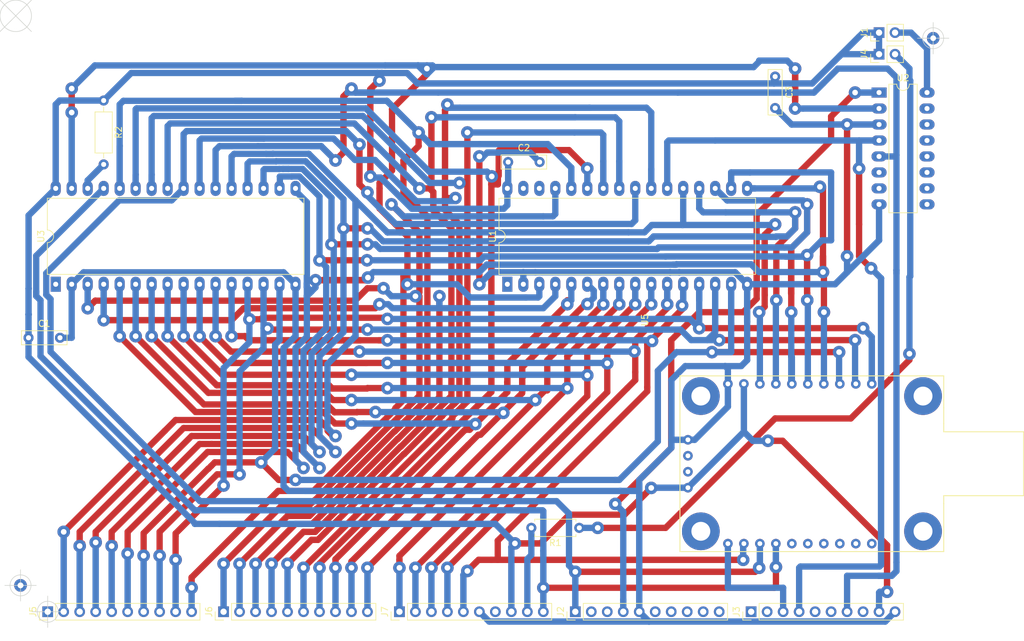
<source format=kicad_pcb>
(kicad_pcb (version 20171130) (host pcbnew 5.1.6-c6e7f7d~86~ubuntu18.04.1)

  (general
    (thickness 1.6)
    (drawings 8)
    (tracks 1163)
    (zones 0)
    (modules 16)
    (nets 64)
  )

  (page A4)
  (layers
    (0 F.Cu signal)
    (31 B.Cu signal)
    (32 B.Adhes user)
    (33 F.Adhes user)
    (34 B.Paste user)
    (35 F.Paste user)
    (36 B.SilkS user)
    (37 F.SilkS user)
    (38 B.Mask user)
    (39 F.Mask user)
    (40 Dwgs.User user)
    (41 Cmts.User user)
    (42 Eco1.User user)
    (43 Eco2.User user)
    (44 Edge.Cuts user)
    (45 Margin user)
    (46 B.CrtYd user)
    (47 F.CrtYd user)
    (48 B.Fab user)
    (49 F.Fab user)
  )

  (setup
    (last_trace_width 0.25)
    (user_trace_width 1)
    (user_trace_width 1.016)
    (trace_clearance 0.2)
    (zone_clearance 0.508)
    (zone_45_only no)
    (trace_min 0.2)
    (via_size 0.8)
    (via_drill 0.4)
    (via_min_size 0.4)
    (via_min_drill 0.3)
    (user_via 2 0.9)
    (uvia_size 0.3)
    (uvia_drill 0.1)
    (uvias_allowed no)
    (uvia_min_size 0.2)
    (uvia_min_drill 0.1)
    (edge_width 0.1)
    (segment_width 0.2)
    (pcb_text_width 0.3)
    (pcb_text_size 1.5 1.5)
    (mod_edge_width 0.15)
    (mod_text_size 1 1)
    (mod_text_width 0.15)
    (pad_size 2.4 1.6)
    (pad_drill 0.8)
    (pad_to_mask_clearance 0)
    (aux_axis_origin 0 0)
    (visible_elements FFFFFF7F)
    (pcbplotparams
      (layerselection 0x010fc_ffffffff)
      (usegerberextensions false)
      (usegerberattributes false)
      (usegerberadvancedattributes false)
      (creategerberjobfile false)
      (excludeedgelayer true)
      (linewidth 0.100000)
      (plotframeref false)
      (viasonmask false)
      (mode 1)
      (useauxorigin false)
      (hpglpennumber 1)
      (hpglpenspeed 20)
      (hpglpendiameter 15.000000)
      (psnegative false)
      (psa4output false)
      (plotreference true)
      (plotvalue true)
      (plotinvisibletext false)
      (padsonsilk false)
      (subtractmaskfromsilk false)
      (outputformat 1)
      (mirror false)
      (drillshape 1)
      (scaleselection 1)
      (outputdirectory ""))
  )

  (net 0 "")
  (net 1 GND)
  (net 2 A0)
  (net 3 A1)
  (net 4 A2)
  (net 5 A3)
  (net 6 A4)
  (net 7 A5)
  (net 8 A6)
  (net 9 A7)
  (net 10 A8)
  (net 11 A9)
  (net 12 A10)
  (net 13 A11)
  (net 14 A12)
  (net 15 A13)
  (net 16 A14)
  (net 17 A15)
  (net 18 D0)
  (net 19 D1)
  (net 20 D2)
  (net 21 D3)
  (net 22 D4)
  (net 23 D5)
  (net 24 D6)
  (net 25 D7)
  (net 26 ~RD)
  (net 27 ~WR)
  (net 28 +5V)
  (net 29 "Net-(R2-Pad2)")
  (net 30 "Net-(U1-Pad31)")
  (net 31 "Net-(U1-Pad1)")
  (net 32 "Net-(U3-Pad1)")
  (net 33 ~SLTSL0)
  (net 34 ~SLTSL3)
  (net 35 vdp_en)
  (net 36 psg_en)
  (net 37 ppi_en)
  (net 38 rtc_en)
  (net 39 ~IORQ)
  (net 40 ~MREQ)
  (net 41 ~RESET)
  (net 42 RESET)
  (net 43 SND)
  (net 44 ~SLTSL2)
  (net 45 ~SLTSL1)
  (net 46 ser_en)
  (net 47 exp1_en)
  (net 48 prn_en)
  (net 49 ~IO_WAIT)
  (net 50 ~INT)
  (net 51 CLK)
  (net 52 "Net-(J1-Pad2)")
  (net 53 "Net-(U2-Pad6)")
  (net 54 "Net-(U5-Pad24)")
  (net 55 "Net-(U5-Pad23)")
  (net 56 "Net-(U5-Pad22)")
  (net 57 "Net-(U5-Pad21)")
  (net 58 "Net-(U5-Pad20)")
  (net 59 "Net-(U5-Pad19)")
  (net 60 3.3V)
  (net 61 "Net-(U5-Pad12)")
  (net 62 "Net-(U2-Pad7)")
  (net 63 "Net-(J4-Pad2)")

  (net_class Default "This is the default net class."
    (clearance 0.2)
    (trace_width 0.25)
    (via_dia 0.8)
    (via_drill 0.4)
    (uvia_dia 0.3)
    (uvia_drill 0.1)
    (add_net +5V)
    (add_net 3.3V)
    (add_net A0)
    (add_net A1)
    (add_net A10)
    (add_net A11)
    (add_net A12)
    (add_net A13)
    (add_net A14)
    (add_net A15)
    (add_net A2)
    (add_net A3)
    (add_net A4)
    (add_net A5)
    (add_net A6)
    (add_net A7)
    (add_net A8)
    (add_net A9)
    (add_net CLK)
    (add_net D0)
    (add_net D1)
    (add_net D2)
    (add_net D3)
    (add_net D4)
    (add_net D5)
    (add_net D6)
    (add_net D7)
    (add_net GND)
    (add_net "Net-(J1-Pad2)")
    (add_net "Net-(J4-Pad2)")
    (add_net "Net-(R2-Pad2)")
    (add_net "Net-(U1-Pad1)")
    (add_net "Net-(U1-Pad31)")
    (add_net "Net-(U2-Pad6)")
    (add_net "Net-(U2-Pad7)")
    (add_net "Net-(U3-Pad1)")
    (add_net "Net-(U5-Pad12)")
    (add_net "Net-(U5-Pad19)")
    (add_net "Net-(U5-Pad20)")
    (add_net "Net-(U5-Pad21)")
    (add_net "Net-(U5-Pad22)")
    (add_net "Net-(U5-Pad23)")
    (add_net "Net-(U5-Pad24)")
    (add_net RESET)
    (add_net SND)
    (add_net exp1_en)
    (add_net ppi_en)
    (add_net prn_en)
    (add_net psg_en)
    (add_net rtc_en)
    (add_net ser_en)
    (add_net vdp_en)
    (add_net ~INT)
    (add_net ~IORQ)
    (add_net ~IO_WAIT)
    (add_net ~MREQ)
    (add_net ~RD)
    (add_net ~RESET)
    (add_net ~SLTSL0)
    (add_net ~SLTSL1)
    (add_net ~SLTSL2)
    (add_net ~SLTSL3)
    (add_net ~WR)
  )

  (module Resistor_THT:R_Axial_DIN0207_L6.3mm_D2.5mm_P7.62mm_Horizontal (layer F.Cu) (tedit 5AE5139B) (tstamp 5FD2ECA9)
    (at 120.015 151.13 180)
    (descr "Resistor, Axial_DIN0207 series, Axial, Horizontal, pin pitch=7.62mm, 0.25W = 1/4W, length*diameter=6.3*2.5mm^2, http://cdn-reichelt.de/documents/datenblatt/B400/1_4W%23YAG.pdf")
    (tags "Resistor Axial_DIN0207 series Axial Horizontal pin pitch 7.62mm 0.25W = 1/4W length 6.3mm diameter 2.5mm")
    (path /5FD84FE7)
    (fp_text reference R1 (at 3.81 -2.37) (layer F.SilkS)
      (effects (font (size 1 1) (thickness 0.15)))
    )
    (fp_text value 10k (at 3.81 2.37) (layer F.Fab)
      (effects (font (size 1 1) (thickness 0.15)))
    )
    (fp_line (start 8.67 -1.5) (end -1.05 -1.5) (layer F.CrtYd) (width 0.05))
    (fp_line (start 8.67 1.5) (end 8.67 -1.5) (layer F.CrtYd) (width 0.05))
    (fp_line (start -1.05 1.5) (end 8.67 1.5) (layer F.CrtYd) (width 0.05))
    (fp_line (start -1.05 -1.5) (end -1.05 1.5) (layer F.CrtYd) (width 0.05))
    (fp_line (start 7.08 1.37) (end 7.08 1.04) (layer F.SilkS) (width 0.12))
    (fp_line (start 0.54 1.37) (end 7.08 1.37) (layer F.SilkS) (width 0.12))
    (fp_line (start 0.54 1.04) (end 0.54 1.37) (layer F.SilkS) (width 0.12))
    (fp_line (start 7.08 -1.37) (end 7.08 -1.04) (layer F.SilkS) (width 0.12))
    (fp_line (start 0.54 -1.37) (end 7.08 -1.37) (layer F.SilkS) (width 0.12))
    (fp_line (start 0.54 -1.04) (end 0.54 -1.37) (layer F.SilkS) (width 0.12))
    (fp_line (start 7.62 0) (end 6.96 0) (layer F.Fab) (width 0.1))
    (fp_line (start 0 0) (end 0.66 0) (layer F.Fab) (width 0.1))
    (fp_line (start 6.96 -1.25) (end 0.66 -1.25) (layer F.Fab) (width 0.1))
    (fp_line (start 6.96 1.25) (end 6.96 -1.25) (layer F.Fab) (width 0.1))
    (fp_line (start 0.66 1.25) (end 6.96 1.25) (layer F.Fab) (width 0.1))
    (fp_line (start 0.66 -1.25) (end 0.66 1.25) (layer F.Fab) (width 0.1))
    (fp_text user %R (at 3.81 0) (layer F.Fab)
      (effects (font (size 1 1) (thickness 0.15)))
    )
    (pad 2 thru_hole oval (at 7.62 0 180) (size 1.6 1.6) (drill 0.8) (layers *.Cu *.Mask)
      (net 50 ~INT))
    (pad 1 thru_hole circle (at 0 0 180) (size 1.6 1.6) (drill 0.8) (layers *.Cu *.Mask)
      (net 63 "Net-(J4-Pad2)"))
    (model ${KISYS3DMOD}/Resistor_THT.3dshapes/R_Axial_DIN0207_L6.3mm_D2.5mm_P7.62mm_Horizontal.wrl
      (at (xyz 0 0 0))
      (scale (xyz 1 1 1))
      (rotate (xyz 0 0 0))
    )
  )

  (module Connector_PinHeader_2.54mm:PinHeader_1x02_P2.54mm_Vertical (layer F.Cu) (tedit 59FED5CC) (tstamp 5FD2E579)
    (at 167.64 75.819 90)
    (descr "Through hole straight pin header, 1x02, 2.54mm pitch, single row")
    (tags "Through hole pin header THT 1x02 2.54mm single row")
    (path /5FD7A2FA)
    (fp_text reference J4 (at 0 -2.33 90) (layer F.SilkS)
      (effects (font (size 1 1) (thickness 0.15)))
    )
    (fp_text value SimpleMem-INT (at 1.778 6.35 90) (layer F.Fab)
      (effects (font (size 1 1) (thickness 0.15)))
    )
    (fp_line (start 1.8 -1.8) (end -1.8 -1.8) (layer F.CrtYd) (width 0.05))
    (fp_line (start 1.8 4.35) (end 1.8 -1.8) (layer F.CrtYd) (width 0.05))
    (fp_line (start -1.8 4.35) (end 1.8 4.35) (layer F.CrtYd) (width 0.05))
    (fp_line (start -1.8 -1.8) (end -1.8 4.35) (layer F.CrtYd) (width 0.05))
    (fp_line (start -1.33 -1.33) (end 0 -1.33) (layer F.SilkS) (width 0.12))
    (fp_line (start -1.33 0) (end -1.33 -1.33) (layer F.SilkS) (width 0.12))
    (fp_line (start -1.33 1.27) (end 1.33 1.27) (layer F.SilkS) (width 0.12))
    (fp_line (start 1.33 1.27) (end 1.33 3.87) (layer F.SilkS) (width 0.12))
    (fp_line (start -1.33 1.27) (end -1.33 3.87) (layer F.SilkS) (width 0.12))
    (fp_line (start -1.33 3.87) (end 1.33 3.87) (layer F.SilkS) (width 0.12))
    (fp_line (start -1.27 -0.635) (end -0.635 -1.27) (layer F.Fab) (width 0.1))
    (fp_line (start -1.27 3.81) (end -1.27 -0.635) (layer F.Fab) (width 0.1))
    (fp_line (start 1.27 3.81) (end -1.27 3.81) (layer F.Fab) (width 0.1))
    (fp_line (start 1.27 -1.27) (end 1.27 3.81) (layer F.Fab) (width 0.1))
    (fp_line (start -0.635 -1.27) (end 1.27 -1.27) (layer F.Fab) (width 0.1))
    (fp_text user %R (at 0 1.27) (layer F.Fab)
      (effects (font (size 1 1) (thickness 0.15)))
    )
    (pad 2 thru_hole oval (at 0 2.54 90) (size 1.7 1.7) (drill 1) (layers *.Cu *.Mask)
      (net 63 "Net-(J4-Pad2)"))
    (pad 1 thru_hole rect (at 0 0 90) (size 1.7 1.7) (drill 1) (layers *.Cu *.Mask)
      (net 28 +5V))
    (model ${KISYS3DMOD}/Connector_PinHeader_2.54mm.3dshapes/PinHeader_1x02_P2.54mm_Vertical.wrl
      (at (xyz 0 0 0))
      (scale (xyz 1 1 1))
      (rotate (xyz 0 0 0))
    )
  )

  (module Capacitor_THT:C_Rect_L7.0mm_W2.0mm_P5.00mm (layer F.Cu) (tedit 5AE50EF0) (tstamp 5EEFB55B)
    (at 151.13 79.375 270)
    (descr "C, Rect series, Radial, pin pitch=5.00mm, , length*width=7*2mm^2, Capacitor")
    (tags "C Rect series Radial pin pitch 5.00mm  length 7mm width 2mm Capacitor")
    (path /5EF0FE17)
    (fp_text reference C3 (at 2.5 -2.25 90) (layer F.SilkS)
      (effects (font (size 1 1) (thickness 0.15)))
    )
    (fp_text value 100n (at 2.5 2.25 90) (layer F.Fab)
      (effects (font (size 1 1) (thickness 0.15)))
    )
    (fp_line (start -1 -1) (end -1 1) (layer F.Fab) (width 0.1))
    (fp_line (start -1 1) (end 6 1) (layer F.Fab) (width 0.1))
    (fp_line (start 6 1) (end 6 -1) (layer F.Fab) (width 0.1))
    (fp_line (start 6 -1) (end -1 -1) (layer F.Fab) (width 0.1))
    (fp_line (start -1.12 -1.12) (end 6.12 -1.12) (layer F.SilkS) (width 0.12))
    (fp_line (start -1.12 1.12) (end 6.12 1.12) (layer F.SilkS) (width 0.12))
    (fp_line (start -1.12 -1.12) (end -1.12 1.12) (layer F.SilkS) (width 0.12))
    (fp_line (start 6.12 -1.12) (end 6.12 1.12) (layer F.SilkS) (width 0.12))
    (fp_line (start -1.25 -1.25) (end -1.25 1.25) (layer F.CrtYd) (width 0.05))
    (fp_line (start -1.25 1.25) (end 6.25 1.25) (layer F.CrtYd) (width 0.05))
    (fp_line (start 6.25 1.25) (end 6.25 -1.25) (layer F.CrtYd) (width 0.05))
    (fp_line (start 6.25 -1.25) (end -1.25 -1.25) (layer F.CrtYd) (width 0.05))
    (fp_text user %R (at 5.08 1.905 90) (layer F.Fab)
      (effects (font (size 1 1) (thickness 0.15)))
    )
    (pad 2 thru_hole circle (at 5 0 270) (size 1.6 1.6) (drill 0.8) (layers *.Cu *.Mask)
      (net 1 GND))
    (pad 1 thru_hole circle (at 0 0 270) (size 1.6 1.6) (drill 0.8) (layers *.Cu *.Mask)
      (net 28 +5V))
    (model ${KISYS3DMOD}/Capacitor_THT.3dshapes/C_Rect_L7.0mm_W2.0mm_P5.00mm.wrl
      (at (xyz 0 0 0))
      (scale (xyz 1 1 1))
      (rotate (xyz 0 0 0))
    )
  )

  (module temp-logger:CJMCU-232H-Breakout (layer F.Cu) (tedit 5ED4FB6A) (tstamp 5EEE3D4B)
    (at 130.925 118.075 270)
    (path /5ED634D8)
    (fp_text reference U5 (at 0 0.5 90) (layer F.SilkS)
      (effects (font (size 1 1) (thickness 0.15)))
    )
    (fp_text value CJMCU-232H (at 0 -0.5 90) (layer F.Fab)
      (effects (font (size 1 1) (thickness 0.15)))
    )
    (fp_line (start 36.83 -46.99) (end 36.83 -5.08) (layer F.SilkS) (width 0.15))
    (fp_line (start 36.83 -5.08) (end 8.89 -5.08) (layer F.SilkS) (width 0.15))
    (fp_line (start 8.89 -5.08) (end 8.89 -46.99) (layer F.SilkS) (width 0.15))
    (fp_line (start 8.89 -46.99) (end 13.97 -46.99) (layer F.SilkS) (width 0.15))
    (fp_line (start 16.51 -46.99) (end 13.97 -46.99) (layer F.SilkS) (width 0.15))
    (fp_line (start 36.83 -46.99) (end 29.21 -46.99) (layer F.SilkS) (width 0.15))
    (fp_line (start 17.78 -46.99) (end 17.78 -59.69) (layer F.SilkS) (width 0.15))
    (fp_line (start 17.78 -59.69) (end 27.94 -59.69) (layer F.SilkS) (width 0.15))
    (fp_line (start 27.94 -59.69) (end 27.94 -46.99) (layer F.SilkS) (width 0.15))
    (fp_line (start 27.94 -46.99) (end 29.21 -46.99) (layer F.SilkS) (width 0.15))
    (fp_line (start 17.78 -46.99) (end 16.51 -46.99) (layer F.SilkS) (width 0.15))
    (pad ~ thru_hole circle (at 12.1 -8.4 270) (size 6 6) (drill 3) (layers *.Cu *.Mask))
    (pad ~ thru_hole circle (at 33.6 -8.4 270) (size 6 6) (drill 3) (layers *.Cu *.Mask))
    (pad ~ thru_hole circle (at 33.6 -43.7 270) (size 6 6) (drill 3) (layers *.Cu *.Mask))
    (pad ~ thru_hole circle (at 12.1 -43.7 270) (size 6 6) (drill 3) (layers *.Cu *.Mask))
    (pad 24 thru_hole circle (at 35.56 -35.56 270) (size 1.524 1.524) (drill 0.762) (layers *.Cu *.Mask)
      (net 54 "Net-(U5-Pad24)"))
    (pad 23 thru_hole circle (at 35.56 -33.02 270) (size 1.524 1.524) (drill 0.762) (layers *.Cu *.Mask)
      (net 55 "Net-(U5-Pad23)"))
    (pad 22 thru_hole circle (at 35.56 -30.48 270) (size 1.524 1.524) (drill 0.762) (layers *.Cu *.Mask)
      (net 56 "Net-(U5-Pad22)"))
    (pad 21 thru_hole circle (at 35.56 -27.94 270) (size 1.524 1.524) (drill 0.762) (layers *.Cu *.Mask)
      (net 57 "Net-(U5-Pad21)"))
    (pad 20 thru_hole circle (at 35.56 -25.4 270) (size 1.524 1.524) (drill 0.762) (layers *.Cu *.Mask)
      (net 58 "Net-(U5-Pad20)"))
    (pad 19 thru_hole circle (at 35.56 -22.86 270) (size 1.524 1.524) (drill 0.762) (layers *.Cu *.Mask)
      (net 59 "Net-(U5-Pad19)"))
    (pad 18 thru_hole circle (at 35.56 -20.32 270) (size 1.524 1.524) (drill 0.762) (layers *.Cu *.Mask)
      (net 27 ~WR))
    (pad 17 thru_hole circle (at 35.56 -17.78 270) (size 1.524 1.524) (drill 0.762) (layers *.Cu *.Mask)
      (net 26 ~RD))
    (pad 16 thru_hole circle (at 35.56 -15.24 270) (size 1.524 1.524) (drill 0.762) (layers *.Cu *.Mask)
      (net 2 A0))
    (pad 14 thru_hole circle (at 26.67 -6.35 270) (size 1.524 1.524) (drill 0.762) (layers *.Cu *.Mask)
      (net 28 +5V))
    (pad 13 thru_hole circle (at 24.13 -6.35 270) (size 1.524 1.524) (drill 0.762) (layers *.Cu *.Mask)
      (net 60 3.3V))
    (pad 12 thru_hole circle (at 21.59 -6.35 270) (size 1.524 1.524) (drill 0.762) (layers *.Cu *.Mask)
      (net 61 "Net-(U5-Pad12)"))
    (pad 11 thru_hole circle (at 19.05 -6.35 270) (size 1.524 1.524) (drill 0.762) (layers *.Cu *.Mask)
      (net 1 GND))
    (pad 15 thru_hole circle (at 35.56 -12.7 270) (size 1.524 1.524) (drill 0.762) (layers *.Cu *.Mask)
      (net 46 ser_en))
    (pad 10 thru_hole circle (at 10.16 -12.7 270) (size 1.524 1.524) (drill 0.762) (layers *.Cu *.Mask)
      (net 1 GND))
    (pad 9 thru_hole circle (at 10.16 -15.24 270) (size 1.524 1.524) (drill 0.762) (layers *.Cu *.Mask)
      (net 28 +5V))
    (pad 8 thru_hole circle (at 10.16 -17.78 270) (size 1.524 1.524) (drill 0.762) (layers *.Cu *.Mask)
      (net 25 D7))
    (pad 7 thru_hole circle (at 10.16 -20.32 270) (size 1.524 1.524) (drill 0.762) (layers *.Cu *.Mask)
      (net 24 D6))
    (pad 6 thru_hole circle (at 10.16 -22.86 270) (size 1.524 1.524) (drill 0.762) (layers *.Cu *.Mask)
      (net 23 D5))
    (pad 5 thru_hole circle (at 10.16 -25.4 270) (size 1.524 1.524) (drill 0.762) (layers *.Cu *.Mask)
      (net 22 D4))
    (pad 4 thru_hole circle (at 10.16 -27.94 270) (size 1.524 1.524) (drill 0.762) (layers *.Cu *.Mask)
      (net 21 D3))
    (pad 3 thru_hole circle (at 10.16 -30.48 270) (size 1.524 1.524) (drill 0.762) (layers *.Cu *.Mask)
      (net 20 D2))
    (pad 2 thru_hole circle (at 10.16 -33.02 270) (size 1.524 1.524) (drill 0.762) (layers *.Cu *.Mask)
      (net 19 D1))
    (pad 1 thru_hole circle (at 10.16 -35.56 270) (size 1.524 1.524) (drill 0.762) (layers *.Cu *.Mask)
      (net 18 D0))
  )

  (module Package_DIP:DIP-16_W7.62mm_LongPads (layer F.Cu) (tedit 5A02E8C5) (tstamp 5EEE3CBA)
    (at 167.64 81.915)
    (descr "16-lead though-hole mounted DIP package, row spacing 7.62 mm (300 mils), LongPads")
    (tags "THT DIP DIL PDIP 2.54mm 7.62mm 300mil LongPads")
    (path /5ED624EE)
    (fp_text reference U2 (at 3.81 -2.33) (layer F.SilkS)
      (effects (font (size 1 1) (thickness 0.15)))
    )
    (fp_text value 74LS139 (at 3.81 20.11) (layer F.Fab)
      (effects (font (size 1 1) (thickness 0.15)))
    )
    (fp_line (start 9.1 -1.55) (end -1.45 -1.55) (layer F.CrtYd) (width 0.05))
    (fp_line (start 9.1 19.3) (end 9.1 -1.55) (layer F.CrtYd) (width 0.05))
    (fp_line (start -1.45 19.3) (end 9.1 19.3) (layer F.CrtYd) (width 0.05))
    (fp_line (start -1.45 -1.55) (end -1.45 19.3) (layer F.CrtYd) (width 0.05))
    (fp_line (start 6.06 -1.33) (end 4.81 -1.33) (layer F.SilkS) (width 0.12))
    (fp_line (start 6.06 19.11) (end 6.06 -1.33) (layer F.SilkS) (width 0.12))
    (fp_line (start 1.56 19.11) (end 6.06 19.11) (layer F.SilkS) (width 0.12))
    (fp_line (start 1.56 -1.33) (end 1.56 19.11) (layer F.SilkS) (width 0.12))
    (fp_line (start 2.81 -1.33) (end 1.56 -1.33) (layer F.SilkS) (width 0.12))
    (fp_line (start 0.635 -0.27) (end 1.635 -1.27) (layer F.Fab) (width 0.1))
    (fp_line (start 0.635 19.05) (end 0.635 -0.27) (layer F.Fab) (width 0.1))
    (fp_line (start 6.985 19.05) (end 0.635 19.05) (layer F.Fab) (width 0.1))
    (fp_line (start 6.985 -1.27) (end 6.985 19.05) (layer F.Fab) (width 0.1))
    (fp_line (start 1.635 -1.27) (end 6.985 -1.27) (layer F.Fab) (width 0.1))
    (fp_text user %R (at 3.81 8.89) (layer F.Fab)
      (effects (font (size 1 1) (thickness 0.15)))
    )
    (fp_arc (start 3.81 -1.33) (end 2.81 -1.33) (angle -180) (layer F.SilkS) (width 0.12))
    (pad 16 thru_hole oval (at 7.62 0) (size 2.4 1.6) (drill 0.8) (layers *.Cu *.Mask)
      (net 52 "Net-(J1-Pad2)"))
    (pad 8 thru_hole oval (at 0 17.78) (size 2.4 1.6) (drill 0.8) (layers *.Cu *.Mask)
      (net 1 GND))
    (pad 15 thru_hole oval (at 7.62 2.54) (size 2.4 1.6) (drill 0.8) (layers *.Cu *.Mask))
    (pad 7 thru_hole oval (at 0 15.24) (size 2.4 1.6) (drill 0.8) (layers *.Cu *.Mask)
      (net 62 "Net-(U2-Pad7)"))
    (pad 14 thru_hole oval (at 7.62 5.08) (size 2.4 1.6) (drill 0.8) (layers *.Cu *.Mask))
    (pad 6 thru_hole oval (at 0 12.7) (size 2.4 1.6) (drill 0.8) (layers *.Cu *.Mask)
      (net 53 "Net-(U2-Pad6)"))
    (pad 13 thru_hole oval (at 7.62 7.62) (size 2.4 1.6) (drill 0.8) (layers *.Cu *.Mask))
    (pad 5 thru_hole oval (at 0 10.16) (size 2.4 1.6) (drill 0.8) (layers *.Cu *.Mask)
      (net 34 ~SLTSL3))
    (pad 12 thru_hole oval (at 7.62 10.16) (size 2.4 1.6) (drill 0.8) (layers *.Cu *.Mask))
    (pad 4 thru_hole oval (at 0 7.62) (size 2.4 1.6) (drill 0.8) (layers *.Cu *.Mask)
      (net 33 ~SLTSL0))
    (pad 11 thru_hole oval (at 7.62 12.7) (size 2.4 1.6) (drill 0.8) (layers *.Cu *.Mask))
    (pad 3 thru_hole oval (at 0 5.08) (size 2.4 1.6) (drill 0.8) (layers *.Cu *.Mask)
      (net 1 GND))
    (pad 10 thru_hole oval (at 7.62 15.24) (size 2.4 1.6) (drill 0.8) (layers *.Cu *.Mask))
    (pad 2 thru_hole oval (at 0 2.54) (size 2.4 1.6) (drill 0.8) (layers *.Cu *.Mask)
      (net 17 A15))
    (pad 9 thru_hole oval (at 7.62 17.78) (size 2.4 1.6) (drill 0.8) (layers *.Cu *.Mask))
    (pad 1 thru_hole rect (at 0 0) (size 2.4 1.6) (drill 0.8) (layers *.Cu *.Mask)
      (net 40 ~MREQ))
    (model ${KISYS3DMOD}/Package_DIP.3dshapes/DIP-16_W7.62mm.wrl
      (at (xyz 0 0 0))
      (scale (xyz 1 1 1))
      (rotate (xyz 0 0 0))
    )
  )

  (module Connector_PinHeader_2.54mm:PinHeader_1x02_P2.54mm_Vertical (layer F.Cu) (tedit 59FED5CC) (tstamp 5EEE3AE2)
    (at 167.64 72.39 90)
    (descr "Through hole straight pin header, 1x02, 2.54mm pitch, single row")
    (tags "Through hole pin header THT 1x02 2.54mm single row")
    (path /5ED7739C)
    (fp_text reference J1 (at 0 -2.33 90) (layer F.SilkS)
      (effects (font (size 1 1) (thickness 0.15)))
    )
    (fp_text value SimpleMem (at 0 4.87 90) (layer F.Fab)
      (effects (font (size 1 1) (thickness 0.15)))
    )
    (fp_line (start 1.8 -1.8) (end -1.8 -1.8) (layer F.CrtYd) (width 0.05))
    (fp_line (start 1.8 4.35) (end 1.8 -1.8) (layer F.CrtYd) (width 0.05))
    (fp_line (start -1.8 4.35) (end 1.8 4.35) (layer F.CrtYd) (width 0.05))
    (fp_line (start -1.8 -1.8) (end -1.8 4.35) (layer F.CrtYd) (width 0.05))
    (fp_line (start -1.33 -1.33) (end 0 -1.33) (layer F.SilkS) (width 0.12))
    (fp_line (start -1.33 0) (end -1.33 -1.33) (layer F.SilkS) (width 0.12))
    (fp_line (start -1.33 1.27) (end 1.33 1.27) (layer F.SilkS) (width 0.12))
    (fp_line (start 1.33 1.27) (end 1.33 3.87) (layer F.SilkS) (width 0.12))
    (fp_line (start -1.33 1.27) (end -1.33 3.87) (layer F.SilkS) (width 0.12))
    (fp_line (start -1.33 3.87) (end 1.33 3.87) (layer F.SilkS) (width 0.12))
    (fp_line (start -1.27 -0.635) (end -0.635 -1.27) (layer F.Fab) (width 0.1))
    (fp_line (start -1.27 3.81) (end -1.27 -0.635) (layer F.Fab) (width 0.1))
    (fp_line (start 1.27 3.81) (end -1.27 3.81) (layer F.Fab) (width 0.1))
    (fp_line (start 1.27 -1.27) (end 1.27 3.81) (layer F.Fab) (width 0.1))
    (fp_line (start -0.635 -1.27) (end 1.27 -1.27) (layer F.Fab) (width 0.1))
    (fp_text user %R (at 0 1.27) (layer F.Fab)
      (effects (font (size 1 1) (thickness 0.15)))
    )
    (pad 2 thru_hole oval (at 0 2.54 90) (size 1.7 1.7) (drill 1) (layers *.Cu *.Mask)
      (net 52 "Net-(J1-Pad2)"))
    (pad 1 thru_hole rect (at 0 0 90) (size 1.7 1.7) (drill 1) (layers *.Cu *.Mask)
      (net 28 +5V))
    (model ${KISYS3DMOD}/Connector_PinHeader_2.54mm.3dshapes/PinHeader_1x02_P2.54mm_Vertical.wrl
      (at (xyz 0 0 0))
      (scale (xyz 1 1 1))
      (rotate (xyz 0 0 0))
    )
  )

  (module Capacitor_THT:C_Rect_L7.0mm_W2.0mm_P5.00mm (layer F.Cu) (tedit 5AE50EF0) (tstamp 5EEC876F)
    (at 108.712 92.964)
    (descr "C, Rect series, Radial, pin pitch=5.00mm, , length*width=7*2mm^2, Capacitor")
    (tags "C Rect series Radial pin pitch 5.00mm  length 7mm width 2mm Capacitor")
    (path /5F09F6D5)
    (fp_text reference C2 (at 2.5 -2.25) (layer F.SilkS)
      (effects (font (size 1 1) (thickness 0.15)))
    )
    (fp_text value 100n (at 2.5 2.25) (layer F.Fab)
      (effects (font (size 1 1) (thickness 0.15)))
    )
    (fp_line (start 6.25 -1.25) (end -1.25 -1.25) (layer F.CrtYd) (width 0.05))
    (fp_line (start 6.25 1.25) (end 6.25 -1.25) (layer F.CrtYd) (width 0.05))
    (fp_line (start -1.25 1.25) (end 6.25 1.25) (layer F.CrtYd) (width 0.05))
    (fp_line (start -1.25 -1.25) (end -1.25 1.25) (layer F.CrtYd) (width 0.05))
    (fp_line (start 6.12 -1.12) (end 6.12 1.12) (layer F.SilkS) (width 0.12))
    (fp_line (start -1.12 -1.12) (end -1.12 1.12) (layer F.SilkS) (width 0.12))
    (fp_line (start -1.12 1.12) (end 6.12 1.12) (layer F.SilkS) (width 0.12))
    (fp_line (start -1.12 -1.12) (end 6.12 -1.12) (layer F.SilkS) (width 0.12))
    (fp_line (start 6 -1) (end -1 -1) (layer F.Fab) (width 0.1))
    (fp_line (start 6 1) (end 6 -1) (layer F.Fab) (width 0.1))
    (fp_line (start -1 1) (end 6 1) (layer F.Fab) (width 0.1))
    (fp_line (start -1 -1) (end -1 1) (layer F.Fab) (width 0.1))
    (fp_text user %R (at 2.5 0) (layer F.Fab)
      (effects (font (size 1 1) (thickness 0.15)))
    )
    (pad 2 thru_hole circle (at 5 0) (size 1.6 1.6) (drill 0.8) (layers *.Cu *.Mask)
      (net 1 GND))
    (pad 1 thru_hole circle (at 0 0) (size 1.6 1.6) (drill 0.8) (layers *.Cu *.Mask)
      (net 28 +5V))
    (model ${KISYS3DMOD}/Capacitor_THT.3dshapes/C_Rect_L7.0mm_W2.0mm_P5.00mm.wrl
      (at (xyz 0 0 0))
      (scale (xyz 1 1 1))
      (rotate (xyz 0 0 0))
    )
  )

  (module Capacitor_THT:C_Rect_L7.0mm_W2.0mm_P5.00mm (layer F.Cu) (tedit 5AE50EF0) (tstamp 5EEC875C)
    (at 32.512 120.904)
    (descr "C, Rect series, Radial, pin pitch=5.00mm, , length*width=7*2mm^2, Capacitor")
    (tags "C Rect series Radial pin pitch 5.00mm  length 7mm width 2mm Capacitor")
    (path /5F09F4F5)
    (fp_text reference C1 (at 2.5 -2.25) (layer F.SilkS)
      (effects (font (size 1 1) (thickness 0.15)))
    )
    (fp_text value 100n (at 2.5 2.25) (layer F.Fab)
      (effects (font (size 1 1) (thickness 0.15)))
    )
    (fp_line (start 6.25 -1.25) (end -1.25 -1.25) (layer F.CrtYd) (width 0.05))
    (fp_line (start 6.25 1.25) (end 6.25 -1.25) (layer F.CrtYd) (width 0.05))
    (fp_line (start -1.25 1.25) (end 6.25 1.25) (layer F.CrtYd) (width 0.05))
    (fp_line (start -1.25 -1.25) (end -1.25 1.25) (layer F.CrtYd) (width 0.05))
    (fp_line (start 6.12 -1.12) (end 6.12 1.12) (layer F.SilkS) (width 0.12))
    (fp_line (start -1.12 -1.12) (end -1.12 1.12) (layer F.SilkS) (width 0.12))
    (fp_line (start -1.12 1.12) (end 6.12 1.12) (layer F.SilkS) (width 0.12))
    (fp_line (start -1.12 -1.12) (end 6.12 -1.12) (layer F.SilkS) (width 0.12))
    (fp_line (start 6 -1) (end -1 -1) (layer F.Fab) (width 0.1))
    (fp_line (start 6 1) (end 6 -1) (layer F.Fab) (width 0.1))
    (fp_line (start -1 1) (end 6 1) (layer F.Fab) (width 0.1))
    (fp_line (start -1 -1) (end -1 1) (layer F.Fab) (width 0.1))
    (fp_text user %R (at 2.5 0) (layer F.Fab)
      (effects (font (size 1 1) (thickness 0.15)))
    )
    (pad 2 thru_hole circle (at 5 0) (size 1.6 1.6) (drill 0.8) (layers *.Cu *.Mask)
      (net 1 GND))
    (pad 1 thru_hole circle (at 0 0) (size 1.6 1.6) (drill 0.8) (layers *.Cu *.Mask)
      (net 28 +5V))
    (model ${KISYS3DMOD}/Capacitor_THT.3dshapes/C_Rect_L7.0mm_W2.0mm_P5.00mm.wrl
      (at (xyz 0 0 0))
      (scale (xyz 1 1 1))
      (rotate (xyz 0 0 0))
    )
  )

  (module Connector_PinHeader_2.54mm:PinHeader_1x10_P2.54mm_Vertical (layer F.Cu) (tedit 59FED5CC) (tstamp 5EEBD0E9)
    (at 63.5 164.465 90)
    (descr "Through hole straight pin header, 1x10, 2.54mm pitch, single row")
    (tags "Through hole pin header THT 1x10 2.54mm single row")
    (path /5EF2C974)
    (fp_text reference J6 (at 0 -2.33 90) (layer F.SilkS)
      (effects (font (size 1 1) (thickness 0.15)))
    )
    (fp_text value Conn_01x10 (at 0 25.19 90) (layer F.Fab)
      (effects (font (size 1 1) (thickness 0.15)))
    )
    (fp_line (start 1.8 -1.8) (end -1.8 -1.8) (layer F.CrtYd) (width 0.05))
    (fp_line (start 1.8 24.65) (end 1.8 -1.8) (layer F.CrtYd) (width 0.05))
    (fp_line (start -1.8 24.65) (end 1.8 24.65) (layer F.CrtYd) (width 0.05))
    (fp_line (start -1.8 -1.8) (end -1.8 24.65) (layer F.CrtYd) (width 0.05))
    (fp_line (start -1.33 -1.33) (end 0 -1.33) (layer F.SilkS) (width 0.12))
    (fp_line (start -1.33 0) (end -1.33 -1.33) (layer F.SilkS) (width 0.12))
    (fp_line (start -1.33 1.27) (end 1.33 1.27) (layer F.SilkS) (width 0.12))
    (fp_line (start 1.33 1.27) (end 1.33 24.19) (layer F.SilkS) (width 0.12))
    (fp_line (start -1.33 1.27) (end -1.33 24.19) (layer F.SilkS) (width 0.12))
    (fp_line (start -1.33 24.19) (end 1.33 24.19) (layer F.SilkS) (width 0.12))
    (fp_line (start -1.27 -0.635) (end -0.635 -1.27) (layer F.Fab) (width 0.1))
    (fp_line (start -1.27 24.13) (end -1.27 -0.635) (layer F.Fab) (width 0.1))
    (fp_line (start 1.27 24.13) (end -1.27 24.13) (layer F.Fab) (width 0.1))
    (fp_line (start 1.27 -1.27) (end 1.27 24.13) (layer F.Fab) (width 0.1))
    (fp_line (start -0.635 -1.27) (end 1.27 -1.27) (layer F.Fab) (width 0.1))
    (fp_text user %R (at 0 11.43) (layer F.Fab)
      (effects (font (size 1 1) (thickness 0.15)))
    )
    (pad 1 thru_hole rect (at 0 0 90) (size 1.7 1.7) (drill 1) (layers *.Cu *.Mask)
      (net 16 A14))
    (pad 2 thru_hole oval (at 0 2.54 90) (size 1.7 1.7) (drill 1) (layers *.Cu *.Mask)
      (net 15 A13))
    (pad 3 thru_hole oval (at 0 5.08 90) (size 1.7 1.7) (drill 1) (layers *.Cu *.Mask)
      (net 14 A12))
    (pad 4 thru_hole oval (at 0 7.62 90) (size 1.7 1.7) (drill 1) (layers *.Cu *.Mask)
      (net 13 A11))
    (pad 5 thru_hole oval (at 0 10.16 90) (size 1.7 1.7) (drill 1) (layers *.Cu *.Mask)
      (net 12 A10))
    (pad 6 thru_hole oval (at 0 12.7 90) (size 1.7 1.7) (drill 1) (layers *.Cu *.Mask)
      (net 11 A9))
    (pad 7 thru_hole oval (at 0 15.24 90) (size 1.7 1.7) (drill 1) (layers *.Cu *.Mask)
      (net 10 A8))
    (pad 8 thru_hole oval (at 0 17.78 90) (size 1.7 1.7) (drill 1) (layers *.Cu *.Mask)
      (net 9 A7))
    (pad 9 thru_hole oval (at 0 20.32 90) (size 1.7 1.7) (drill 1) (layers *.Cu *.Mask)
      (net 8 A6))
    (pad 10 thru_hole oval (at 0 22.86 90) (size 1.7 1.7) (drill 1) (layers *.Cu *.Mask)
      (net 7 A5))
    (model ${KISYS3DMOD}/Connector_PinHeader_2.54mm.3dshapes/PinHeader_1x10_P2.54mm_Vertical.wrl
      (at (xyz 0 0 0))
      (scale (xyz 1 1 1))
      (rotate (xyz 0 0 0))
    )
  )

  (module Connector_PinHeader_2.54mm:PinHeader_1x10_P2.54mm_Vertical (layer F.Cu) (tedit 59FED5CC) (tstamp 5EEBD0C2)
    (at 35.56 164.465 90)
    (descr "Through hole straight pin header, 1x10, 2.54mm pitch, single row")
    (tags "Through hole pin header THT 1x10 2.54mm single row")
    (path /5EF2A066)
    (fp_text reference J5 (at 0 -2.33 90) (layer F.SilkS)
      (effects (font (size 1 1) (thickness 0.15)))
    )
    (fp_text value Conn_01x10 (at 0 25.19 90) (layer F.Fab)
      (effects (font (size 1 1) (thickness 0.15)))
    )
    (fp_line (start 1.8 -1.8) (end -1.8 -1.8) (layer F.CrtYd) (width 0.05))
    (fp_line (start 1.8 24.65) (end 1.8 -1.8) (layer F.CrtYd) (width 0.05))
    (fp_line (start -1.8 24.65) (end 1.8 24.65) (layer F.CrtYd) (width 0.05))
    (fp_line (start -1.8 -1.8) (end -1.8 24.65) (layer F.CrtYd) (width 0.05))
    (fp_line (start -1.33 -1.33) (end 0 -1.33) (layer F.SilkS) (width 0.12))
    (fp_line (start -1.33 0) (end -1.33 -1.33) (layer F.SilkS) (width 0.12))
    (fp_line (start -1.33 1.27) (end 1.33 1.27) (layer F.SilkS) (width 0.12))
    (fp_line (start 1.33 1.27) (end 1.33 24.19) (layer F.SilkS) (width 0.12))
    (fp_line (start -1.33 1.27) (end -1.33 24.19) (layer F.SilkS) (width 0.12))
    (fp_line (start -1.33 24.19) (end 1.33 24.19) (layer F.SilkS) (width 0.12))
    (fp_line (start -1.27 -0.635) (end -0.635 -1.27) (layer F.Fab) (width 0.1))
    (fp_line (start -1.27 24.13) (end -1.27 -0.635) (layer F.Fab) (width 0.1))
    (fp_line (start 1.27 24.13) (end -1.27 24.13) (layer F.Fab) (width 0.1))
    (fp_line (start 1.27 -1.27) (end 1.27 24.13) (layer F.Fab) (width 0.1))
    (fp_line (start -0.635 -1.27) (end 1.27 -1.27) (layer F.Fab) (width 0.1))
    (fp_text user %R (at 0 11.43) (layer F.Fab)
      (effects (font (size 1 1) (thickness 0.15)))
    )
    (pad 1 thru_hole rect (at 0 0 90) (size 1.7 1.7) (drill 1) (layers *.Cu *.Mask)
      (net 49 ~IO_WAIT))
    (pad 2 thru_hole oval (at 0 2.54 90) (size 1.7 1.7) (drill 1) (layers *.Cu *.Mask)
      (net 25 D7))
    (pad 3 thru_hole oval (at 0 5.08 90) (size 1.7 1.7) (drill 1) (layers *.Cu *.Mask)
      (net 24 D6))
    (pad 4 thru_hole oval (at 0 7.62 90) (size 1.7 1.7) (drill 1) (layers *.Cu *.Mask)
      (net 23 D5))
    (pad 5 thru_hole oval (at 0 10.16 90) (size 1.7 1.7) (drill 1) (layers *.Cu *.Mask)
      (net 22 D4))
    (pad 6 thru_hole oval (at 0 12.7 90) (size 1.7 1.7) (drill 1) (layers *.Cu *.Mask)
      (net 21 D3))
    (pad 7 thru_hole oval (at 0 15.24 90) (size 1.7 1.7) (drill 1) (layers *.Cu *.Mask)
      (net 20 D2))
    (pad 8 thru_hole oval (at 0 17.78 90) (size 1.7 1.7) (drill 1) (layers *.Cu *.Mask)
      (net 19 D1))
    (pad 9 thru_hole oval (at 0 20.32 90) (size 1.7 1.7) (drill 1) (layers *.Cu *.Mask)
      (net 18 D0))
    (pad 10 thru_hole oval (at 0 22.86 90) (size 1.7 1.7) (drill 1) (layers *.Cu *.Mask)
      (net 17 A15))
    (model ${KISYS3DMOD}/Connector_PinHeader_2.54mm.3dshapes/PinHeader_1x10_P2.54mm_Vertical.wrl
      (at (xyz 0 0 0))
      (scale (xyz 1 1 1))
      (rotate (xyz 0 0 0))
    )
  )

  (module Connector_PinHeader_2.54mm:PinHeader_1x10_P2.54mm_Vertical (layer F.Cu) (tedit 59FED5CC) (tstamp 5EEBD0A5)
    (at 147.32 164.465 90)
    (descr "Through hole straight pin header, 1x10, 2.54mm pitch, single row")
    (tags "Through hole pin header THT 1x10 2.54mm single row")
    (path /5EFEA3FF)
    (fp_text reference J3 (at 0 -2.33 90) (layer F.SilkS)
      (effects (font (size 1 1) (thickness 0.15)))
    )
    (fp_text value Conn_01x10 (at 0 25.19 90) (layer F.Fab)
      (effects (font (size 1 1) (thickness 0.15)))
    )
    (fp_line (start 1.8 -1.8) (end -1.8 -1.8) (layer F.CrtYd) (width 0.05))
    (fp_line (start 1.8 24.65) (end 1.8 -1.8) (layer F.CrtYd) (width 0.05))
    (fp_line (start -1.8 24.65) (end 1.8 24.65) (layer F.CrtYd) (width 0.05))
    (fp_line (start -1.8 -1.8) (end -1.8 24.65) (layer F.CrtYd) (width 0.05))
    (fp_line (start -1.33 -1.33) (end 0 -1.33) (layer F.SilkS) (width 0.12))
    (fp_line (start -1.33 0) (end -1.33 -1.33) (layer F.SilkS) (width 0.12))
    (fp_line (start -1.33 1.27) (end 1.33 1.27) (layer F.SilkS) (width 0.12))
    (fp_line (start 1.33 1.27) (end 1.33 24.19) (layer F.SilkS) (width 0.12))
    (fp_line (start -1.33 1.27) (end -1.33 24.19) (layer F.SilkS) (width 0.12))
    (fp_line (start -1.33 24.19) (end 1.33 24.19) (layer F.SilkS) (width 0.12))
    (fp_line (start -1.27 -0.635) (end -0.635 -1.27) (layer F.Fab) (width 0.1))
    (fp_line (start -1.27 24.13) (end -1.27 -0.635) (layer F.Fab) (width 0.1))
    (fp_line (start 1.27 24.13) (end -1.27 24.13) (layer F.Fab) (width 0.1))
    (fp_line (start 1.27 -1.27) (end 1.27 24.13) (layer F.Fab) (width 0.1))
    (fp_line (start -0.635 -1.27) (end 1.27 -1.27) (layer F.Fab) (width 0.1))
    (fp_text user %R (at 0 11.43) (layer F.Fab)
      (effects (font (size 1 1) (thickness 0.15)))
    )
    (pad 1 thru_hole rect (at 0 0 90) (size 1.7 1.7) (drill 1) (layers *.Cu *.Mask)
      (net 48 prn_en))
    (pad 2 thru_hole oval (at 0 2.54 90) (size 1.7 1.7) (drill 1) (layers *.Cu *.Mask)
      (net 47 exp1_en))
    (pad 3 thru_hole oval (at 0 5.08 90) (size 1.7 1.7) (drill 1) (layers *.Cu *.Mask)
      (net 46 ser_en))
    (pad 4 thru_hole oval (at 0 7.62 90) (size 1.7 1.7) (drill 1) (layers *.Cu *.Mask)
      (net 33 ~SLTSL0))
    (pad 5 thru_hole oval (at 0 10.16 90) (size 1.7 1.7) (drill 1) (layers *.Cu *.Mask)
      (net 45 ~SLTSL1))
    (pad 6 thru_hole oval (at 0 12.7 90) (size 1.7 1.7) (drill 1) (layers *.Cu *.Mask)
      (net 44 ~SLTSL2))
    (pad 7 thru_hole oval (at 0 15.24 90) (size 1.7 1.7) (drill 1) (layers *.Cu *.Mask)
      (net 34 ~SLTSL3))
    (pad 8 thru_hole oval (at 0 17.78 90) (size 1.7 1.7) (drill 1) (layers *.Cu *.Mask)
      (net 43 SND))
    (pad 9 thru_hole oval (at 0 20.32 90) (size 1.7 1.7) (drill 1) (layers *.Cu *.Mask)
      (net 28 +5V))
    (pad 10 thru_hole oval (at 0 22.86 90) (size 1.7 1.7) (drill 1) (layers *.Cu *.Mask)
      (net 1 GND))
    (model ${KISYS3DMOD}/Connector_PinHeader_2.54mm.3dshapes/PinHeader_1x10_P2.54mm_Vertical.wrl
      (at (xyz 0 0 0))
      (scale (xyz 1 1 1))
      (rotate (xyz 0 0 0))
    )
  )

  (module Connector_PinHeader_2.54mm:PinHeader_1x10_P2.54mm_Vertical (layer F.Cu) (tedit 59FED5CC) (tstamp 5EEBD088)
    (at 119.38 164.465 90)
    (descr "Through hole straight pin header, 1x10, 2.54mm pitch, single row")
    (tags "Through hole pin header THT 1x10 2.54mm single row")
    (path /5EFC74B6)
    (fp_text reference J2 (at 0 -2.33 90) (layer F.SilkS)
      (effects (font (size 1 1) (thickness 0.15)))
    )
    (fp_text value Conn_01x10 (at 0 25.19 90) (layer F.Fab)
      (effects (font (size 1 1) (thickness 0.15)))
    )
    (fp_line (start 1.8 -1.8) (end -1.8 -1.8) (layer F.CrtYd) (width 0.05))
    (fp_line (start 1.8 24.65) (end 1.8 -1.8) (layer F.CrtYd) (width 0.05))
    (fp_line (start -1.8 24.65) (end 1.8 24.65) (layer F.CrtYd) (width 0.05))
    (fp_line (start -1.8 -1.8) (end -1.8 24.65) (layer F.CrtYd) (width 0.05))
    (fp_line (start -1.33 -1.33) (end 0 -1.33) (layer F.SilkS) (width 0.12))
    (fp_line (start -1.33 0) (end -1.33 -1.33) (layer F.SilkS) (width 0.12))
    (fp_line (start -1.33 1.27) (end 1.33 1.27) (layer F.SilkS) (width 0.12))
    (fp_line (start 1.33 1.27) (end 1.33 24.19) (layer F.SilkS) (width 0.12))
    (fp_line (start -1.33 1.27) (end -1.33 24.19) (layer F.SilkS) (width 0.12))
    (fp_line (start -1.33 24.19) (end 1.33 24.19) (layer F.SilkS) (width 0.12))
    (fp_line (start -1.27 -0.635) (end -0.635 -1.27) (layer F.Fab) (width 0.1))
    (fp_line (start -1.27 24.13) (end -1.27 -0.635) (layer F.Fab) (width 0.1))
    (fp_line (start 1.27 24.13) (end -1.27 24.13) (layer F.Fab) (width 0.1))
    (fp_line (start 1.27 -1.27) (end 1.27 24.13) (layer F.Fab) (width 0.1))
    (fp_line (start -0.635 -1.27) (end 1.27 -1.27) (layer F.Fab) (width 0.1))
    (fp_text user %R (at 0 11.43) (layer F.Fab)
      (effects (font (size 1 1) (thickness 0.15)))
    )
    (pad 1 thru_hole rect (at 0 0 90) (size 1.7 1.7) (drill 1) (layers *.Cu *.Mask)
      (net 26 ~RD))
    (pad 2 thru_hole oval (at 0 2.54 90) (size 1.7 1.7) (drill 1) (layers *.Cu *.Mask)
      (net 42 RESET))
    (pad 3 thru_hole oval (at 0 5.08 90) (size 1.7 1.7) (drill 1) (layers *.Cu *.Mask)
      (net 41 ~RESET))
    (pad 4 thru_hole oval (at 0 7.62 90) (size 1.7 1.7) (drill 1) (layers *.Cu *.Mask)
      (net 40 ~MREQ))
    (pad 5 thru_hole oval (at 0 10.16 90) (size 1.7 1.7) (drill 1) (layers *.Cu *.Mask)
      (net 1 GND))
    (pad 6 thru_hole oval (at 0 12.7 90) (size 1.7 1.7) (drill 1) (layers *.Cu *.Mask)
      (net 39 ~IORQ))
    (pad 7 thru_hole oval (at 0 15.24 90) (size 1.7 1.7) (drill 1) (layers *.Cu *.Mask)
      (net 38 rtc_en))
    (pad 8 thru_hole oval (at 0 17.78 90) (size 1.7 1.7) (drill 1) (layers *.Cu *.Mask)
      (net 37 ppi_en))
    (pad 9 thru_hole oval (at 0 20.32 90) (size 1.7 1.7) (drill 1) (layers *.Cu *.Mask)
      (net 36 psg_en))
    (pad 10 thru_hole oval (at 0 22.86 90) (size 1.7 1.7) (drill 1) (layers *.Cu *.Mask)
      (net 35 vdp_en))
    (model ${KISYS3DMOD}/Connector_PinHeader_2.54mm.3dshapes/PinHeader_1x10_P2.54mm_Vertical.wrl
      (at (xyz 0 0 0))
      (scale (xyz 1 1 1))
      (rotate (xyz 0 0 0))
    )
  )

  (module Connector_PinHeader_2.54mm:PinHeader_1x10_P2.54mm_Vertical (layer F.Cu) (tedit 59FED5CC) (tstamp 5EEBD06B)
    (at 91.44 164.465 90)
    (descr "Through hole straight pin header, 1x10, 2.54mm pitch, single row")
    (tags "Through hole pin header THT 1x10 2.54mm single row")
    (path /5EF2DFC2)
    (fp_text reference J7 (at 0 -2.33 90) (layer F.SilkS)
      (effects (font (size 1 1) (thickness 0.15)))
    )
    (fp_text value Conn_01x10 (at 0 25.19 90) (layer F.Fab)
      (effects (font (size 1 1) (thickness 0.15)))
    )
    (fp_line (start 1.8 -1.8) (end -1.8 -1.8) (layer F.CrtYd) (width 0.05))
    (fp_line (start 1.8 24.65) (end 1.8 -1.8) (layer F.CrtYd) (width 0.05))
    (fp_line (start -1.8 24.65) (end 1.8 24.65) (layer F.CrtYd) (width 0.05))
    (fp_line (start -1.8 -1.8) (end -1.8 24.65) (layer F.CrtYd) (width 0.05))
    (fp_line (start -1.33 -1.33) (end 0 -1.33) (layer F.SilkS) (width 0.12))
    (fp_line (start -1.33 0) (end -1.33 -1.33) (layer F.SilkS) (width 0.12))
    (fp_line (start -1.33 1.27) (end 1.33 1.27) (layer F.SilkS) (width 0.12))
    (fp_line (start 1.33 1.27) (end 1.33 24.19) (layer F.SilkS) (width 0.12))
    (fp_line (start -1.33 1.27) (end -1.33 24.19) (layer F.SilkS) (width 0.12))
    (fp_line (start -1.33 24.19) (end 1.33 24.19) (layer F.SilkS) (width 0.12))
    (fp_line (start -1.27 -0.635) (end -0.635 -1.27) (layer F.Fab) (width 0.1))
    (fp_line (start -1.27 24.13) (end -1.27 -0.635) (layer F.Fab) (width 0.1))
    (fp_line (start 1.27 24.13) (end -1.27 24.13) (layer F.Fab) (width 0.1))
    (fp_line (start 1.27 -1.27) (end 1.27 24.13) (layer F.Fab) (width 0.1))
    (fp_line (start -0.635 -1.27) (end 1.27 -1.27) (layer F.Fab) (width 0.1))
    (fp_text user %R (at 0 11.43) (layer F.Fab)
      (effects (font (size 1 1) (thickness 0.15)))
    )
    (pad 1 thru_hole rect (at 0 0 90) (size 1.7 1.7) (drill 1) (layers *.Cu *.Mask)
      (net 6 A4))
    (pad 2 thru_hole oval (at 0 2.54 90) (size 1.7 1.7) (drill 1) (layers *.Cu *.Mask)
      (net 5 A3))
    (pad 3 thru_hole oval (at 0 5.08 90) (size 1.7 1.7) (drill 1) (layers *.Cu *.Mask)
      (net 4 A2))
    (pad 4 thru_hole oval (at 0 7.62 90) (size 1.7 1.7) (drill 1) (layers *.Cu *.Mask)
      (net 3 A1))
    (pad 5 thru_hole oval (at 0 10.16 90) (size 1.7 1.7) (drill 1) (layers *.Cu *.Mask)
      (net 2 A0))
    (pad 6 thru_hole oval (at 0 12.7 90) (size 1.7 1.7) (drill 1) (layers *.Cu *.Mask)
      (net 1 GND))
    (pad 7 thru_hole oval (at 0 15.24 90) (size 1.7 1.7) (drill 1) (layers *.Cu *.Mask)
      (net 51 CLK))
    (pad 8 thru_hole oval (at 0 17.78 90) (size 1.7 1.7) (drill 1) (layers *.Cu *.Mask)
      (net 28 +5V))
    (pad 9 thru_hole oval (at 0 20.32 90) (size 1.7 1.7) (drill 1) (layers *.Cu *.Mask)
      (net 50 ~INT))
    (pad 10 thru_hole oval (at 0 22.86 90) (size 1.7 1.7) (drill 1) (layers *.Cu *.Mask)
      (net 27 ~WR))
    (model ${KISYS3DMOD}/Connector_PinHeader_2.54mm.3dshapes/PinHeader_1x10_P2.54mm_Vertical.wrl
      (at (xyz 0 0 0))
      (scale (xyz 1 1 1))
      (rotate (xyz 0 0 0))
    )
  )

  (module Resistor_THT:R_Axial_DIN0207_L6.3mm_D2.5mm_P10.16mm_Horizontal (layer F.Cu) (tedit 5AE5139B) (tstamp 5DAA27E6)
    (at 44.45 83.185 270)
    (descr "Resistor, Axial_DIN0207 series, Axial, Horizontal, pin pitch=10.16mm, 0.25W = 1/4W, length*diameter=6.3*2.5mm^2, http://cdn-reichelt.de/documents/datenblatt/B400/1_4W%23YAG.pdf")
    (tags "Resistor Axial_DIN0207 series Axial Horizontal pin pitch 10.16mm 0.25W = 1/4W length 6.3mm diameter 2.5mm")
    (path /5DC0CAA2)
    (fp_text reference R2 (at 5.08 -2.37 90) (layer F.SilkS)
      (effects (font (size 1 1) (thickness 0.15)))
    )
    (fp_text value 10k (at 5.08 2.37 90) (layer F.Fab)
      (effects (font (size 1 1) (thickness 0.15)))
    )
    (fp_line (start 11.21 -1.5) (end -1.05 -1.5) (layer F.CrtYd) (width 0.05))
    (fp_line (start 11.21 1.5) (end 11.21 -1.5) (layer F.CrtYd) (width 0.05))
    (fp_line (start -1.05 1.5) (end 11.21 1.5) (layer F.CrtYd) (width 0.05))
    (fp_line (start -1.05 -1.5) (end -1.05 1.5) (layer F.CrtYd) (width 0.05))
    (fp_line (start 9.12 0) (end 8.35 0) (layer F.SilkS) (width 0.12))
    (fp_line (start 1.04 0) (end 1.81 0) (layer F.SilkS) (width 0.12))
    (fp_line (start 8.35 -1.37) (end 1.81 -1.37) (layer F.SilkS) (width 0.12))
    (fp_line (start 8.35 1.37) (end 8.35 -1.37) (layer F.SilkS) (width 0.12))
    (fp_line (start 1.81 1.37) (end 8.35 1.37) (layer F.SilkS) (width 0.12))
    (fp_line (start 1.81 -1.37) (end 1.81 1.37) (layer F.SilkS) (width 0.12))
    (fp_line (start 10.16 0) (end 8.23 0) (layer F.Fab) (width 0.1))
    (fp_line (start 0 0) (end 1.93 0) (layer F.Fab) (width 0.1))
    (fp_line (start 8.23 -1.25) (end 1.93 -1.25) (layer F.Fab) (width 0.1))
    (fp_line (start 8.23 1.25) (end 8.23 -1.25) (layer F.Fab) (width 0.1))
    (fp_line (start 1.93 1.25) (end 8.23 1.25) (layer F.Fab) (width 0.1))
    (fp_line (start 1.93 -1.25) (end 1.93 1.25) (layer F.Fab) (width 0.1))
    (fp_text user %R (at 5.08 0 90) (layer F.Fab)
      (effects (font (size 1 1) (thickness 0.15)))
    )
    (pad 2 thru_hole oval (at 10.16 0 270) (size 1.6 1.6) (drill 0.8) (layers *.Cu *.Mask)
      (net 29 "Net-(R2-Pad2)"))
    (pad 1 thru_hole circle (at 0 0 270) (size 1.6 1.6) (drill 0.8) (layers *.Cu *.Mask)
      (net 28 +5V))
    (model ${KISYS3DMOD}/Resistor_THT.3dshapes/R_Axial_DIN0207_L6.3mm_D2.5mm_P10.16mm_Horizontal.wrl
      (at (xyz 0 0 0))
      (scale (xyz 1 1 1))
      (rotate (xyz 0 0 0))
    )
  )

  (module Package_DIP:DIP-32_W15.24mm_LongPads (layer F.Cu) (tedit 5A02E8C5) (tstamp 5DAA29CB)
    (at 36.83 112.395 90)
    (descr "32-lead though-hole mounted DIP package, row spacing 15.24 mm (600 mils), LongPads")
    (tags "THT DIP DIL PDIP 2.54mm 15.24mm 600mil LongPads")
    (path /5DAA6CBB)
    (fp_text reference U3 (at 7.62 -2.33 90) (layer F.SilkS)
      (effects (font (size 1 1) (thickness 0.15)))
    )
    (fp_text value "SRAM TC551001" (at 7.62 40.43 90) (layer F.Fab)
      (effects (font (size 1 1) (thickness 0.15)))
    )
    (fp_line (start 16.7 -1.55) (end -1.5 -1.55) (layer F.CrtYd) (width 0.05))
    (fp_line (start 16.7 39.65) (end 16.7 -1.55) (layer F.CrtYd) (width 0.05))
    (fp_line (start -1.5 39.65) (end 16.7 39.65) (layer F.CrtYd) (width 0.05))
    (fp_line (start -1.5 -1.55) (end -1.5 39.65) (layer F.CrtYd) (width 0.05))
    (fp_line (start 13.68 -1.33) (end 8.62 -1.33) (layer F.SilkS) (width 0.12))
    (fp_line (start 13.68 39.43) (end 13.68 -1.33) (layer F.SilkS) (width 0.12))
    (fp_line (start 1.56 39.43) (end 13.68 39.43) (layer F.SilkS) (width 0.12))
    (fp_line (start 1.56 -1.33) (end 1.56 39.43) (layer F.SilkS) (width 0.12))
    (fp_line (start 6.62 -1.33) (end 1.56 -1.33) (layer F.SilkS) (width 0.12))
    (fp_line (start 0.255 -0.27) (end 1.255 -1.27) (layer F.Fab) (width 0.1))
    (fp_line (start 0.255 39.37) (end 0.255 -0.27) (layer F.Fab) (width 0.1))
    (fp_line (start 14.985 39.37) (end 0.255 39.37) (layer F.Fab) (width 0.1))
    (fp_line (start 14.985 -1.27) (end 14.985 39.37) (layer F.Fab) (width 0.1))
    (fp_line (start 1.255 -1.27) (end 14.985 -1.27) (layer F.Fab) (width 0.1))
    (fp_text user %R (at 7.62 19.05 90) (layer F.Fab)
      (effects (font (size 1 1) (thickness 0.15)))
    )
    (fp_arc (start 7.62 -1.33) (end 6.62 -1.33) (angle -180) (layer F.SilkS) (width 0.12))
    (pad 32 thru_hole oval (at 15.24 0 90) (size 2.4 1.6) (drill 0.8) (layers *.Cu *.Mask)
      (net 28 +5V))
    (pad 16 thru_hole oval (at 0 38.1 90) (size 2.4 1.6) (drill 0.8) (layers *.Cu *.Mask)
      (net 1 GND))
    (pad 31 thru_hole oval (at 15.24 2.54 90) (size 2.4 1.6) (drill 0.8) (layers *.Cu *.Mask)
      (net 17 A15))
    (pad 15 thru_hole oval (at 0 35.56 90) (size 2.4 1.6) (drill 0.8) (layers *.Cu *.Mask)
      (net 20 D2))
    (pad 30 thru_hole oval (at 15.24 5.08 90) (size 2.4 1.6) (drill 0.8) (layers *.Cu *.Mask)
      (net 29 "Net-(R2-Pad2)"))
    (pad 14 thru_hole oval (at 0 33.02 90) (size 2.4 1.6) (drill 0.8) (layers *.Cu *.Mask)
      (net 19 D1))
    (pad 29 thru_hole oval (at 15.24 7.62 90) (size 2.4 1.6) (drill 0.8) (layers *.Cu *.Mask)
      (net 27 ~WR))
    (pad 13 thru_hole oval (at 0 30.48 90) (size 2.4 1.6) (drill 0.8) (layers *.Cu *.Mask)
      (net 18 D0))
    (pad 28 thru_hole oval (at 15.24 10.16 90) (size 2.4 1.6) (drill 0.8) (layers *.Cu *.Mask)
      (net 15 A13))
    (pad 12 thru_hole oval (at 0 27.94 90) (size 2.4 1.6) (drill 0.8) (layers *.Cu *.Mask)
      (net 2 A0))
    (pad 27 thru_hole oval (at 15.24 12.7 90) (size 2.4 1.6) (drill 0.8) (layers *.Cu *.Mask)
      (net 10 A8))
    (pad 11 thru_hole oval (at 0 25.4 90) (size 2.4 1.6) (drill 0.8) (layers *.Cu *.Mask)
      (net 3 A1))
    (pad 26 thru_hole oval (at 15.24 15.24 90) (size 2.4 1.6) (drill 0.8) (layers *.Cu *.Mask)
      (net 11 A9))
    (pad 10 thru_hole oval (at 0 22.86 90) (size 2.4 1.6) (drill 0.8) (layers *.Cu *.Mask)
      (net 4 A2))
    (pad 25 thru_hole oval (at 15.24 17.78 90) (size 2.4 1.6) (drill 0.8) (layers *.Cu *.Mask)
      (net 13 A11))
    (pad 9 thru_hole oval (at 0 20.32 90) (size 2.4 1.6) (drill 0.8) (layers *.Cu *.Mask)
      (net 5 A3))
    (pad 24 thru_hole oval (at 15.24 20.32 90) (size 2.4 1.6) (drill 0.8) (layers *.Cu *.Mask)
      (net 26 ~RD))
    (pad 8 thru_hole oval (at 0 17.78 90) (size 2.4 1.6) (drill 0.8) (layers *.Cu *.Mask)
      (net 6 A4))
    (pad 23 thru_hole oval (at 15.24 22.86 90) (size 2.4 1.6) (drill 0.8) (layers *.Cu *.Mask)
      (net 12 A10))
    (pad 7 thru_hole oval (at 0 15.24 90) (size 2.4 1.6) (drill 0.8) (layers *.Cu *.Mask)
      (net 7 A5))
    (pad 22 thru_hole oval (at 15.24 25.4 90) (size 2.4 1.6) (drill 0.8) (layers *.Cu *.Mask)
      (net 34 ~SLTSL3))
    (pad 6 thru_hole oval (at 0 12.7 90) (size 2.4 1.6) (drill 0.8) (layers *.Cu *.Mask)
      (net 8 A6))
    (pad 21 thru_hole oval (at 15.24 27.94 90) (size 2.4 1.6) (drill 0.8) (layers *.Cu *.Mask)
      (net 25 D7))
    (pad 5 thru_hole oval (at 0 10.16 90) (size 2.4 1.6) (drill 0.8) (layers *.Cu *.Mask)
      (net 9 A7))
    (pad 20 thru_hole oval (at 15.24 30.48 90) (size 2.4 1.6) (drill 0.8) (layers *.Cu *.Mask)
      (net 24 D6))
    (pad 4 thru_hole oval (at 0 7.62 90) (size 2.4 1.6) (drill 0.8) (layers *.Cu *.Mask)
      (net 14 A12))
    (pad 19 thru_hole oval (at 15.24 33.02 90) (size 2.4 1.6) (drill 0.8) (layers *.Cu *.Mask)
      (net 23 D5))
    (pad 3 thru_hole oval (at 0 5.08 90) (size 2.4 1.6) (drill 0.8) (layers *.Cu *.Mask)
      (net 16 A14))
    (pad 18 thru_hole oval (at 15.24 35.56 90) (size 2.4 1.6) (drill 0.8) (layers *.Cu *.Mask)
      (net 22 D4))
    (pad 2 thru_hole oval (at 0 2.54 90) (size 2.4 1.6) (drill 0.8) (layers *.Cu *.Mask)
      (net 1 GND))
    (pad 17 thru_hole oval (at 15.24 38.1 90) (size 2.4 1.6) (drill 0.8) (layers *.Cu *.Mask)
      (net 21 D3))
    (pad 1 thru_hole rect (at 0 0 90) (size 2.4 1.6) (drill 0.8) (layers *.Cu *.Mask)
      (net 32 "Net-(U3-Pad1)"))
    (model ${KISYS3DMOD}/Package_DIP.3dshapes/DIP-32_W15.24mm.wrl
      (at (xyz 0 0 0))
      (scale (xyz 1 1 1))
      (rotate (xyz 0 0 0))
    )
  )

  (module Package_DIP:DIP-32_W15.24mm_LongPads (layer F.Cu) (tedit 5A02E8C5) (tstamp 5DAA2692)
    (at 108.585 112.395 90)
    (descr "32-lead though-hole mounted DIP package, row spacing 15.24 mm (600 mils), LongPads")
    (tags "THT DIP DIL PDIP 2.54mm 15.24mm 600mil LongPads")
    (path /5DAA4D19)
    (fp_text reference U1 (at 7.62 -2.33 90) (layer F.SilkS)
      (effects (font (size 1 1) (thickness 0.15)))
    )
    (fp_text value "ROM 29F010" (at 7.62 40.43 90) (layer F.Fab)
      (effects (font (size 1 1) (thickness 0.15)))
    )
    (fp_line (start 16.7 -1.55) (end -1.5 -1.55) (layer F.CrtYd) (width 0.05))
    (fp_line (start 16.7 39.65) (end 16.7 -1.55) (layer F.CrtYd) (width 0.05))
    (fp_line (start -1.5 39.65) (end 16.7 39.65) (layer F.CrtYd) (width 0.05))
    (fp_line (start -1.5 -1.55) (end -1.5 39.65) (layer F.CrtYd) (width 0.05))
    (fp_line (start 13.68 -1.33) (end 8.62 -1.33) (layer F.SilkS) (width 0.12))
    (fp_line (start 13.68 39.43) (end 13.68 -1.33) (layer F.SilkS) (width 0.12))
    (fp_line (start 1.56 39.43) (end 13.68 39.43) (layer F.SilkS) (width 0.12))
    (fp_line (start 1.56 -1.33) (end 1.56 39.43) (layer F.SilkS) (width 0.12))
    (fp_line (start 6.62 -1.33) (end 1.56 -1.33) (layer F.SilkS) (width 0.12))
    (fp_line (start 0.255 -0.27) (end 1.255 -1.27) (layer F.Fab) (width 0.1))
    (fp_line (start 0.255 39.37) (end 0.255 -0.27) (layer F.Fab) (width 0.1))
    (fp_line (start 14.985 39.37) (end 0.255 39.37) (layer F.Fab) (width 0.1))
    (fp_line (start 14.985 -1.27) (end 14.985 39.37) (layer F.Fab) (width 0.1))
    (fp_line (start 1.255 -1.27) (end 14.985 -1.27) (layer F.Fab) (width 0.1))
    (fp_text user %R (at 7.62 19.05 90) (layer F.Fab)
      (effects (font (size 1 1) (thickness 0.15)))
    )
    (fp_arc (start 7.62 -1.33) (end 6.62 -1.33) (angle -180) (layer F.SilkS) (width 0.12))
    (pad 32 thru_hole oval (at 15.24 0 90) (size 2.4 1.6) (drill 0.8) (layers *.Cu *.Mask)
      (net 28 +5V))
    (pad 16 thru_hole oval (at 0 38.1 90) (size 2.4 1.6) (drill 0.8) (layers *.Cu *.Mask)
      (net 1 GND))
    (pad 31 thru_hole oval (at 15.24 2.54 90) (size 2.4 1.6) (drill 0.8) (layers *.Cu *.Mask)
      (net 30 "Net-(U1-Pad31)"))
    (pad 15 thru_hole oval (at 0 35.56 90) (size 2.4 1.6) (drill 0.8) (layers *.Cu *.Mask)
      (net 20 D2))
    (pad 30 thru_hole oval (at 15.24 5.08 90) (size 2.4 1.6) (drill 0.8) (layers *.Cu *.Mask))
    (pad 14 thru_hole oval (at 0 33.02 90) (size 2.4 1.6) (drill 0.8) (layers *.Cu *.Mask)
      (net 19 D1))
    (pad 29 thru_hole oval (at 15.24 7.62 90) (size 2.4 1.6) (drill 0.8) (layers *.Cu *.Mask)
      (net 16 A14))
    (pad 13 thru_hole oval (at 0 30.48 90) (size 2.4 1.6) (drill 0.8) (layers *.Cu *.Mask)
      (net 18 D0))
    (pad 28 thru_hole oval (at 15.24 10.16 90) (size 2.4 1.6) (drill 0.8) (layers *.Cu *.Mask)
      (net 15 A13))
    (pad 12 thru_hole oval (at 0 27.94 90) (size 2.4 1.6) (drill 0.8) (layers *.Cu *.Mask)
      (net 2 A0))
    (pad 27 thru_hole oval (at 15.24 12.7 90) (size 2.4 1.6) (drill 0.8) (layers *.Cu *.Mask)
      (net 10 A8))
    (pad 11 thru_hole oval (at 0 25.4 90) (size 2.4 1.6) (drill 0.8) (layers *.Cu *.Mask)
      (net 3 A1))
    (pad 26 thru_hole oval (at 15.24 15.24 90) (size 2.4 1.6) (drill 0.8) (layers *.Cu *.Mask)
      (net 11 A9))
    (pad 10 thru_hole oval (at 0 22.86 90) (size 2.4 1.6) (drill 0.8) (layers *.Cu *.Mask)
      (net 4 A2))
    (pad 25 thru_hole oval (at 15.24 17.78 90) (size 2.4 1.6) (drill 0.8) (layers *.Cu *.Mask)
      (net 13 A11))
    (pad 9 thru_hole oval (at 0 20.32 90) (size 2.4 1.6) (drill 0.8) (layers *.Cu *.Mask)
      (net 5 A3))
    (pad 24 thru_hole oval (at 15.24 20.32 90) (size 2.4 1.6) (drill 0.8) (layers *.Cu *.Mask)
      (net 26 ~RD))
    (pad 8 thru_hole oval (at 0 17.78 90) (size 2.4 1.6) (drill 0.8) (layers *.Cu *.Mask)
      (net 6 A4))
    (pad 23 thru_hole oval (at 15.24 22.86 90) (size 2.4 1.6) (drill 0.8) (layers *.Cu *.Mask)
      (net 12 A10))
    (pad 7 thru_hole oval (at 0 15.24 90) (size 2.4 1.6) (drill 0.8) (layers *.Cu *.Mask)
      (net 7 A5))
    (pad 22 thru_hole oval (at 15.24 25.4 90) (size 2.4 1.6) (drill 0.8) (layers *.Cu *.Mask)
      (net 33 ~SLTSL0))
    (pad 6 thru_hole oval (at 0 12.7 90) (size 2.4 1.6) (drill 0.8) (layers *.Cu *.Mask)
      (net 8 A6))
    (pad 21 thru_hole oval (at 15.24 27.94 90) (size 2.4 1.6) (drill 0.8) (layers *.Cu *.Mask)
      (net 25 D7))
    (pad 5 thru_hole oval (at 0 10.16 90) (size 2.4 1.6) (drill 0.8) (layers *.Cu *.Mask)
      (net 9 A7))
    (pad 20 thru_hole oval (at 15.24 30.48 90) (size 2.4 1.6) (drill 0.8) (layers *.Cu *.Mask)
      (net 24 D6))
    (pad 4 thru_hole oval (at 0 7.62 90) (size 2.4 1.6) (drill 0.8) (layers *.Cu *.Mask)
      (net 14 A12))
    (pad 19 thru_hole oval (at 15.24 33.02 90) (size 2.4 1.6) (drill 0.8) (layers *.Cu *.Mask)
      (net 23 D5))
    (pad 3 thru_hole oval (at 0 5.08 90) (size 2.4 1.6) (drill 0.8) (layers *.Cu *.Mask)
      (net 17 A15))
    (pad 18 thru_hole oval (at 15.24 35.56 90) (size 2.4 1.6) (drill 0.8) (layers *.Cu *.Mask)
      (net 22 D4))
    (pad 2 thru_hole oval (at 0 2.54 90) (size 2.4 1.6) (drill 0.8) (layers *.Cu *.Mask)
      (net 1 GND))
    (pad 17 thru_hole oval (at 15.24 38.1 90) (size 2.4 1.6) (drill 0.8) (layers *.Cu *.Mask)
      (net 21 D3))
    (pad 1 thru_hole rect (at 0 0 90) (size 2.4 1.6) (drill 0.8) (layers *.Cu *.Mask)
      (net 31 "Net-(U1-Pad1)"))
    (model ${KISYS3DMOD}/Package_DIP.3dshapes/DIP-32_W15.24mm.wrl
      (at (xyz 0 0 0))
      (scale (xyz 1 1 1))
      (rotate (xyz 0 0 0))
    )
  )

  (target x (at 30.48 69.723) (size 5) (width 0.1) (layer Edge.Cuts))
  (target plus (at 31.242 160.274) (size 5) (width 0.1) (layer Edge.Cuts))
  (target plus (at 176.24 73.275) (size 5) (width 0.1) (layer Edge.Cuts) (tstamp 5EEBD0E7))
  (target plus (at 35.56 164.465) (size 5) (width 0.1) (layer Edge.Cuts) (tstamp 5EEBD0E5))
  (gr_line (start 28.14 167.275) (end 178.24 167.275) (layer Margin) (width 0.15) (tstamp 5EEBD0E4))
  (gr_line (start 178.24 167.275) (end 178.24 67.275) (layer Margin) (width 0.15) (tstamp 5EEBD0E3))
  (gr_line (start 28.14 67.275) (end 28.14 167.275) (layer Margin) (width 0.15) (tstamp 5EEBD06A))
  (gr_line (start 178.24 67.275) (end 28.14 67.275) (layer Margin) (width 0.15) (tstamp 5EEBD069))

  (via (at 31.24 160.275) (size 2) (drill 0.9) (layers F.Cu B.Cu) (net 0) (tstamp 5EEBD0E1))
  (via (at 31.24 160.275) (size 2) (drill 0.9) (layers F.Cu B.Cu) (net 0) (tstamp 5EEBD0E6))
  (via (at 176.24 73.275) (size 2) (drill 0.9) (layers F.Cu B.Cu) (net 0) (tstamp 5EEBD106))
  (segment (start 41.27001 110.49499) (end 39.37 112.395) (width 1.016) (layer B.Cu) (net 1))
  (segment (start 73.02999 110.49499) (end 41.27001 110.49499) (width 1) (layer B.Cu) (net 1))
  (segment (start 74.93 112.395) (end 73.02999 110.49499) (width 1.016) (layer B.Cu) (net 1))
  (segment (start 131.098001 166.023001) (end 129.54 164.465) (width 1.016) (layer B.Cu) (net 1))
  (segment (start 168.621999 166.023001) (end 131.098001 166.023001) (width 1.016) (layer B.Cu) (net 1))
  (segment (start 170.18 164.465) (end 168.621999 166.023001) (width 1.016) (layer B.Cu) (net 1))
  (segment (start 129.54 164.465) (end 129.54 148.286911) (width 1.016) (layer B.Cu) (net 1))
  (segment (start 105.698001 166.023001) (end 131.098001 166.023001) (width 1.016) (layer B.Cu) (net 1))
  (segment (start 104.14 164.465) (end 105.698001 166.023001) (width 1.016) (layer B.Cu) (net 1))
  (segment (start 126.513043 145.259955) (end 126.516544 145.263456) (width 1.016) (layer B.Cu) (net 1))
  (segment (start 78.737975 145.259955) (end 126.513043 145.259955) (width 1.016) (layer B.Cu) (net 1))
  (segment (start 126.513043 145.259955) (end 129.384955 145.259955) (width 1.016) (layer B.Cu) (net 1))
  (segment (start 129.384955 145.259955) (end 129.54 145.415) (width 1.016) (layer B.Cu) (net 1))
  (segment (start 129.54 148.286911) (end 129.54 145.415) (width 1.016) (layer B.Cu) (net 1))
  (segment (start 78.737975 145.259955) (end 76.355045 145.259955) (width 1.016) (layer B.Cu) (net 1))
  (segment (start 39.116 112.649) (end 39.37 112.395) (width 1.016) (layer B.Cu) (net 1))
  (segment (start 112.203999 91.455999) (end 113.712 92.964) (width 1.016) (layer B.Cu) (net 1))
  (segment (start 105.648001 91.455999) (end 112.203999 91.455999) (width 1.016) (layer B.Cu) (net 1))
  (via (at 104.14 112.395) (size 2) (drill 0.9) (layers F.Cu B.Cu) (net 1))
  (segment (start 146.685 112.395) (end 144.77699 110.48699) (width 1.016) (layer B.Cu) (net 1))
  (segment (start 134.449333 110.48699) (end 113.03301 110.48699) (width 1.016) (layer B.Cu) (net 1))
  (segment (start 144.77699 110.48699) (end 135.900362 110.48699) (width 1.016) (layer B.Cu) (net 1))
  (segment (start 135.900362 110.48699) (end 135.892362 110.49499) (width 1.016) (layer B.Cu) (net 1))
  (segment (start 135.892362 110.49499) (end 134.457333 110.49499) (width 1.016) (layer B.Cu) (net 1))
  (segment (start 134.457333 110.49499) (end 134.449333 110.48699) (width 1.016) (layer B.Cu) (net 1))
  (segment (start 146.685 112.395) (end 146.685 118.362842) (width 1.016) (layer B.Cu) (net 1))
  (segment (start 146.685 112.395) (end 160.655 112.395) (width 1.016) (layer B.Cu) (net 1))
  (segment (start 167.64 105.41) (end 167.64 99.695) (width 1.016) (layer B.Cu) (net 1))
  (segment (start 143.625 131.85263) (end 143.625 128.235) (width 1.016) (layer B.Cu) (net 1))
  (segment (start 138.35263 137.125) (end 143.625 131.85263) (width 1.016) (layer B.Cu) (net 1))
  (segment (start 137.275 137.125) (end 138.35263 137.125) (width 1.016) (layer B.Cu) (net 1))
  (via (at 162.56 86.995) (size 2) (drill 0.9) (layers F.Cu B.Cu) (net 1))
  (segment (start 167.64 86.995) (end 162.56 86.995) (width 1.016) (layer B.Cu) (net 1))
  (via (at 162.56 107.95) (size 2) (drill 0.9) (layers F.Cu B.Cu) (net 1))
  (segment (start 162.56 86.995) (end 162.56 107.95) (width 1.016) (layer F.Cu) (net 1))
  (segment (start 162.56 107.95) (end 162.56 110.49) (width 1.016) (layer B.Cu) (net 1))
  (segment (start 162.56 110.49) (end 167.64 105.41) (width 1.016) (layer B.Cu) (net 1))
  (segment (start 160.655 112.395) (end 162.56 110.49) (width 1.016) (layer B.Cu) (net 1))
  (segment (start 153.75 86.995) (end 151.13 84.375) (width 1.016) (layer B.Cu) (net 1))
  (segment (start 162.56 86.995) (end 153.75 86.995) (width 1.016) (layer B.Cu) (net 1))
  (via (at 104.14 92.075) (size 2) (drill 0.9) (layers F.Cu B.Cu) (net 1))
  (segment (start 104.775 92.075) (end 105.394001 91.455999) (width 1) (layer B.Cu) (net 1))
  (segment (start 104.14 92.075) (end 104.775 92.075) (width 1) (layer B.Cu) (net 1))
  (segment (start 105.394001 91.455999) (end 105.648001 91.455999) (width 1.016) (layer B.Cu) (net 1))
  (segment (start 74.93 120.65) (end 74.93 112.395) (width 1.016) (layer B.Cu) (net 1))
  (segment (start 111.125 110.49) (end 111.12801 110.48699) (width 1) (layer B.Cu) (net 1))
  (segment (start 111.125 112.395) (end 111.125 110.49) (width 1) (layer B.Cu) (net 1))
  (segment (start 111.12801 110.48699) (end 107.44501 110.48699) (width 1.016) (layer B.Cu) (net 1))
  (segment (start 113.03301 110.48699) (end 111.12801 110.48699) (width 1.016) (layer B.Cu) (net 1))
  (segment (start 107.44501 110.48699) (end 106.68301 110.48699) (width 1) (layer B.Cu) (net 1))
  (segment (start 146.685 124.46) (end 146.685 118.362842) (width 1) (layer B.Cu) (net 1))
  (segment (start 145.7325 125.4125) (end 146.685 124.46) (width 1) (layer B.Cu) (net 1))
  (segment (start 143.625 125.845) (end 143.1925 125.4125) (width 1) (layer B.Cu) (net 1))
  (segment (start 143.625 128.235) (end 143.625 125.845) (width 1) (layer B.Cu) (net 1))
  (segment (start 143.1925 125.4125) (end 145.7325 125.4125) (width 1) (layer B.Cu) (net 1))
  (segment (start 137.275 137.125) (end 134.655 137.125) (width 1.016) (layer B.Cu) (net 1))
  (segment (start 134.655 138.395) (end 134.655 137.125) (width 1) (layer B.Cu) (net 1))
  (segment (start 130.175 142.875) (end 134.655 138.395) (width 1) (layer B.Cu) (net 1))
  (segment (start 129.54 144.145) (end 129.54 145.415) (width 1.016) (layer B.Cu) (net 1))
  (segment (start 134.655 127.6) (end 136.8425 125.4125) (width 1) (layer B.Cu) (net 1))
  (segment (start 136.8425 125.4125) (end 143.1925 125.4125) (width 1) (layer B.Cu) (net 1))
  (segment (start 134.655 127.67) (end 134.655 127.6) (width 1) (layer B.Cu) (net 1))
  (segment (start 134.655 137.125) (end 134.655 127.67) (width 1) (layer B.Cu) (net 1))
  (segment (start 106.04801 110.48699) (end 106.68301 110.48699) (width 1) (layer B.Cu) (net 1))
  (segment (start 104.14 112.395) (end 106.04801 110.48699) (width 1) (layer B.Cu) (net 1))
  (segment (start 104.14 112.395) (end 104.14 92.075) (width 1) (layer F.Cu) (net 1))
  (segment (start 73.025 144.46991) (end 73.815045 145.259955) (width 1) (layer B.Cu) (net 1))
  (segment (start 73.025 122.555) (end 73.025 144.46991) (width 1) (layer B.Cu) (net 1))
  (segment (start 73.815045 145.259955) (end 76.355045 145.259955) (width 1) (layer B.Cu) (net 1))
  (segment (start 74.93 120.65) (end 73.025 122.555) (width 1) (layer B.Cu) (net 1))
  (segment (start 37.512 120.904) (end 39.37 120.904) (width 1) (layer B.Cu) (net 1))
  (segment (start 39.37 120.904) (end 39.37 112.395) (width 1) (layer B.Cu) (net 1))
  (segment (start 129.54 143.51) (end 130.175 142.875) (width 1) (layer B.Cu) (net 1))
  (segment (start 129.54 145.415) (end 129.54 143.51) (width 1) (layer B.Cu) (net 1))
  (via (at 64.77 120.65) (size 2) (drill 0.9) (layers F.Cu B.Cu) (net 2) (tstamp 5DAA254C))
  (segment (start 64.77 112.395) (end 64.77 120.65) (width 1.016) (layer B.Cu) (net 2) (tstamp 5DAA2549))
  (segment (start 64.77 120.65) (end 66.905355 120.65) (width 1.016) (layer F.Cu) (net 2) (tstamp 5DAA2543))
  (segment (start 66.905355 120.65) (end 67.558724 121.303369) (width 1.016) (layer F.Cu) (net 2) (tstamp 5DAA253D))
  (via (at 131.572 121.412) (size 2) (drill 0.9) (layers F.Cu B.Cu) (net 2) (tstamp 5DAA224C))
  (via (at 146.05 156.21) (size 2) (drill 0.9) (layers F.Cu B.Cu) (net 2))
  (segment (start 146.05 153.75) (end 146.165 153.635) (width 1.016) (layer B.Cu) (net 2))
  (segment (start 146.05 156.21) (end 146.05 153.75) (width 1.016) (layer B.Cu) (net 2))
  (segment (start 136.342289 116.387711) (end 136.342289 115.76102) (width 1.016) (layer F.Cu) (net 2))
  (via (at 136.342289 115.76102) (size 2) (drill 0.9) (layers F.Cu B.Cu) (net 2))
  (segment (start 136.525 112.395) (end 136.525 115.578309) (width 1.016) (layer B.Cu) (net 2))
  (segment (start 136.525 115.578309) (end 136.342289 115.76102) (width 1.016) (layer B.Cu) (net 2))
  (via (at 89.535 121.304829) (size 2) (drill 0.9) (layers F.Cu B.Cu) (net 2))
  (segment (start 88.120787 121.304829) (end 89.535 121.304829) (width 1) (layer F.Cu) (net 2))
  (segment (start 130.81 121.92) (end 136.342289 116.387711) (width 1.016) (layer F.Cu) (net 2))
  (segment (start 104.14 156.21) (end 106.045 156.21) (width 1.016) (layer F.Cu) (net 2))
  (segment (start 101.6 158.614178) (end 102.23309 157.981088) (width 1.016) (layer B.Cu) (net 2))
  (via (at 102.23309 157.981088) (size 2) (drill 0.9) (layers F.Cu B.Cu) (net 2))
  (segment (start 101.6 164.465) (end 101.6 158.614178) (width 1.016) (layer B.Cu) (net 2))
  (segment (start 104.14 156.21) (end 104.004178 156.21) (width 1) (layer F.Cu) (net 2))
  (segment (start 89.535 121.304829) (end 121.304829 121.304829) (width 1) (layer B.Cu) (net 2))
  (segment (start 81.299829 121.304829) (end 81.298369 121.303369) (width 1) (layer F.Cu) (net 2))
  (segment (start 89.535 121.304829) (end 81.299829 121.304829) (width 1) (layer F.Cu) (net 2))
  (segment (start 81.298369 121.303369) (end 85.226876 121.303369) (width 1.016) (layer F.Cu) (net 2))
  (segment (start 67.558724 121.303369) (end 81.298369 121.303369) (width 1.016) (layer F.Cu) (net 2))
  (segment (start 103.373589 156.840589) (end 102.23309 157.981088) (width 1) (layer F.Cu) (net 2))
  (segment (start 103.691089 156.523089) (end 102.23309 157.981088) (width 1) (layer F.Cu) (net 2))
  (segment (start 104.004178 156.21) (end 103.691089 156.523089) (width 1) (layer F.Cu) (net 2))
  (segment (start 103.691089 156.523089) (end 103.373589 156.840589) (width 1) (layer F.Cu) (net 2))
  (segment (start 103.691089 156.523089) (end 103.699911 156.523089) (width 1) (layer F.Cu) (net 2))
  (segment (start 130.81 129.413) (end 130.81 128.778) (width 1) (layer F.Cu) (net 2))
  (segment (start 130.81 128.778) (end 130.81 121.92) (width 1) (layer F.Cu) (net 2))
  (segment (start 107.061 156.21) (end 146.05 156.21) (width 1.016) (layer F.Cu) (net 2))
  (segment (start 106.045 156.21) (end 107.061 156.21) (width 1.016) (layer F.Cu) (net 2))
  (segment (start 107.061 153.162) (end 107.061 156.21) (width 1) (layer F.Cu) (net 2))
  (segment (start 107.061 153.162) (end 130.81 129.413) (width 1) (layer F.Cu) (net 2))
  (segment (start 121.304829 121.304829) (end 131.425171 121.304829) (width 1) (layer B.Cu) (net 2))
  (via (at 62.23 120.65) (size 2) (drill 0.9) (layers F.Cu B.Cu) (net 3) (tstamp 5DAA2327))
  (segment (start 62.23 112.395) (end 62.23 120.65) (width 1.016) (layer B.Cu) (net 3) (tstamp 5DAA2324))
  (segment (start 62.23 120.65) (end 64.685975 123.105975) (width 1.016) (layer F.Cu) (net 3) (tstamp 5DAA2321))
  (via (at 85.09 123.105975) (size 2) (drill 0.9) (layers F.Cu B.Cu) (net 3) (tstamp 5DAA231E))
  (segment (start 64.685975 123.105975) (end 85.215315 123.105975) (width 1.016) (layer F.Cu) (net 3) (tstamp 5DAA2318))
  (via (at 128.778 123.063) (size 2) (drill 0.9) (layers F.Cu B.Cu) (net 3) (tstamp 5DAA2315))
  (via (at 99.06 157.48) (size 2) (drill 0.9) (layers F.Cu B.Cu) (net 3))
  (segment (start 99.06 164.465) (end 99.06 157.48) (width 1.016) (layer B.Cu) (net 3))
  (segment (start 133.985 112.395) (end 133.985 114.74699) (width 1.016) (layer B.Cu) (net 3))
  (via (at 133.985 115.57) (size 2) (drill 0.9) (layers F.Cu B.Cu) (net 3))
  (segment (start 133.985 116.205) (end 133.16199 117.02801) (width 1) (layer F.Cu) (net 3))
  (segment (start 133.985 115.57) (end 133.985 116.205) (width 1) (layer F.Cu) (net 3))
  (segment (start 99.06 157.48) (end 127.635 128.905) (width 1) (layer F.Cu) (net 3))
  (segment (start 127.635 128.905) (end 128.905 127.635) (width 1) (layer F.Cu) (net 3))
  (segment (start 128.905 126.365) (end 128.905 127.635) (width 1) (layer F.Cu) (net 3))
  (segment (start 128.905 126.365) (end 128.905 121.285) (width 1) (layer F.Cu) (net 3))
  (segment (start 128.905 121.285) (end 133.16199 117.02801) (width 1.016) (layer F.Cu) (net 3))
  (segment (start 85.09 123.105975) (end 120.565975 123.105975) (width 1) (layer B.Cu) (net 3))
  (segment (start 128.735025 123.105975) (end 128.778 123.063) (width 1) (layer B.Cu) (net 3))
  (segment (start 120.565975 123.105975) (end 128.735025 123.105975) (width 1) (layer B.Cu) (net 3))
  (segment (start 131.445 112.395) (end 131.445 115.57) (width 1.016) (layer B.Cu) (net 4) (tstamp 5DAA24AD))
  (via (at 131.445 115.57) (size 2) (drill 0.9) (layers F.Cu B.Cu) (net 4) (tstamp 5DAA24AA))
  (via (at 59.69 120.65) (size 2) (drill 0.9) (layers F.Cu B.Cu) (net 4) (tstamp 5DAA24A7))
  (segment (start 59.69 112.395) (end 59.69 120.65) (width 1.016) (layer B.Cu) (net 4) (tstamp 5DAA24A4))
  (via (at 89.535 124.907011) (size 2) (drill 0.9) (layers F.Cu B.Cu) (net 4) (tstamp 5DAA24A1))
  (segment (start 59.69 120.65) (end 63.947011 124.907011) (width 1.016) (layer F.Cu) (net 4) (tstamp 5DAA249E))
  (segment (start 63.947011 124.907011) (end 86.17201 124.907011) (width 1.016) (layer F.Cu) (net 4) (tstamp 5DAA249B))
  (via (at 96.52 157.48) (size 2) (drill 0.9) (layers F.Cu B.Cu) (net 4))
  (segment (start 96.52 164.465) (end 96.52 157.48) (width 1.016) (layer B.Cu) (net 4))
  (segment (start 89.535 124.907011) (end 86.17201 124.907011) (width 1) (layer F.Cu) (net 4))
  (via (at 124.46 124.968) (size 2) (drill 0.9) (layers F.Cu B.Cu) (net 4))
  (segment (start 96.52 157.48) (end 124.46 129.54) (width 1) (layer F.Cu) (net 4))
  (segment (start 124.46 122.555) (end 126.0475 120.9675) (width 1) (layer F.Cu) (net 4))
  (segment (start 124.46 129.54) (end 124.46 122.555) (width 1) (layer F.Cu) (net 4))
  (segment (start 131.445 115.57) (end 126.0475 120.9675) (width 1.016) (layer F.Cu) (net 4))
  (segment (start 124.399011 124.907011) (end 124.46 124.968) (width 1) (layer B.Cu) (net 4))
  (segment (start 89.535 124.907011) (end 124.399011 124.907011) (width 1) (layer B.Cu) (net 4))
  (segment (start 128.905 112.395) (end 128.905 115.57) (width 1.016) (layer B.Cu) (net 5) (tstamp 5DAA2378))
  (via (at 128.905 115.57) (size 2) (drill 0.9) (layers F.Cu B.Cu) (net 5) (tstamp 5DAA2375))
  (segment (start 57.15 112.395) (end 57.15 114.595) (width 1.016) (layer B.Cu) (net 5) (tstamp 5DAA2372))
  (via (at 57.15 120.65) (size 2) (drill 0.9) (layers F.Cu B.Cu) (net 5) (tstamp 5DAA236F))
  (segment (start 57.15 114.595) (end 57.15 120.65) (width 1.016) (layer B.Cu) (net 5) (tstamp 5DAA236C))
  (segment (start 57.15 120.65) (end 63.284985 126.784985) (width 1.016) (layer F.Cu) (net 5) (tstamp 5DAA220A))
  (via (at 83.82 126.784985) (size 2) (drill 0.9) (layers F.Cu B.Cu) (net 5) (tstamp 5DAA2204))
  (via (at 121.285 126.873) (size 2) (drill 0.9) (layers F.Cu B.Cu) (net 5) (tstamp 5DAA21F2))
  (via (at 93.98 157.48) (size 2) (drill 0.9) (layers F.Cu B.Cu) (net 5))
  (segment (start 93.98 164.465) (end 93.98 157.48) (width 1.016) (layer B.Cu) (net 5))
  (segment (start 63.284985 126.784985) (end 83.82 126.784985) (width 1) (layer F.Cu) (net 5))
  (segment (start 121.285 123.19) (end 122.8725 121.6025) (width 1) (layer F.Cu) (net 5))
  (segment (start 121.285 130.175) (end 121.285 123.19) (width 1) (layer F.Cu) (net 5))
  (segment (start 93.98 157.48) (end 121.285 130.175) (width 1) (layer F.Cu) (net 5))
  (segment (start 128.905 115.57) (end 122.8725 121.6025) (width 1.016) (layer F.Cu) (net 5))
  (segment (start 121.196985 126.784985) (end 121.285 126.873) (width 1) (layer B.Cu) (net 5))
  (segment (start 83.82 126.784985) (end 121.196985 126.784985) (width 1) (layer B.Cu) (net 5))
  (via (at 54.61 120.65) (size 2) (drill 0.9) (layers F.Cu B.Cu) (net 6) (tstamp 5DAA22FD))
  (segment (start 54.61 112.395) (end 54.61 120.65) (width 1.016) (layer B.Cu) (net 6) (tstamp 5DAA22FA))
  (via (at 89.535 128.905) (size 2) (drill 0.9) (layers F.Cu B.Cu) (net 6) (tstamp 5DAA22F7))
  (via (at 126.365 115.57) (size 2) (drill 0.9) (layers F.Cu B.Cu) (net 6) (tstamp 5DAA22F4))
  (segment (start 126.365 112.395) (end 126.365 115.57) (width 1.016) (layer B.Cu) (net 6) (tstamp 5DAA22F1))
  (via (at 118.11 128.905) (size 2) (drill 0.9) (layers F.Cu B.Cu) (net 6) (tstamp 5DAA22A3))
  (via (at 91.44 157.48) (size 2) (drill 0.9) (layers F.Cu B.Cu) (net 6))
  (segment (start 91.44 164.465) (end 91.44 157.48) (width 1.016) (layer B.Cu) (net 6))
  (segment (start 86.36 128.905) (end 86.300199 128.964801) (width 1) (layer F.Cu) (net 6))
  (segment (start 89.535 128.905) (end 86.36 128.905) (width 1) (layer F.Cu) (net 6))
  (segment (start 80.241122 128.455967) (end 80.749956 128.964801) (width 1.016) (layer F.Cu) (net 6))
  (segment (start 54.61 120.65) (end 62.415967 128.455967) (width 1.016) (layer F.Cu) (net 6))
  (segment (start 62.415967 128.455967) (end 80.241122 128.455967) (width 1.016) (layer F.Cu) (net 6))
  (segment (start 80.749956 128.964801) (end 86.300199 128.964801) (width 1.016) (layer F.Cu) (net 6))
  (segment (start 118.11 123.825) (end 126.365 115.57) (width 1) (layer F.Cu) (net 6))
  (segment (start 118.11 128.905) (end 118.11 123.825) (width 1) (layer F.Cu) (net 6))
  (segment (start 91.44 155.575) (end 91.44 156.21) (width 1) (layer F.Cu) (net 6))
  (segment (start 118.11 128.905) (end 91.44 155.575) (width 1) (layer F.Cu) (net 6))
  (segment (start 91.44 157.48) (end 91.44 156.21) (width 1.016) (layer F.Cu) (net 6))
  (segment (start 100.261196 128.905) (end 89.535 128.905) (width 1) (layer B.Cu) (net 6))
  (segment (start 100.261196 128.905) (end 118.11 128.905) (width 1) (layer B.Cu) (net 6))
  (via (at 52.07 120.65) (size 2) (drill 0.9) (layers F.Cu B.Cu) (net 7) (tstamp 5DAA229D))
  (segment (start 52.07 112.395) (end 52.07 120.65) (width 1.016) (layer B.Cu) (net 7) (tstamp 5DAA229A))
  (via (at 123.825 115.57) (size 2) (drill 0.9) (layers F.Cu B.Cu) (net 7) (tstamp 5DAA2297))
  (segment (start 123.825 112.395) (end 123.825 115.57) (width 1.016) (layer B.Cu) (net 7) (tstamp 5DAA2294))
  (via (at 83.82 130.81) (size 2) (drill 0.9) (layers F.Cu B.Cu) (net 7) (tstamp 5DAA2288))
  (via (at 86.36 157.48) (size 2) (drill 0.9) (layers F.Cu B.Cu) (net 7))
  (segment (start 86.36 164.465) (end 86.36 157.48) (width 1.016) (layer B.Cu) (net 7))
  (segment (start 79.740748 129.663978) (end 80.88677 130.81) (width 1) (layer F.Cu) (net 7))
  (segment (start 63.376022 129.663978) (end 79.740748 129.663978) (width 1) (layer F.Cu) (net 7))
  (segment (start 80.88677 130.81) (end 83.82 130.81) (width 1) (layer F.Cu) (net 7))
  (segment (start 61.083978 129.663978) (end 59.69 128.27) (width 1) (layer F.Cu) (net 7))
  (segment (start 63.376022 129.663978) (end 61.083978 129.663978) (width 1) (layer F.Cu) (net 7))
  (segment (start 52.07 120.65) (end 59.69 128.27) (width 1.016) (layer F.Cu) (net 7))
  (segment (start 123.825 115.57) (end 117.7925 121.6025) (width 1.016) (layer F.Cu) (net 7))
  (segment (start 86.36 157.48) (end 114.574979 129.265021) (width 1) (layer F.Cu) (net 7))
  (segment (start 114.929219 124.465781) (end 114.929219 129.265021) (width 1) (layer F.Cu) (net 7))
  (via (at 113.03 130.81) (size 2) (drill 0.9) (layers F.Cu B.Cu) (net 7))
  (segment (start 117.7925 121.6025) (end 114.929219 124.465781) (width 1) (layer F.Cu) (net 7))
  (segment (start 114.574979 129.265021) (end 114.929219 129.265021) (width 1) (layer F.Cu) (net 7))
  (segment (start 83.82 130.81) (end 113.38424 130.81) (width 1) (layer B.Cu) (net 7))
  (via (at 49.53 120.65) (size 2) (drill 0.9) (layers F.Cu B.Cu) (net 8) (tstamp 5DAA263C))
  (segment (start 49.53 112.395) (end 49.53 120.65) (width 1.016) (layer B.Cu) (net 8) (tstamp 5DAA2639))
  (via (at 87.63 132.715) (size 2) (drill 0.9) (layers F.Cu B.Cu) (net 8) (tstamp 5DAA2633))
  (segment (start 111.124999 127.000001) (end 110.94499 127.000001) (width 1.016) (layer F.Cu) (net 8) (tstamp 5DAA226D))
  (segment (start 111.125 127.000002) (end 111.124999 127.000001) (width 1.016) (layer F.Cu) (net 8) (tstamp 5DAA2261))
  (segment (start 110.93001 129.36999) (end 110.94499 129.36999) (width 1.016) (layer F.Cu) (net 8))
  (segment (start 110.94499 127.000001) (end 110.94499 129.36999) (width 1.016) (layer F.Cu) (net 8))
  (via (at 83.82 157.48) (size 2) (drill 0.9) (layers F.Cu B.Cu) (net 8))
  (segment (start 83.82 157.48) (end 83.82 164.465) (width 1.016) (layer B.Cu) (net 8))
  (segment (start 83.82 156.48) (end 83.82 157.48) (width 1.016) (layer F.Cu) (net 8))
  (segment (start 94.552694 132.715) (end 94.583847 132.746153) (width 1) (layer B.Cu) (net 8))
  (segment (start 87.63 132.715) (end 94.552694 132.715) (width 1) (layer B.Cu) (net 8))
  (segment (start 93.487551 132.746153) (end 94.583847 132.746153) (width 1) (layer B.Cu) (net 8))
  (segment (start 84.726646 132.715) (end 84.695493 132.746153) (width 1) (layer F.Cu) (net 8))
  (segment (start 87.63 132.715) (end 84.726646 132.715) (width 1) (layer F.Cu) (net 8))
  (segment (start 110.94499 127.000001) (end 110.94499 125.585788) (width 1.016) (layer F.Cu) (net 8))
  (via (at 121.308565 115.537918) (size 2) (drill 0.9) (layers F.Cu B.Cu) (net 8))
  (segment (start 122.308564 113.418564) (end 122.308564 114.537919) (width 1.016) (layer B.Cu) (net 8))
  (segment (start 122.308564 114.537919) (end 121.308565 115.537918) (width 1.016) (layer B.Cu) (net 8))
  (segment (start 121.285 112.395) (end 122.308564 113.418564) (width 1.016) (layer B.Cu) (net 8))
  (segment (start 120.99286 115.537918) (end 121.308565 115.537918) (width 1.016) (layer F.Cu) (net 8))
  (segment (start 110.94499 125.585788) (end 120.99286 115.537918) (width 1.016) (layer F.Cu) (net 8))
  (segment (start 79.875374 131.506989) (end 81.114537 132.746153) (width 1.016) (layer F.Cu) (net 8))
  (segment (start 81.114537 132.746153) (end 84.695493 132.746153) (width 1.016) (layer F.Cu) (net 8))
  (segment (start 65.978011 131.506989) (end 60.386989 131.506989) (width 1) (layer F.Cu) (net 8))
  (segment (start 60.386989 131.506989) (end 59.69 130.81) (width 1) (layer F.Cu) (net 8))
  (segment (start 49.53 120.65) (end 59.69 130.81) (width 1.016) (layer F.Cu) (net 8))
  (segment (start 65.978011 131.506989) (end 79.875374 131.506989) (width 1.016) (layer F.Cu) (net 8))
  (segment (start 110.93001 129.710992) (end 110.93001 129.36999) (width 1) (layer F.Cu) (net 8))
  (segment (start 104.321001 136.320001) (end 110.93001 129.710992) (width 1) (layer F.Cu) (net 8))
  (segment (start 103.979999 136.320001) (end 104.321001 136.320001) (width 1) (layer F.Cu) (net 8))
  (segment (start 102.37 137.93) (end 103.979999 136.320001) (width 1) (layer F.Cu) (net 8))
  (segment (start 102.37 137.93) (end 83.82 156.48) (width 1.016) (layer F.Cu) (net 8))
  (via (at 107.95 132.842) (size 2) (drill 0.9) (layers F.Cu B.Cu) (net 8))
  (segment (start 94.583847 132.746153) (end 107.945038 132.746153) (width 1) (layer B.Cu) (net 8))
  (via (at 46.99 120.65) (size 2) (drill 0.9) (layers F.Cu B.Cu) (net 9) (tstamp 5DAA22D3))
  (segment (start 46.99 112.395) (end 46.99 120.65) (width 1.016) (layer B.Cu) (net 9) (tstamp 5DAA22D0))
  (via (at 83.82 134.538581) (size 2) (drill 0.9) (layers F.Cu B.Cu) (net 9) (tstamp 5DAA282E))
  (via (at 81.28 157.48) (size 2) (drill 0.9) (layers F.Cu B.Cu) (net 9))
  (segment (start 81.28 164.465) (end 81.28 157.48) (width 1.016) (layer B.Cu) (net 9))
  (segment (start 81.28 157.48) (end 81.28 156.12679) (width 1.016) (layer F.Cu) (net 9))
  (segment (start 108.585 128.82179) (end 108.585 127.95813) (width 1.016) (layer F.Cu) (net 9))
  (via (at 103.505 134.62) (size 2) (drill 0.9) (layers F.Cu B.Cu) (net 9))
  (segment (start 85.725 134.538581) (end 102.004549 134.538581) (width 1.016) (layer B.Cu) (net 9))
  (segment (start 85.725 134.538581) (end 83.82 134.538581) (width 1) (layer B.Cu) (net 9))
  (via (at 118.11 115.57) (size 2) (drill 0.9) (layers F.Cu B.Cu) (net 9))
  (segment (start 108.585 127.95813) (end 108.585 125.070931) (width 1.016) (layer F.Cu) (net 9))
  (segment (start 118.11 115.54593) (end 117.780465 115.875465) (width 1) (layer F.Cu) (net 9))
  (segment (start 118.11 114.935) (end 118.11 115.54593) (width 1) (layer F.Cu) (net 9))
  (segment (start 108.585 125.070931) (end 117.780465 115.875465) (width 1.016) (layer F.Cu) (net 9))
  (segment (start 83.82 134.538581) (end 81.198581 134.538581) (width 1) (layer F.Cu) (net 9))
  (segment (start 81.198581 134.538581) (end 79.375 132.715) (width 1) (layer F.Cu) (net 9))
  (segment (start 79.375 132.715) (end 59.055 132.715) (width 1) (layer F.Cu) (net 9))
  (segment (start 46.99 120.65) (end 59.055 132.715) (width 1) (layer F.Cu) (net 9))
  (segment (start 102.594105 135.530895) (end 103.505 134.62) (width 1) (layer F.Cu) (net 9))
  (segment (start 101.875895 135.530895) (end 102.594105 135.530895) (width 1) (layer F.Cu) (net 9))
  (segment (start 81.28 156.12679) (end 101.875895 135.530895) (width 1.016) (layer F.Cu) (net 9))
  (segment (start 108.585 129.54) (end 103.505 134.62) (width 1) (layer F.Cu) (net 9))
  (segment (start 108.585 127.95813) (end 108.585 129.54) (width 1) (layer F.Cu) (net 9))
  (segment (start 103.423581 134.538581) (end 103.505 134.62) (width 1) (layer B.Cu) (net 9))
  (segment (start 102.004549 134.538581) (end 103.423581 134.538581) (width 1) (layer B.Cu) (net 9))
  (segment (start 118.745 114.935) (end 118.11 115.57) (width 1) (layer B.Cu) (net 9))
  (segment (start 118.745 112.395) (end 118.745 114.935) (width 1) (layer B.Cu) (net 9))
  (segment (start 106.045 95.25) (end 106.045 95.25) (width 1.016) (layer F.Cu) (net 10) (tstamp 5DAA248C))
  (segment (start 121.285 96.755) (end 121.285 97.155) (width 1.016) (layer B.Cu) (net 10) (tstamp 5DAA2435))
  (via (at 78.74 157.48) (size 2) (drill 0.9) (layers F.Cu B.Cu) (net 10))
  (segment (start 78.74 157.48) (end 78.74 164.465) (width 1.016) (layer B.Cu) (net 10))
  (segment (start 106.045 129.52) (end 78.74 156.825) (width 1.016) (layer F.Cu) (net 10))
  (segment (start 78.74 156.825) (end 78.74 157.48) (width 1.016) (layer F.Cu) (net 10))
  (via (at 121.285 93.98) (size 2) (drill 0.9) (layers F.Cu B.Cu) (net 10))
  (segment (start 106.045 95.18899) (end 106.10601 95.25) (width 1.016) (layer F.Cu) (net 10))
  (via (at 106.10601 95.25) (size 2) (drill 0.9) (layers F.Cu B.Cu) (net 10))
  (segment (start 106.045 95.31101) (end 106.10601 95.25) (width 1.016) (layer F.Cu) (net 10))
  (segment (start 49.53 97.155) (end 49.53 94.955) (width 1.016) (layer B.Cu) (net 10))
  (segment (start 105.356011 94.500001) (end 106.10601 95.25) (width 1.016) (layer B.Cu) (net 10))
  (segment (start 121.285 93.98) (end 121.285 97.155) (width 1) (layer B.Cu) (net 10))
  (segment (start 106.045 96.52) (end 106.045 95.31101) (width 1.016) (layer F.Cu) (net 10))
  (segment (start 106.045 129.52) (end 106.045 96.52) (width 1.016) (layer F.Cu) (net 10))
  (segment (start 107.211999 95.146999) (end 107.211999 91.162001) (width 1) (layer F.Cu) (net 10))
  (segment (start 107.211999 91.162001) (end 107.315 91.059) (width 1) (layer F.Cu) (net 10))
  (segment (start 118.364 91.059) (end 121.285 93.98) (width 1) (layer F.Cu) (net 10))
  (segment (start 107.315 91.059) (end 118.364 91.059) (width 1) (layer F.Cu) (net 10))
  (segment (start 106.045 96.52) (end 107.08499 96.52) (width 1) (layer F.Cu) (net 10))
  (segment (start 107.08499 96.52) (end 107.08499 95.48001) (width 1) (layer F.Cu) (net 10))
  (segment (start 49.53 84.582) (end 49.53 94.955) (width 1) (layer B.Cu) (net 10))
  (segment (start 49.681109 84.430891) (end 49.53 84.582) (width 1) (layer B.Cu) (net 10))
  (segment (start 86.11675 84.430891) (end 49.681109 84.430891) (width 1) (layer B.Cu) (net 10))
  (segment (start 96.18586 94.500001) (end 86.11675 84.430891) (width 1) (layer B.Cu) (net 10))
  (segment (start 105.356011 94.500001) (end 96.18586 94.500001) (width 1) (layer B.Cu) (net 10))
  (segment (start 123.825 96.755) (end 123.825 97.155) (width 1.016) (layer B.Cu) (net 11) (tstamp 5DAA2A56))
  (via (at 76.2 157.48) (size 2) (drill 0.9) (layers F.Cu B.Cu) (net 11))
  (segment (start 86.13794 147.54206) (end 76.2 157.48) (width 1.016) (layer F.Cu) (net 11))
  (segment (start 86.13794 147.384989) (end 86.13794 147.54206) (width 1.016) (layer F.Cu) (net 11))
  (segment (start 76.2 157.48) (end 76.2 164.465) (width 1.016) (layer B.Cu) (net 11))
  (segment (start 123.825 97.155) (end 123.825 92.837) (width 1.016) (layer B.Cu) (net 11))
  (segment (start 100.355966 96.291966) (end 100.355966 96.291966) (width 1.016) (layer B.Cu) (net 11))
  (via (at 100.965 96.291966) (size 2) (drill 0.9) (layers F.Cu B.Cu) (net 11))
  (segment (start 52.07 97.155) (end 52.07 94.955) (width 1.016) (layer B.Cu) (net 11))
  (segment (start 100.355966 132.893668) (end 99.860817 133.388817) (width 1.016) (layer F.Cu) (net 11))
  (segment (start 100.347966 96.283966) (end 100.355966 96.291966) (width 1) (layer B.Cu) (net 11))
  (via (at 102.235 88.265) (size 2) (drill 0.9) (layers F.Cu B.Cu) (net 11))
  (segment (start 102.235 88.265) (end 119.253 88.265) (width 1) (layer B.Cu) (net 11))
  (segment (start 100.957 96.283966) (end 100.965 96.291966) (width 1) (layer B.Cu) (net 11))
  (segment (start 100.347966 96.283966) (end 100.957 96.283966) (width 1) (layer B.Cu) (net 11))
  (segment (start 101.828034 96.291966) (end 102.235 95.885) (width 1) (layer F.Cu) (net 11))
  (segment (start 102.235 95.885) (end 102.235 88.265) (width 1) (layer F.Cu) (net 11))
  (segment (start 100.965 96.291966) (end 101.828034 96.291966) (width 1) (layer F.Cu) (net 11))
  (segment (start 86.13794 147.384989) (end 99.860817 133.662112) (width 1) (layer F.Cu) (net 11))
  (segment (start 99.860817 133.662112) (end 99.860817 133.388817) (width 1) (layer F.Cu) (net 11))
  (segment (start 102.235 131.029142) (end 102.235 95.885) (width 1) (layer F.Cu) (net 11))
  (segment (start 100.355966 132.893668) (end 100.370474 132.893668) (width 1) (layer F.Cu) (net 11))
  (segment (start 100.370474 132.893668) (end 102.235 131.029142) (width 1) (layer F.Cu) (net 11))
  (segment (start 52.07 85.979) (end 52.07 94.955) (width 1) (layer B.Cu) (net 11))
  (segment (start 52.418098 85.630902) (end 52.07 85.979) (width 1) (layer B.Cu) (net 11))
  (segment (start 85.61969 85.630902) (end 52.418098 85.630902) (width 1) (layer B.Cu) (net 11))
  (segment (start 96.272754 96.283966) (end 85.61969 85.630902) (width 1) (layer B.Cu) (net 11))
  (segment (start 100.347966 96.283966) (end 96.272754 96.283966) (width 1) (layer B.Cu) (net 11))
  (segment (start 119.253 88.265) (end 123.444 88.265) (width 1) (layer B.Cu) (net 11))
  (segment (start 123.825 88.646) (end 123.825 92.837) (width 1) (layer B.Cu) (net 11))
  (segment (start 123.444 88.265) (end 123.825 88.646) (width 1) (layer B.Cu) (net 11))
  (segment (start 131.445 96.755) (end 131.445 97.155) (width 1.016) (layer B.Cu) (net 12) (tstamp 5DAA27B3))
  (segment (start 101.092 84.328) (end 121.647042 84.328) (width 1.016) (layer B.Cu) (net 12) (tstamp 5DAA27AD))
  (via (at 73.66 156.845) (size 2) (drill 0.9) (layers F.Cu B.Cu) (net 12))
  (segment (start 73.66 164.465) (end 73.66 156.845) (width 1.016) (layer B.Cu) (net 12))
  (segment (start 78.494933 153.035) (end 79.769933 151.76) (width 1.016) (layer F.Cu) (net 12))
  (segment (start 77.47 153.035) (end 78.494933 153.035) (width 1.016) (layer F.Cu) (net 12))
  (segment (start 73.66 156.845) (end 77.47 153.035) (width 1.016) (layer F.Cu) (net 12))
  (segment (start 131.445 97.155) (end 131.445 94.125958) (width 1.016) (layer B.Cu) (net 12))
  (segment (start 99.06 84.328) (end 100.949948 84.328) (width 1.016) (layer B.Cu) (net 12))
  (via (at 99.06 83.82) (size 2) (drill 0.9) (layers F.Cu B.Cu) (net 12))
  (segment (start 98.683978 84.704022) (end 99.06 84.328) (width 1.016) (layer F.Cu) (net 12))
  (segment (start 59.69 97.155) (end 59.69 96.755) (width 1.016) (layer B.Cu) (net 12))
  (segment (start 98.683978 98.683978) (end 98.683978 84.704022) (width 1.016) (layer F.Cu) (net 12))
  (segment (start 98.683978 99.191978) (end 98.683978 98.683978) (width 1.016) (layer F.Cu) (net 12))
  (via (at 100.33 98.683978) (size 2) (drill 0.9) (layers F.Cu B.Cu) (net 12))
  (segment (start 98.683978 98.683978) (end 100.33 98.683978) (width 1) (layer F.Cu) (net 12))
  (segment (start 92.182414 139.39587) (end 92.134063 139.39587) (width 1) (layer F.Cu) (net 12))
  (segment (start 98.683978 99.191978) (end 98.683978 100.588978) (width 1) (layer F.Cu) (net 12))
  (segment (start 98.244624 133.33366) (end 92.182414 139.39587) (width 1) (layer F.Cu) (net 12))
  (segment (start 98.244624 133.296624) (end 98.244624 133.33366) (width 1) (layer F.Cu) (net 12))
  (segment (start 100.166237 131.375011) (end 98.244624 133.296624) (width 1) (layer F.Cu) (net 12))
  (segment (start 92.134063 139.39587) (end 79.769933 151.76) (width 1) (layer F.Cu) (net 12))
  (segment (start 100.19206 131.375011) (end 100.166237 131.375011) (width 1) (layer F.Cu) (net 12))
  (segment (start 98.683978 100.588978) (end 100.965 102.87) (width 1) (layer F.Cu) (net 12))
  (segment (start 100.965 102.87) (end 100.965 130.602071) (width 1) (layer F.Cu) (net 12))
  (segment (start 100.965 130.602071) (end 100.19206 131.375011) (width 1) (layer F.Cu) (net 12))
  (segment (start 99.822 99.191978) (end 100.33 98.683978) (width 1) (layer B.Cu) (net 12))
  (segment (start 94.111978 99.191978) (end 99.822 99.191978) (width 1) (layer B.Cu) (net 12))
  (segment (start 84.37457 92.62957) (end 87.54957 92.62957) (width 1) (layer B.Cu) (net 12))
  (segment (start 80.975935 89.230935) (end 84.37457 92.62957) (width 1) (layer B.Cu) (net 12))
  (segment (start 87.54957 92.62957) (end 94.111978 99.191978) (width 1) (layer B.Cu) (net 12))
  (segment (start 69.900065 89.230935) (end 59.994065 89.230935) (width 1) (layer B.Cu) (net 12))
  (segment (start 67.810681 89.230935) (end 69.900065 89.230935) (width 1) (layer B.Cu) (net 12))
  (segment (start 69.900065 89.230935) (end 80.975935 89.230935) (width 1) (layer B.Cu) (net 12))
  (segment (start 59.69 89.535) (end 59.69 97.155) (width 1) (layer B.Cu) (net 12))
  (segment (start 59.994065 89.230935) (end 59.69 89.535) (width 1) (layer B.Cu) (net 12))
  (segment (start 121.647042 84.328) (end 130.683 84.328) (width 1) (layer B.Cu) (net 12))
  (segment (start 131.445 85.09) (end 131.445 94.125958) (width 1) (layer B.Cu) (net 12))
  (segment (start 130.683 84.328) (end 131.445 85.09) (width 1) (layer B.Cu) (net 12))
  (segment (start 126.365 96.755) (end 126.365 97.155) (width 1.016) (layer B.Cu) (net 13) (tstamp 5DAA2783))
  (via (at 71.12 156.845) (size 2) (drill 0.9) (layers F.Cu B.Cu) (net 13))
  (segment (start 71.12 164.465) (end 71.12 156.845) (width 1.016) (layer B.Cu) (net 13))
  (segment (start 78.045237 151.765) (end 79.266245 150.543992) (width 1.016) (layer F.Cu) (net 13))
  (segment (start 79.266245 150.543992) (end 79.277557 150.543992) (width 1.016) (layer F.Cu) (net 13))
  (segment (start 71.12 156.845) (end 76.2 151.765) (width 1.016) (layer F.Cu) (net 13))
  (segment (start 76.2 151.765) (end 78.045237 151.765) (width 1.016) (layer F.Cu) (net 13))
  (segment (start 126.365 97.155) (end 126.365 92.837) (width 1.016) (layer B.Cu) (net 13))
  (segment (start 119.38 85.852) (end 99.06 85.852) (width 1.016) (layer B.Cu) (net 13))
  (via (at 96.52 85.852) (size 2) (drill 0.9) (layers F.Cu B.Cu) (net 13))
  (segment (start 99.06 85.852) (end 96.52 85.852) (width 1.016) (layer B.Cu) (net 13))
  (via (at 94.615 97.155) (size 2) (drill 0.9) (layers F.Cu B.Cu) (net 13))
  (segment (start 96.374432 133.458432) (end 96.822032 133.010832) (width 1.016) (layer F.Cu) (net 13))
  (segment (start 96.52 85.852) (end 96.52 97.431936) (width 1.016) (layer F.Cu) (net 13))
  (segment (start 96.52 97.431936) (end 96.822032 97.733968) (width 1.016) (layer F.Cu) (net 13))
  (segment (start 96.243064 97.155) (end 96.52 97.431936) (width 1) (layer F.Cu) (net 13))
  (segment (start 94.615 97.155) (end 96.243064 97.155) (width 1) (layer F.Cu) (net 13))
  (segment (start 79.280872 150.551991) (end 91.637005 138.195859) (width 1) (layer F.Cu) (net 13))
  (segment (start 91.637005 138.195859) (end 91.685354 138.195859) (width 1) (layer F.Cu) (net 13))
  (segment (start 91.685354 138.195859) (end 96.374432 133.506781) (width 1) (layer F.Cu) (net 13))
  (segment (start 96.374432 133.506781) (end 96.374432 133.458432) (width 1) (layer F.Cu) (net 13))
  (segment (start 96.822032 100.662968) (end 96.822032 97.733968) (width 1.016) (layer F.Cu) (net 13))
  (segment (start 96.833346 133.010832) (end 96.822032 133.010832) (width 1) (layer F.Cu) (net 13))
  (segment (start 99.669178 130.175) (end 96.833346 133.010832) (width 1) (layer F.Cu) (net 13))
  (segment (start 99.695 130.175) (end 99.669178 130.175) (width 1) (layer F.Cu) (net 13))
  (segment (start 99.695 103.505) (end 99.695 130.175) (width 1) (layer F.Cu) (net 13))
  (segment (start 96.852968 100.662968) (end 99.695 103.505) (width 1) (layer F.Cu) (net 13))
  (segment (start 96.822032 100.662968) (end 96.852968 100.662968) (width 1) (layer F.Cu) (net 13))
  (segment (start 54.61 87.249) (end 54.61 97.155) (width 1) (layer B.Cu) (net 13))
  (segment (start 55.028087 86.830913) (end 54.61 87.249) (width 1) (layer B.Cu) (net 13))
  (segment (start 84.290913 86.830913) (end 55.028087 86.830913) (width 1) (layer B.Cu) (net 13))
  (segment (start 94.615 97.155) (end 84.290913 86.830913) (width 1) (layer B.Cu) (net 13))
  (segment (start 119.38 85.852) (end 125.73 85.852) (width 1) (layer B.Cu) (net 13))
  (segment (start 126.365 86.487) (end 126.365 92.837) (width 1) (layer B.Cu) (net 13))
  (segment (start 125.73 85.852) (end 126.365 86.487) (width 1) (layer B.Cu) (net 13))
  (via (at 44.45 118.11) (size 2) (drill 0.9) (layers F.Cu B.Cu) (net 14) (tstamp 5DAA207E))
  (segment (start 44.45 112.395) (end 44.45 118.11) (width 1.016) (layer B.Cu) (net 14) (tstamp 5DAA207B))
  (segment (start 44.45 118.11) (end 64.77 118.11) (width 1.016) (layer F.Cu) (net 14) (tstamp 5DAA2078))
  (via (at 88.265 115.57) (size 2) (drill 0.9) (layers F.Cu B.Cu) (net 14) (tstamp 5DAA206F))
  (via (at 68.58 156.845) (size 2) (drill 0.9) (layers F.Cu B.Cu) (net 14))
  (segment (start 68.58 164.465) (end 68.58 156.845) (width 1.016) (layer B.Cu) (net 14))
  (segment (start 68.58 156.845) (end 74.93 150.495) (width 1.016) (layer F.Cu) (net 14))
  (segment (start 78.762557 149.327984) (end 78.791811 149.327984) (width 1.016) (layer F.Cu) (net 14))
  (segment (start 77.595541 150.495) (end 78.762557 149.327984) (width 1.016) (layer F.Cu) (net 14))
  (segment (start 74.93 150.495) (end 77.595541 150.495) (width 1.016) (layer F.Cu) (net 14))
  (segment (start 78.791811 149.343982) (end 91.139945 136.995848) (width 1) (layer F.Cu) (net 14))
  (segment (start 91.188294 136.995848) (end 94.772615 133.411527) (width 1) (layer F.Cu) (net 14))
  (segment (start 91.139945 136.995848) (end 91.188294 136.995848) (width 1) (layer F.Cu) (net 14))
  (segment (start 95.166423 133.017719) (end 94.772615 133.411527) (width 1) (layer F.Cu) (net 14))
  (segment (start 95.166423 132.958057) (end 95.166423 133.017719) (width 1) (layer F.Cu) (net 14))
  (segment (start 96.52 131.60448) (end 95.166423 132.958057) (width 1) (layer F.Cu) (net 14))
  (segment (start 96.52 131.60448) (end 96.542628 131.60448) (width 1) (layer F.Cu) (net 14))
  (via (at 97.79 114.3) (size 2) (drill 0.9) (layers F.Cu B.Cu) (net 14))
  (segment (start 97.79 130.357108) (end 97.79 114.3) (width 1) (layer F.Cu) (net 14))
  (segment (start 96.542628 131.60448) (end 97.79 130.357108) (width 1) (layer F.Cu) (net 14))
  (segment (start 97.79 114.3) (end 97.79 115.57) (width 1) (layer B.Cu) (net 14))
  (segment (start 97.79 114.3) (end 97.79 116.205) (width 1) (layer B.Cu) (net 14))
  (segment (start 87.63 116.205) (end 88.265 115.57) (width 1) (layer F.Cu) (net 14))
  (segment (start 66.675 116.205) (end 87.63 116.205) (width 1) (layer F.Cu) (net 14))
  (segment (start 64.77 118.11) (end 66.675 116.205) (width 1) (layer F.Cu) (net 14))
  (segment (start 89.679213 115.57) (end 88.265 115.57) (width 1) (layer B.Cu) (net 14))
  (segment (start 97.79 116.205) (end 90.314213 116.205) (width 1) (layer B.Cu) (net 14))
  (segment (start 90.314213 116.205) (end 89.679213 115.57) (width 1) (layer B.Cu) (net 14))
  (segment (start 116.205 114.3) (end 116.205 112.395) (width 1) (layer B.Cu) (net 14))
  (segment (start 114.3 116.205) (end 116.205 114.3) (width 1) (layer B.Cu) (net 14))
  (segment (start 97.79 116.205) (end 114.3 116.205) (width 1) (layer B.Cu) (net 14))
  (segment (start 46.99 97.155) (end 46.99 90.377929) (width 1.016) (layer B.Cu) (net 15) (tstamp 5DAA2366))
  (segment (start 118.745 97.155) (end 118.745 96.755) (width 1.016) (layer B.Cu) (net 15) (tstamp 5DAA223D))
  (via (at 66.04 156.845) (size 2) (drill 0.9) (layers F.Cu B.Cu) (net 15))
  (segment (start 66.04 156.845) (end 66.04 164.465) (width 1.016) (layer B.Cu) (net 15))
  (segment (start 78.258869 148.111976) (end 78.30275 148.111976) (width 1.016) (layer F.Cu) (net 15))
  (segment (start 73.66 149.225) (end 77.145845 149.225) (width 1.016) (layer F.Cu) (net 15))
  (segment (start 77.145845 149.225) (end 78.258869 148.111976) (width 1.016) (layer F.Cu) (net 15))
  (segment (start 73.66 149.225) (end 66.04 156.845) (width 1.016) (layer F.Cu) (net 15))
  (segment (start 118.745 97.155) (end 118.745 93.853) (width 1.016) (layer B.Cu) (net 15))
  (segment (start 115.00801 90.11601) (end 104.144313 90.11601) (width 1.016) (layer B.Cu) (net 15))
  (segment (start 118.745 93.853) (end 115.00801 90.11601) (width 1.016) (layer B.Cu) (net 15))
  (via (at 94.488 88.265) (size 2) (drill 0.9) (layers F.Cu B.Cu) (net 15))
  (segment (start 94.488 90.424) (end 93.1545 91.7575) (width 1.016) (layer F.Cu) (net 15))
  (segment (start 89.448708 83.23888) (end 94.290914 88.081086) (width 1.016) (layer B.Cu) (net 15))
  (segment (start 89.440708 83.23088) (end 89.448708 83.23888) (width 1) (layer B.Cu) (net 15))
  (segment (start 95.885 101.6) (end 92.075 97.79) (width 1) (layer F.Cu) (net 15))
  (segment (start 95.885 130.54241) (end 95.885 101.6) (width 1) (layer F.Cu) (net 15))
  (segment (start 92.075 97.79) (end 92.075 92.71) (width 1) (layer F.Cu) (net 15))
  (segment (start 93.966414 132.460996) (end 95.885 130.54241) (width 1) (layer F.Cu) (net 15))
  (segment (start 93.966413 132.520659) (end 93.966414 132.460996) (width 1) (layer F.Cu) (net 15))
  (segment (start 90.691234 135.795837) (end 93.966413 132.520659) (width 1) (layer F.Cu) (net 15))
  (segment (start 93.0275 91.7575) (end 93.1545 91.7575) (width 1) (layer F.Cu) (net 15))
  (segment (start 92.075 92.71) (end 93.0275 91.7575) (width 1) (layer F.Cu) (net 15))
  (segment (start 90.642886 135.795837) (end 90.691234 135.795837) (width 1) (layer F.Cu) (net 15))
  (segment (start 78.30275 148.135973) (end 90.642886 135.795837) (width 1) (layer F.Cu) (net 15))
  (segment (start 94.488 90.424) (end 94.488 88.265) (width 1) (layer F.Cu) (net 15))
  (segment (start 96.33901 90.11601) (end 97.73601 90.11601) (width 1) (layer B.Cu) (net 15))
  (segment (start 94.488 88.265) (end 96.33901 90.11601) (width 1) (layer B.Cu) (net 15))
  (segment (start 104.144313 90.11601) (end 97.73601 90.11601) (width 1.016) (layer B.Cu) (net 15))
  (segment (start 66.37512 83.23088) (end 47.57912 83.23088) (width 1) (layer B.Cu) (net 15))
  (segment (start 65.32538 83.23088) (end 66.37512 83.23088) (width 1) (layer B.Cu) (net 15))
  (segment (start 66.37512 83.23088) (end 89.440708 83.23088) (width 1) (layer B.Cu) (net 15))
  (segment (start 46.99 83.82) (end 46.99 90.377929) (width 1) (layer B.Cu) (net 15))
  (segment (start 47.57912 83.23088) (end 46.99 83.82) (width 1) (layer B.Cu) (net 15))
  (segment (start 116.205 97.155) (end 116.205 96.755) (width 1.016) (layer B.Cu) (net 16) (tstamp 5DAA2405))
  (via (at 41.91 116.205) (size 2) (drill 0.9) (layers F.Cu B.Cu) (net 16) (tstamp 5DAA2342))
  (segment (start 41.91 116.205) (end 41.91 112.395) (width 1.016) (layer B.Cu) (net 16) (tstamp 5DAA233F))
  (via (at 88.9 113.03) (size 2) (drill 0.9) (layers F.Cu B.Cu) (net 16) (tstamp 5DAA233C))
  (segment (start 41.91 116.205) (end 43.110011 115.004989) (width 1.016) (layer F.Cu) (net 16) (tstamp 5DAA2330))
  (via (at 90.17 99.695) (size 2) (drill 0.9) (layers F.Cu B.Cu) (net 16))
  (via (at 63.5 156.845) (size 2) (drill 0.9) (layers F.Cu B.Cu) (net 16))
  (segment (start 63.5 156.845) (end 63.5 164.465) (width 1.016) (layer B.Cu) (net 16))
  (segment (start 72.7075 147.6375) (end 63.5 156.845) (width 1.016) (layer F.Cu) (net 16))
  (segment (start 77.834371 146.895968) (end 78.026038 146.704301) (width 1.016) (layer F.Cu) (net 16))
  (segment (start 77.755181 146.895968) (end 77.834371 146.895968) (width 1.016) (layer F.Cu) (net 16))
  (segment (start 77.013649 147.6375) (end 77.755181 146.895968) (width 1.016) (layer F.Cu) (net 16))
  (segment (start 72.7075 147.6375) (end 77.013649 147.6375) (width 1.016) (layer F.Cu) (net 16))
  (segment (start 114.3 101.6) (end 99.184726 101.6) (width 1.016) (layer B.Cu) (net 16))
  (segment (start 99.184726 101.6) (end 99.176726 101.608) (width 1.016) (layer B.Cu) (net 16))
  (segment (start 92.083 101.608) (end 92.702 101.608) (width 1) (layer B.Cu) (net 16))
  (segment (start 90.17 99.695) (end 92.083 101.608) (width 1) (layer B.Cu) (net 16))
  (segment (start 99.176726 101.608) (end 92.702 101.608) (width 1.016) (layer B.Cu) (net 16))
  (segment (start 90.17 99.695) (end 90.805 100.33) (width 1) (layer F.Cu) (net 16))
  (segment (start 90.805 100.33) (end 90.804108 100.330892) (width 1) (layer F.Cu) (net 16))
  (segment (start 90.17 99.695) (end 92.71 102.235) (width 1) (layer F.Cu) (net 16))
  (segment (start 90.145826 134.595826) (end 90.194174 134.595826) (width 1) (layer F.Cu) (net 16))
  (segment (start 78.031695 146.709957) (end 90.145826 134.595826) (width 1) (layer F.Cu) (net 16))
  (segment (start 90.194174 134.595826) (end 92.075 132.715) (width 1) (layer F.Cu) (net 16))
  (segment (start 92.766405 132.023596) (end 92.766405 131.963935) (width 1) (layer F.Cu) (net 16))
  (segment (start 92.075 132.715) (end 92.766405 132.023596) (width 1) (layer F.Cu) (net 16))
  (segment (start 92.766405 131.963935) (end 94.615 130.11534) (width 1) (layer F.Cu) (net 16))
  (segment (start 94.615 130.11534) (end 94.615 114.3) (width 1) (layer F.Cu) (net 16))
  (via (at 93.98 114.3) (size 2) (drill 0.9) (layers F.Cu B.Cu) (net 16))
  (segment (start 94.615 114.3) (end 93.98 114.3) (width 1) (layer F.Cu) (net 16))
  (segment (start 90.17 99.695) (end 94.615 104.14) (width 1) (layer F.Cu) (net 16))
  (segment (start 94.615 104.14) (end 94.615 113.665) (width 1) (layer F.Cu) (net 16))
  (segment (start 94.615 113.665) (end 93.98 114.3) (width 1) (layer F.Cu) (net 16))
  (segment (start 88.9 113.03) (end 86.36 113.03) (width 1) (layer F.Cu) (net 16))
  (segment (start 43.110011 115.004989) (end 84.385011 115.004989) (width 1) (layer F.Cu) (net 16))
  (segment (start 86.36 113.03) (end 84.385011 115.004989) (width 1) (layer F.Cu) (net 16))
  (segment (start 90.17 114.3) (end 88.9 113.03) (width 1) (layer B.Cu) (net 16))
  (segment (start 93.98 114.3) (end 90.17 114.3) (width 1) (layer B.Cu) (net 16))
  (segment (start 114.3 101.6) (end 115.824 101.6) (width 1) (layer B.Cu) (net 16))
  (segment (start 116.205 101.219) (end 116.205 97.155) (width 1) (layer B.Cu) (net 16))
  (segment (start 115.824 101.6) (end 116.205 101.219) (width 1) (layer B.Cu) (net 16))
  (segment (start 39.37 97.555) (end 39.37 97.155) (width 1.016) (layer B.Cu) (net 17) (tstamp 5DAA2609))
  (segment (start 39.37 97.155) (end 39.37 96.374376) (width 1.016) (layer B.Cu) (net 17))
  (segment (start 58.42 159.02) (end 72.180044 145.259956) (width 1.016) (layer F.Cu) (net 17))
  (segment (start 39.37 85.09) (end 39.37 81.28) (width 1.016) (layer F.Cu) (net 17))
  (via (at 39.37 85.09) (size 2) (drill 0.9) (layers F.Cu B.Cu) (net 17))
  (segment (start 39.37 97.155) (end 39.37 85.09) (width 1.016) (layer B.Cu) (net 17))
  (via (at 39.37 81.28) (size 2) (drill 0.9) (layers F.Cu B.Cu) (net 17))
  (via (at 58.42 160.655) (size 2) (drill 0.9) (layers F.Cu B.Cu) (net 17))
  (segment (start 58.42 159.02) (end 58.42 160.655) (width 1.016) (layer F.Cu) (net 17))
  (segment (start 58.42 160.655) (end 58.42 164.465) (width 1.016) (layer B.Cu) (net 17))
  (segment (start 39.37 81.28) (end 43.04802 77.60198) (width 1.016) (layer B.Cu) (net 17))
  (segment (start 43.04802 77.60198) (end 89.169593 77.60198) (width 1) (layer B.Cu) (net 17))
  (segment (start 94.398055 77.60198) (end 95.803055 79.00698) (width 1.016) (layer B.Cu) (net 17))
  (segment (start 89.169593 77.60198) (end 94.398055 77.60198) (width 1.016) (layer B.Cu) (net 17))
  (via (at 95.803055 78.105) (size 2) (drill 0.9) (layers F.Cu B.Cu) (net 17))
  (via (at 154.305 78.105) (size 2) (drill 0.9) (layers F.Cu B.Cu) (net 17))
  (via (at 154.305 84.455) (size 2) (drill 0.9) (layers F.Cu B.Cu) (net 17))
  (segment (start 154.305 78.74) (end 154.305 83.185) (width 1.016) (layer F.Cu) (net 17))
  (segment (start 155.575 84.455) (end 167.64 84.455) (width 1.016) (layer B.Cu) (net 17))
  (segment (start 95.803055 79.00698) (end 96.943036 77.866999) (width 1.016) (layer B.Cu) (net 17))
  (segment (start 96.678017 77.60198) (end 96.943036 77.866999) (width 1) (layer B.Cu) (net 17))
  (segment (start 94.398055 77.60198) (end 96.678017 77.60198) (width 1) (layer B.Cu) (net 17))
  (segment (start 88.277978 100.342978) (end 90.805 102.87) (width 1) (layer F.Cu) (net 17))
  (segment (start 111.552638 114.50001) (end 102.66999 114.50001) (width 1.016) (layer B.Cu) (net 17))
  (segment (start 100.769979 112.599999) (end 102.66999 114.50001) (width 1) (layer B.Cu) (net 17))
  (via (at 92.71 112.395) (size 2) (drill 0.9) (layers F.Cu B.Cu) (net 17))
  (segment (start 100.56498 112.395) (end 100.769979 112.599999) (width 1) (layer B.Cu) (net 17))
  (segment (start 92.71 112.395) (end 100.56498 112.395) (width 1) (layer B.Cu) (net 17))
  (segment (start 90.805 102.87) (end 92.71 104.775) (width 1) (layer F.Cu) (net 17))
  (segment (start 92.71 104.775) (end 92.71 110.49) (width 1) (layer F.Cu) (net 17))
  (segment (start 92.71 110.49) (end 92.71 112.395) (width 1) (layer F.Cu) (net 17))
  (segment (start 77.784627 145.259956) (end 72.180044 145.259956) (width 1) (layer F.Cu) (net 17))
  (segment (start 90.805 132.239583) (end 77.784627 145.259956) (width 1) (layer F.Cu) (net 17))
  (segment (start 90.805 132.08) (end 90.805 132.239583) (width 1) (layer F.Cu) (net 17))
  (segment (start 92.075 130.81) (end 90.805 132.08) (width 1) (layer F.Cu) (net 17))
  (segment (start 92.075 111.125) (end 92.075 130.81) (width 1) (layer F.Cu) (net 17))
  (segment (start 92.71 110.49) (end 92.075 111.125) (width 1) (layer F.Cu) (net 17))
  (segment (start 111.552638 114.50001) (end 113.46499 114.50001) (width 1) (layer B.Cu) (net 17))
  (segment (start 113.665 114.3) (end 113.665 112.395) (width 1) (layer B.Cu) (net 17))
  (segment (start 113.46499 114.50001) (end 113.665 114.3) (width 1) (layer B.Cu) (net 17))
  (segment (start 154.066999 77.866999) (end 154.305 78.105) (width 1) (layer B.Cu) (net 17))
  (segment (start 154.305 84.455) (end 155.575 84.455) (width 1) (layer B.Cu) (net 17))
  (segment (start 154.305 78.105) (end 154.305 84.455) (width 1) (layer F.Cu) (net 17))
  (segment (start 95.803055 78.105) (end 95.803055 79.006979) (width 1) (layer F.Cu) (net 17))
  (segment (start 95.342517 79.467517) (end 95.803055 79.00698) (width 1.016) (layer F.Cu) (net 17))
  (segment (start 95.803055 79.006979) (end 95.342517 79.467517) (width 1) (layer F.Cu) (net 17))
  (segment (start 154.305 78.105) (end 153.035 76.835) (width 1) (layer B.Cu) (net 17))
  (segment (start 153.035 76.835) (end 148.59 76.835) (width 1) (layer B.Cu) (net 17))
  (segment (start 148.59 76.993998) (end 147.716999 77.866999) (width 1) (layer B.Cu) (net 17))
  (segment (start 148.59 76.835) (end 148.59 76.993998) (width 1) (layer B.Cu) (net 17))
  (segment (start 96.943036 77.866999) (end 147.716999 77.866999) (width 1.016) (layer B.Cu) (net 17))
  (segment (start 90.262517 94.318475) (end 90.262517 84.547517) (width 1) (layer F.Cu) (net 17))
  (segment (start 88.277978 96.303014) (end 90.262517 94.318475) (width 1) (layer F.Cu) (net 17))
  (segment (start 88.277978 97.142022) (end 88.277978 96.303014) (width 1) (layer F.Cu) (net 17))
  (segment (start 90.262517 84.547517) (end 95.342517 79.467517) (width 1.016) (layer F.Cu) (net 17))
  (segment (start 88.277978 100.342978) (end 88.277978 97.142022) (width 1.016) (layer F.Cu) (net 17))
  (segment (start 67.31 112.395) (end 67.31 117.670062) (width 1.016) (layer B.Cu) (net 18) (tstamp 5DAA2594))
  (via (at 67.602781 117.962843) (size 2) (drill 0.9) (layers F.Cu B.Cu) (net 18) (tstamp 5DAA2591))
  (segment (start 67.31 117.670062) (end 67.602781 117.962843) (width 1.016) (layer B.Cu) (net 18) (tstamp 5DAA2582))
  (segment (start 55.88 164.465) (end 55.88 156.21) (width 1.016) (layer B.Cu) (net 18))
  (via (at 55.88 156.21) (size 2) (drill 0.9) (layers F.Cu B.Cu) (net 18))
  (via (at 165.1 119.38) (size 2) (drill 0.9) (layers F.Cu B.Cu) (net 18))
  (via (at 139.065 119.38) (size 2) (drill 0.9) (layers F.Cu B.Cu) (net 18))
  (segment (start 89.352377 117.722186) (end 89.535 117.904809) (width 1) (layer F.Cu) (net 18))
  (via (at 89.535 117.904809) (size 2) (drill 0.9) (layers F.Cu B.Cu) (net 18))
  (segment (start 69.428342 117.962843) (end 69.668999 117.722186) (width 1) (layer F.Cu) (net 18))
  (segment (start 67.602781 117.962843) (end 69.428342 117.962843) (width 1) (layer F.Cu) (net 18))
  (segment (start 69.668999 117.722186) (end 89.352377 117.722186) (width 1) (layer F.Cu) (net 18))
  (segment (start 139.065 112.395) (end 139.065 114.935) (width 1.016) (layer B.Cu) (net 18))
  (segment (start 166.485 120.765) (end 166.485 121.4) (width 1) (layer B.Cu) (net 18))
  (segment (start 165.1 119.38) (end 166.485 120.765) (width 1) (layer B.Cu) (net 18))
  (segment (start 166.485 128.235) (end 166.485 121.4) (width 1.016) (layer B.Cu) (net 18))
  (segment (start 139.065 119.38) (end 165.1 119.38) (width 1) (layer F.Cu) (net 18))
  (segment (start 139.065 119.38) (end 139.065 112.395) (width 1) (layer B.Cu) (net 18))
  (segment (start 138.065001 118.380001) (end 139.065 119.38) (width 1) (layer B.Cu) (net 18))
  (segment (start 137.58992 117.90492) (end 138.065001 118.380001) (width 1) (layer B.Cu) (net 18))
  (segment (start 119.613203 117.90492) (end 137.58992 117.90492) (width 1) (layer B.Cu) (net 18))
  (segment (start 119.613092 117.904809) (end 119.613203 117.90492) (width 1) (layer B.Cu) (net 18))
  (segment (start 89.535 117.904809) (end 119.613092 117.904809) (width 1) (layer B.Cu) (net 18))
  (via (at 63.5 144.399) (size 2) (drill 0.9) (layers F.Cu B.Cu) (net 18))
  (segment (start 55.88 156.21) (end 55.88 152.44901) (width 1) (layer F.Cu) (net 18))
  (segment (start 55.88 152.019) (end 55.88 152.44901) (width 1) (layer F.Cu) (net 18))
  (segment (start 63.5 144.399) (end 55.88 152.019) (width 1) (layer F.Cu) (net 18))
  (segment (start 67.602781 121.627219) (end 67.602781 117.962843) (width 1) (layer B.Cu) (net 18))
  (segment (start 63.5 125.73) (end 67.602781 121.627219) (width 1) (layer B.Cu) (net 18))
  (segment (start 63.5 144.399) (end 63.5 125.73) (width 1) (layer B.Cu) (net 18))
  (via (at 70.485 119.422187) (size 2) (drill 0.9) (layers F.Cu B.Cu) (net 19) (tstamp 5DAA255B))
  (via (at 86.36 119.604819) (size 2) (drill 0.9) (layers F.Cu B.Cu) (net 19) (tstamp 5DAA21C8))
  (segment (start 86.175396 119.422187) (end 86.358028 119.604819) (width 1.016) (layer F.Cu) (net 19) (tstamp 5DAA21C2))
  (via (at 53.34 155.555) (size 2) (drill 0.9) (layers F.Cu B.Cu) (net 19))
  (segment (start 53.34 164.465) (end 53.34 155.555) (width 1.016) (layer B.Cu) (net 19))
  (segment (start 141.605 112.395) (end 141.605 112.795) (width 1.016) (layer B.Cu) (net 19))
  (via (at 66.04 142.621) (size 2) (drill 0.9) (layers F.Cu B.Cu) (net 19))
  (segment (start 141.605 118.745) (end 141.605 112.395) (width 1.016) (layer B.Cu) (net 19))
  (via (at 163.83 121.285) (size 2) (drill 0.9) (layers F.Cu B.Cu) (net 19))
  (via (at 142.24 121.285) (size 2) (drill 0.9) (layers F.Cu B.Cu) (net 19))
  (segment (start 70.667632 119.604819) (end 70.485 119.422187) (width 1) (layer F.Cu) (net 19))
  (segment (start 86.358028 119.604819) (end 70.667632 119.604819) (width 1) (layer F.Cu) (net 19))
  (segment (start 70.485 119.422187) (end 70.037811 119.422187) (width 1) (layer B.Cu) (net 19))
  (segment (start 141.605 120.015) (end 140.335 121.285) (width 1) (layer B.Cu) (net 19))
  (segment (start 141.605 118.745) (end 141.605 120.015) (width 1) (layer B.Cu) (net 19))
  (segment (start 142.24 121.285) (end 140.335 121.285) (width 1) (layer B.Cu) (net 19))
  (segment (start 142.24 121.285) (end 163.83 121.285) (width 1) (layer F.Cu) (net 19))
  (segment (start 163.83 128.12) (end 163.945 128.235) (width 1) (layer B.Cu) (net 19))
  (segment (start 163.83 121.285) (end 163.83 128.12) (width 1) (layer B.Cu) (net 19))
  (segment (start 69.85 116.205) (end 69.85 118.11) (width 1.016) (layer B.Cu) (net 19))
  (segment (start 69.85 112.395) (end 69.85 116.205) (width 1.016) (layer B.Cu) (net 19))
  (segment (start 66.04 126.280626) (end 68.537813 123.782813) (width 1) (layer B.Cu) (net 19))
  (segment (start 68.537813 123.782813) (end 68.622187 123.782813) (width 1) (layer B.Cu) (net 19))
  (segment (start 68.622187 123.782813) (end 69.85 122.555) (width 1) (layer B.Cu) (net 19))
  (segment (start 69.892187 119.422187) (end 69.85 119.38) (width 1) (layer B.Cu) (net 19))
  (segment (start 69.85 119.38) (end 69.85 122.555) (width 1) (layer B.Cu) (net 19))
  (segment (start 70.485 119.422187) (end 69.892187 119.422187) (width 1) (layer B.Cu) (net 19))
  (segment (start 69.85 118.11) (end 69.85 119.38) (width 1) (layer B.Cu) (net 19))
  (segment (start 53.34 151.765) (end 53.34 155.555) (width 1) (layer F.Cu) (net 19))
  (segment (start 62.484 142.621) (end 53.34 151.765) (width 1) (layer F.Cu) (net 19))
  (segment (start 66.04 142.621) (end 62.484 142.621) (width 1) (layer F.Cu) (net 19))
  (segment (start 66.04 126.280626) (end 66.04 142.621) (width 1) (layer B.Cu) (net 19))
  (segment (start 137.795 121.285) (end 140.335 121.285) (width 1) (layer B.Cu) (net 19))
  (segment (start 136.114819 119.604819) (end 137.795 121.285) (width 1) (layer B.Cu) (net 19))
  (segment (start 86.358028 119.604819) (end 136.114819 119.604819) (width 1) (layer B.Cu) (net 19))
  (via (at 69.469 140.716) (size 2) (drill 0.9) (layers F.Cu B.Cu) (net 20) (tstamp 5FDCB745))
  (segment (start 50.8 164.455) (end 50.78 164.475) (width 1.016) (layer B.Cu) (net 20) (tstamp 5EEBD107))
  (via (at 50.8 155.555) (size 2) (drill 0.9) (layers F.Cu B.Cu) (net 20))
  (segment (start 50.8 164.465) (end 50.8 155.555) (width 1.016) (layer B.Cu) (net 20))
  (segment (start 144.145 112.395) (end 144.145 112.795) (width 1.016) (layer B.Cu) (net 20))
  (via (at 74.93 143.51) (size 2) (drill 0.9) (layers F.Cu B.Cu) (net 20))
  (via (at 161.29 123.19) (size 2) (drill 0.9) (layers F.Cu B.Cu) (net 20))
  (via (at 141.0875 123.19) (size 2) (drill 0.9) (layers F.Cu B.Cu) (net 20))
  (segment (start 144.145 112.395) (end 144.145 118.67449) (width 1.016) (layer B.Cu) (net 20))
  (segment (start 72.39 112.395) (end 72.39 121.285) (width 1.016) (layer B.Cu) (net 20))
  (segment (start 74.93 143.51) (end 125.73 143.51) (width 1) (layer B.Cu) (net 20))
  (segment (start 135.451616 123.19) (end 141.0875 123.19) (width 1) (layer B.Cu) (net 20))
  (segment (start 141.0875 123.19) (end 144.145 123.19) (width 1) (layer B.Cu) (net 20))
  (segment (start 144.145 123.19) (end 144.145 118.67449) (width 1) (layer B.Cu) (net 20))
  (segment (start 141.0875 123.19) (end 161.29 123.19) (width 1) (layer F.Cu) (net 20))
  (segment (start 161.29 128.12) (end 161.405 128.235) (width 1) (layer B.Cu) (net 20))
  (segment (start 161.29 123.19) (end 161.29 128.12) (width 1) (layer B.Cu) (net 20))
  (segment (start 61.068519 141.713519) (end 50.8 151.982038) (width 1) (layer F.Cu) (net 20))
  (segment (start 50.8 151.982038) (end 50.8 155.555) (width 1) (layer F.Cu) (net 20))
  (segment (start 71.685011 138.499989) (end 69.579999 140.605001) (width 1) (layer B.Cu) (net 20))
  (segment (start 72.39 121.285) (end 71.685011 121.989989) (width 1) (layer B.Cu) (net 20))
  (segment (start 71.685011 121.989989) (end 71.685011 138.499989) (width 1) (layer B.Cu) (net 20))
  (segment (start 125.73 143.51) (end 126.365 143.51) (width 1) (layer B.Cu) (net 20))
  (segment (start 126.365 143.51) (end 132.495808 137.379192) (width 1) (layer B.Cu) (net 20))
  (segment (start 132.495808 126.145808) (end 135.451616 123.19) (width 1) (layer B.Cu) (net 20))
  (segment (start 132.495808 137.379192) (end 132.495808 126.145808) (width 1) (layer B.Cu) (net 20))
  (segment (start 61.068519 141.713519) (end 61.105481 141.713519) (width 1) (layer F.Cu) (net 20))
  (segment (start 62.103 140.716) (end 61.5315 141.2875) (width 1) (layer F.Cu) (net 20))
  (segment (start 69.469 140.716) (end 62.103 140.716) (width 1) (layer F.Cu) (net 20))
  (segment (start 61.105481 141.713519) (end 61.5315 141.2875) (width 1) (layer F.Cu) (net 20))
  (segment (start 72.263 143.51) (end 69.469 140.716) (width 1) (layer F.Cu) (net 20))
  (segment (start 74.93 143.51) (end 72.263 143.51) (width 1) (layer F.Cu) (net 20))
  (segment (start 48.26 164.455) (end 48.24 164.475) (width 1.016) (layer B.Cu) (net 21) (tstamp 5EEBD0E2))
  (segment (start 76.73 112.832095) (end 77.452884 113.554979) (width 1.016) (layer B.Cu) (net 21) (tstamp 5DAA216E))
  (segment (start 74.93 97.555) (end 76.73 99.355) (width 1.016) (layer B.Cu) (net 21) (tstamp 5DAA216B))
  (segment (start 74.93 97.155) (end 74.93 97.555) (width 1.016) (layer B.Cu) (net 21) (tstamp 5DAA2165))
  (via (at 78.105 111.76) (size 2) (drill 0.9) (layers F.Cu B.Cu) (net 21) (tstamp 5DAA2162))
  (segment (start 134.961021 109.278979) (end 106.621021 109.278979) (width 1) (layer B.Cu) (net 21))
  (via (at 48.26 155.225055) (size 2) (drill 0.9) (layers F.Cu B.Cu) (net 21))
  (segment (start 48.26 164.465) (end 48.26 155.225055) (width 1.016) (layer B.Cu) (net 21))
  (via (at 76.2 141.605) (size 2) (drill 0.9) (layers F.Cu B.Cu) (net 21))
  (segment (start 77.452884 113.554979) (end 76.702885 114.304978) (width 1.016) (layer B.Cu) (net 21))
  (via (at 158.242 96.901) (size 2) (drill 0.9) (layers F.Cu B.Cu) (net 21))
  (segment (start 146.685 97.155) (end 147.955 97.155) (width 1.016) (layer B.Cu) (net 21))
  (segment (start 134.961021 109.278979) (end 135.388674 109.278979) (width 1.016) (layer B.Cu) (net 21))
  (segment (start 158.732958 107.932958) (end 158.732958 110.455916) (width 1.016) (layer F.Cu) (net 21))
  (segment (start 135.388674 109.278979) (end 135.447653 109.22) (width 1.016) (layer B.Cu) (net 21))
  (via (at 158.732958 110.455916) (size 2) (drill 0.9) (layers F.Cu B.Cu) (net 21))
  (via (at 158.881486 116.84) (size 2) (drill 0.9) (layers F.Cu B.Cu) (net 21))
  (segment (start 78.105 112.902863) (end 77.452884 113.554979) (width 1) (layer B.Cu) (net 21))
  (segment (start 78.105 111.76) (end 78.105 112.902863) (width 1) (layer B.Cu) (net 21))
  (via (at 86.432924 111.32999) (size 2) (drill 0.9) (layers F.Cu B.Cu) (net 21))
  (segment (start 106.621021 109.278979) (end 105.315729 109.278979) (width 1.016) (layer B.Cu) (net 21))
  (segment (start 79.265509 111.742354) (end 86.02056 111.742354) (width 1.016) (layer F.Cu) (net 21))
  (segment (start 87.29056 110.472354) (end 86.432924 111.32999) (width 1.016) (layer B.Cu) (net 21))
  (segment (start 86.02056 111.742354) (end 86.432924 111.32999) (width 1.016) (layer F.Cu) (net 21))
  (segment (start 105.315729 109.278979) (end 104.122354 110.472354) (width 1.016) (layer B.Cu) (net 21))
  (segment (start 104.122354 110.472354) (end 87.29056 110.472354) (width 1.016) (layer B.Cu) (net 21))
  (segment (start 76.73 112.29) (end 76.73 112.832095) (width 1.016) (layer B.Cu) (net 21))
  (segment (start 76.73 99.355) (end 76.73 112.29) (width 1.016) (layer B.Cu) (net 21))
  (segment (start 76.73 120.743787) (end 76.73 112.29) (width 1) (layer B.Cu) (net 21))
  (segment (start 74.93 122.543787) (end 76.73 120.743787) (width 1) (layer B.Cu) (net 21))
  (segment (start 74.93 140.335) (end 74.93 122.543787) (width 1) (layer B.Cu) (net 21))
  (segment (start 76.2 141.605) (end 74.93 140.335) (width 1) (layer B.Cu) (net 21))
  (segment (start 158.881486 110.604444) (end 158.732958 110.455916) (width 1) (layer F.Cu) (net 21))
  (segment (start 158.881486 116.84) (end 158.881486 110.604444) (width 1) (layer F.Cu) (net 21))
  (segment (start 158.881486 128.218514) (end 158.865 128.235) (width 1) (layer B.Cu) (net 21))
  (segment (start 158.881486 116.84) (end 158.881486 128.218514) (width 1) (layer B.Cu) (net 21))
  (segment (start 157.48 97.155) (end 158.115 96.52) (width 1) (layer B.Cu) (net 21))
  (segment (start 146.685 97.155) (end 157.48 97.155) (width 1) (layer B.Cu) (net 21))
  (segment (start 158.732958 97.137958) (end 158.115 96.52) (width 1) (layer F.Cu) (net 21))
  (segment (start 158.732958 110.455916) (end 158.732958 97.137958) (width 1) (layer F.Cu) (net 21))
  (segment (start 148.555916 110.455916) (end 147.32 109.22) (width 1) (layer B.Cu) (net 21))
  (segment (start 158.732958 110.455916) (end 148.555916 110.455916) (width 1) (layer B.Cu) (net 21))
  (segment (start 135.447653 109.22) (end 147.32 109.22) (width 1.016) (layer B.Cu) (net 21))
  (segment (start 86.002914 111.76) (end 86.432924 111.32999) (width 1) (layer F.Cu) (net 21))
  (segment (start 78.105 111.76) (end 86.002914 111.76) (width 1) (layer F.Cu) (net 21))
  (segment (start 76.2 141.605) (end 73.66 139.065) (width 1) (layer F.Cu) (net 21))
  (segment (start 73.66 139.065) (end 60.96 139.065) (width 1) (layer F.Cu) (net 21))
  (segment (start 60.96 139.065) (end 48.26 151.765) (width 1) (layer F.Cu) (net 21))
  (segment (start 48.26 151.765) (end 48.26 155.225055) (width 1) (layer F.Cu) (net 21))
  (segment (start 45.72 164.455) (end 45.7 164.475) (width 1.016) (layer B.Cu) (net 22) (tstamp 5EEBD0DF))
  (via (at 78.74 108.585) (size 2) (drill 0.9) (layers F.Cu B.Cu) (net 22) (tstamp 5DAA2132))
  (via (at 78.74 141.605) (size 2) (drill 0.9) (layers F.Cu B.Cu) (net 22) (tstamp 5DAA212F))
  (via (at 86.290729 108.585) (size 2) (drill 0.9) (layers F.Cu B.Cu) (net 22))
  (segment (start 144.145 97.155) (end 144.145 97.555) (width 1.016) (layer B.Cu) (net 22))
  (via (at 45.72 154.025044) (size 2) (drill 0.9) (layers F.Cu B.Cu) (net 22))
  (segment (start 45.72 164.465) (end 45.72 154.025044) (width 1.016) (layer B.Cu) (net 22))
  (segment (start 76.468642 139.296806) (end 76.468592 139.296856) (width 1) (layer F.Cu) (net 22))
  (segment (start 46.119999 153.625045) (end 45.72 154.025044) (width 1.016) (layer F.Cu) (net 22))
  (segment (start 72.39 97.155) (end 72.408666 97.155) (width 1.016) (layer B.Cu) (net 22))
  (segment (start 75.551321 95.25499) (end 78.74 98.443669) (width 1) (layer B.Cu) (net 22))
  (segment (start 104.899693 107.975317) (end 105.435317 107.975317) (width 1.016) (layer B.Cu) (net 22))
  (segment (start 133.724683 107.975317) (end 133.716685 107.983315) (width 1) (layer B.Cu) (net 22))
  (segment (start 133.716685 107.983315) (end 105.443315 107.983315) (width 1) (layer B.Cu) (net 22))
  (segment (start 105.443315 107.983315) (end 105.435317 107.975317) (width 1) (layer B.Cu) (net 22))
  (segment (start 152.836147 108.003989) (end 155.968001 108.003989) (width 1.016) (layer B.Cu) (net 22))
  (segment (start 152.807475 107.975317) (end 152.836147 108.003989) (width 1.016) (layer B.Cu) (net 22))
  (segment (start 133.724683 107.975317) (end 152.807475 107.975317) (width 1.016) (layer B.Cu) (net 22))
  (segment (start 155.968001 108.003989) (end 156.21 107.76199) (width 1.016) (layer B.Cu) (net 22))
  (via (at 156.21 107.76199) (size 2) (drill 0.9) (layers F.Cu B.Cu) (net 22))
  (segment (start 147.134699 94.615) (end 144.145 94.615) (width 1.016) (layer B.Cu) (net 22))
  (segment (start 144.145 94.615) (end 144.145 97.155) (width 1.016) (layer B.Cu) (net 22))
  (via (at 156.229051 114.935) (size 2) (drill 0.9) (layers F.Cu B.Cu) (net 22))
  (segment (start 156.21 107.76199) (end 156.21 113.833959) (width 1.016) (layer F.Cu) (net 22))
  (segment (start 86.290729 108.585) (end 86.36 108.585) (width 1) (layer B.Cu) (net 22))
  (segment (start 78.74 108.585) (end 86.290729 108.585) (width 1) (layer F.Cu) (net 22))
  (segment (start 76.468592 139.333592) (end 76.468592 139.296856) (width 1) (layer F.Cu) (net 22))
  (segment (start 78.74 141.605) (end 76.468592 139.333592) (width 1) (layer F.Cu) (net 22))
  (segment (start 76.2 139.065) (end 78.74 141.605) (width 1) (layer B.Cu) (net 22))
  (segment (start 76.2 122.970859) (end 76.2 139.065) (width 1) (layer B.Cu) (net 22))
  (segment (start 79.805001 109.650001) (end 79.805001 119.365858) (width 1) (layer B.Cu) (net 22))
  (segment (start 79.805001 119.365858) (end 76.2 122.970859) (width 1) (layer B.Cu) (net 22))
  (segment (start 78.74 108.585) (end 79.805001 109.650001) (width 1) (layer B.Cu) (net 22))
  (segment (start 156.229051 113.85301) (end 156.21 113.833959) (width 1) (layer F.Cu) (net 22))
  (segment (start 156.229051 114.935) (end 156.229051 113.85301) (width 1) (layer F.Cu) (net 22))
  (segment (start 156.325 115.030949) (end 156.229051 114.935) (width 1) (layer B.Cu) (net 22))
  (segment (start 156.325 128.235) (end 156.325 115.030949) (width 1) (layer B.Cu) (net 22))
  (segment (start 147.134699 94.615) (end 160.02 94.615) (width 1) (layer B.Cu) (net 22))
  (segment (start 160.02 94.615) (end 160.02 105.41) (width 1) (layer B.Cu) (net 22))
  (segment (start 158.56199 105.41) (end 156.21 107.76199) (width 1) (layer B.Cu) (net 22))
  (segment (start 160.02 105.41) (end 158.56199 105.41) (width 1) (layer B.Cu) (net 22))
  (segment (start 78.74 108.585) (end 78.74 98.443669) (width 1) (layer B.Cu) (net 22))
  (segment (start 74.93 137.795) (end 76.468592 139.333592) (width 1) (layer F.Cu) (net 22))
  (segment (start 61.595 137.795) (end 74.93 137.795) (width 1) (layer F.Cu) (net 22))
  (segment (start 61.595 137.795) (end 59.69 137.795) (width 1) (layer F.Cu) (net 22))
  (segment (start 45.72 151.765) (end 45.72 154.025044) (width 1) (layer F.Cu) (net 22))
  (segment (start 59.69 137.795) (end 45.72 151.765) (width 1) (layer F.Cu) (net 22))
  (segment (start 72.449647 95.262989) (end 72.449645 95.262987) (width 1) (layer B.Cu) (net 22))
  (segment (start 72.449645 97.095355) (end 72.39 97.155) (width 1) (layer B.Cu) (net 22))
  (segment (start 72.449645 95.262987) (end 72.449645 97.095355) (width 1) (layer B.Cu) (net 22))
  (segment (start 74.308676 95.25499) (end 75.551321 95.25499) (width 1) (layer B.Cu) (net 22))
  (segment (start 74.300679 95.262987) (end 74.308676 95.25499) (width 1) (layer B.Cu) (net 22))
  (segment (start 72.449645 95.262987) (end 74.300679 95.262987) (width 1) (layer B.Cu) (net 22))
  (segment (start 104.29001 108.585) (end 104.899693 107.975317) (width 1) (layer B.Cu) (net 22))
  (segment (start 86.290729 108.585) (end 104.29001 108.585) (width 1) (layer B.Cu) (net 22))
  (segment (start 43.18 164.455) (end 43.16 164.475) (width 1.016) (layer B.Cu) (net 23) (tstamp 5EEBD109))
  (via (at 80.645 106.045) (size 2) (drill 0.9) (layers F.Cu B.Cu) (net 23) (tstamp 5DAA20ED))
  (via (at 78.74 139.065) (size 2) (drill 0.9) (layers F.Cu B.Cu) (net 23) (tstamp 5DAA20EA))
  (via (at 86.36 106.045) (size 2) (drill 0.9) (layers F.Cu B.Cu) (net 23))
  (segment (start 141.605 97.155) (end 141.605 97.555) (width 1.016) (layer B.Cu) (net 23))
  (via (at 43.18 153.448193) (size 2) (drill 0.9) (layers F.Cu B.Cu) (net 23))
  (segment (start 43.18 164.465) (end 43.18 153.448193) (width 1.016) (layer B.Cu) (net 23))
  (segment (start 43.579999 153.048194) (end 43.18 153.448193) (width 1.016) (layer F.Cu) (net 23))
  (segment (start 73.811616 94.054979) (end 72.950021 94.054979) (width 1.016) (layer B.Cu) (net 23))
  (segment (start 153.785 123.94) (end 153.67 123.825) (width 1.016) (layer B.Cu) (net 23))
  (segment (start 153.785 128.235) (end 153.785 123.94) (width 1.016) (layer B.Cu) (net 23))
  (segment (start 132.376694 106.783306) (end 105.95169 106.783306) (width 1) (layer B.Cu) (net 23))
  (segment (start 103.664942 106.767308) (end 103.656944 106.775306) (width 1) (layer B.Cu) (net 23))
  (segment (start 105.95169 106.783306) (end 105.935692 106.767308) (width 1) (layer B.Cu) (net 23))
  (segment (start 105.935692 106.767308) (end 103.664942 106.767308) (width 1) (layer B.Cu) (net 23))
  (segment (start 132.384694 106.775306) (end 132.376694 106.783306) (width 1) (layer B.Cu) (net 23))
  (segment (start 152.60934 106.545979) (end 153.67 106.545979) (width 1.016) (layer B.Cu) (net 23))
  (segment (start 132.614021 106.545979) (end 152.60934 106.545979) (width 1.016) (layer B.Cu) (net 23))
  (segment (start 132.384694 106.775306) (end 132.614021 106.545979) (width 1.016) (layer B.Cu) (net 23))
  (via (at 156.21 99.695) (size 2) (drill 0.9) (layers F.Cu B.Cu) (net 23))
  (segment (start 143.51301 99.06301) (end 148.143312 99.06301) (width 1.016) (layer B.Cu) (net 23))
  (segment (start 141.605 97.155) (end 143.51301 99.06301) (width 1.016) (layer B.Cu) (net 23))
  (segment (start 153.67 113.833959) (end 153.689051 113.85301) (width 1.016) (layer F.Cu) (net 23))
  (via (at 153.689051 116.84) (size 2) (drill 0.9) (layers F.Cu B.Cu) (net 23))
  (segment (start 153.67 106.545979) (end 153.67 113.833959) (width 1.016) (layer F.Cu) (net 23))
  (segment (start 86.36 106.045) (end 80.645 106.045) (width 1) (layer F.Cu) (net 23))
  (segment (start 78.74 139.065) (end 77.771795 138.096795) (width 1) (layer F.Cu) (net 23))
  (segment (start 78.74 139.065) (end 77.47 137.795) (width 1) (layer B.Cu) (net 23))
  (segment (start 81.005012 119.862917) (end 81.005012 109.152941) (width 1) (layer B.Cu) (net 23))
  (segment (start 77.47 137.795) (end 77.47 123.397929) (width 1) (layer B.Cu) (net 23))
  (segment (start 77.47 123.397929) (end 81.005012 119.862917) (width 1) (layer B.Cu) (net 23))
  (segment (start 76.048384 94.054979) (end 73.811616 94.054979) (width 1) (layer B.Cu) (net 23))
  (segment (start 153.689051 106.56503) (end 153.67 106.545979) (width 1) (layer F.Cu) (net 23))
  (segment (start 153.689051 116.84) (end 153.689051 106.56503) (width 1) (layer F.Cu) (net 23))
  (segment (start 153.689051 128.139051) (end 153.785 128.235) (width 1) (layer B.Cu) (net 23))
  (segment (start 153.689051 116.84) (end 153.689051 128.139051) (width 1) (layer B.Cu) (net 23))
  (segment (start 153.689051 106.56503) (end 153.78497 106.56503) (width 1) (layer F.Cu) (net 23))
  (segment (start 156.21 104.14) (end 156.21 99.695) (width 1) (layer F.Cu) (net 23))
  (segment (start 153.78497 106.56503) (end 156.21 104.14) (width 1) (layer F.Cu) (net 23))
  (segment (start 155.57801 99.06301) (end 156.21 99.695) (width 1) (layer B.Cu) (net 23))
  (segment (start 148.143312 99.06301) (end 155.57801 99.06301) (width 1) (layer B.Cu) (net 23))
  (segment (start 153.67 106.545979) (end 153.804021 106.545979) (width 1) (layer B.Cu) (net 23))
  (segment (start 156.21 104.14) (end 156.21 99.695) (width 1) (layer B.Cu) (net 23))
  (segment (start 153.804021 106.545979) (end 156.21 104.14) (width 1) (layer B.Cu) (net 23))
  (segment (start 43.18 151.765) (end 43.18 153.448193) (width 1) (layer F.Cu) (net 23))
  (segment (start 58.42 136.525) (end 43.18 151.765) (width 1) (layer F.Cu) (net 23))
  (segment (start 76.2 136.525) (end 58.42 136.525) (width 1) (layer F.Cu) (net 23))
  (segment (start 78.74 139.065) (end 76.2 136.525) (width 1) (layer F.Cu) (net 23))
  (segment (start 81.005012 106.405012) (end 80.645 106.045) (width 1) (layer B.Cu) (net 23))
  (segment (start 81.005012 109.152941) (end 81.005012 106.405012) (width 1) (layer B.Cu) (net 23))
  (segment (start 80.645 98.651596) (end 80.087202 98.093798) (width 1) (layer B.Cu) (net 23))
  (segment (start 80.645 106.045) (end 80.645 98.651596) (width 1) (layer B.Cu) (net 23))
  (segment (start 80.087202 98.093798) (end 76.048384 94.054979) (width 1) (layer B.Cu) (net 23))
  (segment (start 80.647553 98.654148) (end 80.087202 98.093798) (width 1) (layer B.Cu) (net 23))
  (segment (start 72.348859 94.054979) (end 72.340861 94.062977) (width 1) (layer B.Cu) (net 23))
  (segment (start 72.340861 94.062977) (end 70.021023 94.062977) (width 1) (layer B.Cu) (net 23))
  (segment (start 72.950021 94.054979) (end 72.348859 94.054979) (width 1) (layer B.Cu) (net 23))
  (segment (start 69.85 94.234) (end 69.85 97.155) (width 1) (layer B.Cu) (net 23))
  (segment (start 70.021023 94.062977) (end 69.85 94.234) (width 1) (layer B.Cu) (net 23))
  (segment (start 102.204331 106.783305) (end 103.660258 106.783305) (width 1) (layer B.Cu) (net 23))
  (segment (start 103.676256 106.767307) (end 104.560692 106.767307) (width 1) (layer B.Cu) (net 23))
  (segment (start 102.196331 106.775305) (end 102.204331 106.783305) (width 1) (layer B.Cu) (net 23))
  (segment (start 88.360305 106.775305) (end 102.196331 106.775305) (width 1) (layer B.Cu) (net 23))
  (segment (start 87.63 106.045) (end 88.360305 106.775305) (width 1) (layer B.Cu) (net 23))
  (segment (start 86.36 106.045) (end 87.63 106.045) (width 1) (layer B.Cu) (net 23))
  (segment (start 103.660258 106.783305) (end 103.676256 106.767307) (width 1) (layer B.Cu) (net 23))
  (segment (start 40.64 164.455) (end 40.62 164.475) (width 1.016) (layer B.Cu) (net 24) (tstamp 5EEBD108))
  (via (at 81.28 139.065) (size 2) (drill 0.9) (layers F.Cu B.Cu) (net 24) (tstamp 5DAA20D5))
  (via (at 82.55 103.505) (size 2) (drill 0.9) (layers F.Cu B.Cu) (net 24) (tstamp 5DAA290C))
  (via (at 86.36 103.505) (size 2) (drill 0.9) (layers F.Cu B.Cu) (net 24))
  (segment (start 131.044705 105.575295) (end 106.44075 105.575295) (width 1) (layer B.Cu) (net 24))
  (segment (start 103.167882 105.567297) (end 103.159884 105.575295) (width 1.016) (layer B.Cu) (net 24))
  (segment (start 139.065 97.155) (end 139.065 97.555) (width 1.016) (layer B.Cu) (net 24))
  (segment (start 106.432752 105.567297) (end 103.167882 105.567297) (width 1) (layer B.Cu) (net 24))
  (segment (start 106.44075 105.575295) (end 106.432752 105.567297) (width 1) (layer B.Cu) (net 24))
  (segment (start 103.159884 105.575295) (end 102.704705 105.575295) (width 1.016) (layer B.Cu) (net 24))
  (via (at 40.64 154.015242) (size 2) (drill 0.9) (layers F.Cu B.Cu) (net 24))
  (segment (start 40.64 164.465) (end 40.64 154.015242) (width 1.016) (layer B.Cu) (net 24))
  (segment (start 41.039999 153.615243) (end 40.64 154.015242) (width 1.016) (layer F.Cu) (net 24))
  (segment (start 67.328666 97.155) (end 67.31 97.155) (width 1.016) (layer B.Cu) (net 24))
  (via (at 154.305 100.965) (size 2) (drill 0.9) (layers F.Cu B.Cu) (net 24))
  (segment (start 131.044705 105.575295) (end 131.825949 104.794051) (width 1.016) (layer B.Cu) (net 24))
  (segment (start 151.255893 104.856168) (end 151.31801 104.794051) (width 1.016) (layer B.Cu) (net 24))
  (segment (start 147.934875 104.794051) (end 147.996992 104.856168) (width 1.016) (layer B.Cu) (net 24))
  (segment (start 131.825949 104.794051) (end 147.934875 104.794051) (width 1.016) (layer B.Cu) (net 24))
  (segment (start 147.996992 104.856168) (end 151.255893 104.856168) (width 1.016) (layer B.Cu) (net 24))
  (via (at 151.31801 114.935) (size 2) (drill 0.9) (layers F.Cu B.Cu) (net 24))
  (segment (start 82.55 103.505) (end 86.36 103.505) (width 1) (layer F.Cu) (net 24))
  (segment (start 151.245 115.00801) (end 151.31801 114.935) (width 1) (layer B.Cu) (net 24))
  (segment (start 151.245 128.235) (end 151.245 115.00801) (width 1) (layer B.Cu) (net 24))
  (segment (start 148.325604 100.965) (end 154.305 100.965) (width 1) (layer B.Cu) (net 24))
  (segment (start 151.31801 104.794051) (end 153.015949 104.794051) (width 1) (layer B.Cu) (net 24))
  (segment (start 154.305 103.505) (end 154.305 100.965) (width 1) (layer B.Cu) (net 24))
  (segment (start 153.015949 104.794051) (end 154.305 103.505) (width 1) (layer B.Cu) (net 24))
  (segment (start 151.31801 114.935) (end 151.31801 106.49199) (width 1) (layer F.Cu) (net 24))
  (segment (start 154.305 103.505) (end 154.305 100.965) (width 1) (layer F.Cu) (net 24))
  (segment (start 151.31801 106.49199) (end 154.305 103.505) (width 1) (layer F.Cu) (net 24))
  (segment (start 40.64 151.765) (end 40.64 154.015242) (width 1) (layer F.Cu) (net 24))
  (segment (start 57.15 135.255) (end 40.64 151.765) (width 1) (layer F.Cu) (net 24))
  (segment (start 77.47 135.255) (end 57.15 135.255) (width 1) (layer F.Cu) (net 24))
  (segment (start 81.28 139.065) (end 77.47 135.255) (width 1) (layer F.Cu) (net 24))
  (segment (start 67.31 93.218) (end 67.31 97.155) (width 1) (layer B.Cu) (net 24))
  (segment (start 71.843801 92.862967) (end 67.665033 92.862967) (width 1) (layer B.Cu) (net 24))
  (segment (start 71.8598 92.846968) (end 71.843801 92.862967) (width 1) (layer B.Cu) (net 24))
  (segment (start 76.537444 92.846968) (end 71.8598 92.846968) (width 1) (layer B.Cu) (net 24))
  (segment (start 82.55 120.014999) (end 82.55 98.859524) (width 1) (layer B.Cu) (net 24))
  (segment (start 78.74 123.824999) (end 82.55 120.014999) (width 1) (layer B.Cu) (net 24))
  (segment (start 82.55 98.859524) (end 76.537444 92.846968) (width 1) (layer B.Cu) (net 24))
  (segment (start 78.74 136.525) (end 78.74 123.824999) (width 1) (layer B.Cu) (net 24))
  (segment (start 67.665033 92.862967) (end 67.31 93.218) (width 1) (layer B.Cu) (net 24))
  (segment (start 81.28 139.065) (end 78.74 136.525) (width 1) (layer B.Cu) (net 24))
  (segment (start 139.065 97.155) (end 139.065 100.33) (width 1) (layer B.Cu) (net 24))
  (segment (start 139.7 100.965) (end 143.256 100.965) (width 1) (layer B.Cu) (net 24))
  (segment (start 139.065 100.33) (end 139.7 100.965) (width 1) (layer B.Cu) (net 24))
  (segment (start 148.325604 100.965) (end 143.256 100.965) (width 1.016) (layer B.Cu) (net 24))
  (segment (start 103.159884 105.575295) (end 88.857365 105.575295) (width 1) (layer B.Cu) (net 24))
  (segment (start 88.857365 105.575295) (end 86.78707 103.505) (width 1) (layer B.Cu) (net 24))
  (segment (start 86.78707 103.505) (end 86.36 103.505) (width 1) (layer B.Cu) (net 24))
  (segment (start 38.1 164.455) (end 38.08 164.475) (width 1.016) (layer B.Cu) (net 25) (tstamp 5EEBD0E8))
  (segment (start 84.455 104.14) (end 84.461979 104.146979) (width 1.016) (layer B.Cu) (net 25) (tstamp 5DAA28AF))
  (via (at 81.28 136.525) (size 2) (drill 0.9) (layers F.Cu B.Cu) (net 25) (tstamp 5DAA28AC))
  (segment (start 136.525 97.155) (end 136.525 97.555) (width 1.016) (layer B.Cu) (net 25))
  (segment (start 127.831716 104.14) (end 101.6 104.14) (width 1.016) (layer B.Cu) (net 25))
  (segment (start 101.593021 104.146979) (end 101.6 104.14) (width 1.016) (layer B.Cu) (net 25))
  (segment (start 101.6 104.14) (end 91.473075 104.14) (width 1.016) (layer B.Cu) (net 25))
  (via (at 38.1 151.765) (size 2) (drill 0.9) (layers F.Cu B.Cu) (net 25))
  (segment (start 38.1 164.465) (end 38.1 151.765) (width 1.016) (layer B.Cu) (net 25))
  (segment (start 54.168177 135.696823) (end 38.499999 151.365001) (width 1.016) (layer F.Cu) (net 25))
  (segment (start 38.499999 151.365001) (end 38.1 151.765) (width 1.016) (layer F.Cu) (net 25))
  (segment (start 84.455 104.14) (end 84.455 99.067456) (width 1.016) (layer B.Cu) (net 25))
  (segment (start 71.343427 91.654957) (end 70.270043 91.654957) (width 1.016) (layer B.Cu) (net 25))
  (segment (start 77.034501 91.646957) (end 71.351427 91.646957) (width 1) (layer B.Cu) (net 25))
  (segment (start 84.455 99.067456) (end 77.034501 91.646957) (width 1) (layer B.Cu) (net 25))
  (segment (start 71.351427 91.646957) (end 71.343427 91.654957) (width 1) (layer B.Cu) (net 25))
  (via (at 148.59 116.84) (size 2) (drill 0.9) (layers F.Cu B.Cu) (net 25))
  (via (at 151.13 102.87) (size 2) (drill 0.9) (layers F.Cu B.Cu) (net 25))
  (segment (start 89.534523 104.146979) (end 84.455 99.067456) (width 1) (layer B.Cu) (net 25))
  (segment (start 89.541979 104.146979) (end 89.534523 104.146979) (width 1) (layer B.Cu) (net 25))
  (segment (start 89.541979 104.146979) (end 101.593021 104.146979) (width 1.016) (layer B.Cu) (net 25))
  (segment (start 84.461979 104.146979) (end 84.461979 120.643021) (width 1.016) (layer B.Cu) (net 25))
  (segment (start 80.01 125.095) (end 80.01 135.255) (width 1) (layer B.Cu) (net 25))
  (segment (start 80.01 135.255) (end 81.28 136.525) (width 1) (layer B.Cu) (net 25))
  (segment (start 84.461979 120.643021) (end 80.01 125.095) (width 1) (layer B.Cu) (net 25))
  (segment (start 149.468976 115.961024) (end 148.59 116.84) (width 1) (layer F.Cu) (net 25))
  (segment (start 149.468976 114.125121) (end 149.468976 115.961024) (width 1) (layer F.Cu) (net 25))
  (segment (start 148.705 116.955) (end 148.59 116.84) (width 1) (layer B.Cu) (net 25))
  (segment (start 148.705 128.235) (end 148.705 116.955) (width 1) (layer B.Cu) (net 25))
  (segment (start 151.13 102.87) (end 149.468976 104.531024) (width 1) (layer F.Cu) (net 25))
  (segment (start 149.468976 114.125121) (end 149.468976 104.531024) (width 1.016) (layer F.Cu) (net 25))
  (segment (start 151.031642 102.968358) (end 151.13 102.87) (width 1) (layer B.Cu) (net 25))
  (segment (start 148.267024 102.968358) (end 151.031642 102.968358) (width 1) (layer B.Cu) (net 25))
  (segment (start 80.024703 135.696774) (end 80.852929 136.525) (width 1) (layer F.Cu) (net 25))
  (segment (start 80.852929 136.525) (end 81.28 136.525) (width 1) (layer F.Cu) (net 25))
  (segment (start 81.28 136.525) (end 78.74 133.985) (width 1) (layer F.Cu) (net 25))
  (segment (start 55.88 133.985) (end 54.168177 135.696823) (width 1) (layer F.Cu) (net 25))
  (segment (start 78.74 133.985) (end 55.88 133.985) (width 1) (layer F.Cu) (net 25))
  (segment (start 70.270043 91.654957) (end 65.190043 91.654957) (width 1) (layer B.Cu) (net 25))
  (segment (start 64.77 92.075) (end 64.77 97.155) (width 1) (layer B.Cu) (net 25))
  (segment (start 65.190043 91.654957) (end 64.77 92.075) (width 1) (layer B.Cu) (net 25))
  (segment (start 136.525 102.87) (end 136.426642 102.968358) (width 1) (layer B.Cu) (net 25))
  (segment (start 136.525 97.155) (end 136.525 102.87) (width 1) (layer B.Cu) (net 25))
  (segment (start 136.426642 102.968358) (end 148.267024 102.968358) (width 1.016) (layer B.Cu) (net 25))
  (segment (start 130.371716 104.14) (end 131.543358 102.968358) (width 1) (layer B.Cu) (net 25))
  (segment (start 127.831716 104.14) (end 130.371716 104.14) (width 1) (layer B.Cu) (net 25))
  (segment (start 131.543358 102.968358) (end 136.426642 102.968358) (width 1.016) (layer B.Cu) (net 25))
  (via (at 85.09 90.17) (size 2) (drill 0.9) (layers F.Cu B.Cu) (net 26) (tstamp 5DAA24E0))
  (via (at 86.36 97.79) (size 2) (drill 0.9) (layers F.Cu B.Cu) (net 26) (tstamp 5DAA24DA))
  (segment (start 55.24999 99.05501) (end 57.15 97.155) (width 1.016) (layer B.Cu) (net 26))
  (segment (start 119.38 164.465) (end 119.38 158.115) (width 1.016) (layer B.Cu) (net 26))
  (via (at 148.59 157.48) (size 2) (drill 0.9) (layers F.Cu B.Cu) (net 26))
  (segment (start 148.705 157.365) (end 148.59 157.48) (width 1.016) (layer B.Cu) (net 26))
  (segment (start 148.705 153.635) (end 148.705 157.365) (width 1.016) (layer B.Cu) (net 26))
  (via (at 119.38 158.115) (size 2) (drill 0.9) (layers F.Cu B.Cu) (net 26))
  (segment (start 147.955 158.115) (end 119.38 158.115) (width 1.016) (layer F.Cu) (net 26))
  (segment (start 148.59 157.48) (end 147.955 158.115) (width 1.016) (layer F.Cu) (net 26))
  (segment (start 86.36 97.79) (end 85.114989 96.544989) (width 1) (layer F.Cu) (net 26))
  (segment (start 85.114989 96.544989) (end 85.09 96.52) (width 1) (layer F.Cu) (net 26))
  (segment (start 85.09 90.17) (end 85.09 96.52) (width 1.016) (layer F.Cu) (net 26))
  (segment (start 46.909988 99.05501) (end 55.24999 99.05501) (width 1) (layer B.Cu) (net 26))
  (segment (start 35.329999 110.634999) (end 46.909988 99.05501) (width 1) (layer B.Cu) (net 26))
  (segment (start 35.329999 114.065) (end 35.329999 110.634999) (width 1) (layer B.Cu) (net 26))
  (segment (start 36.011999 114.747) (end 35.329999 114.065) (width 1) (layer B.Cu) (net 26))
  (segment (start 36.011999 123.133999) (end 36.011999 114.747) (width 1) (layer B.Cu) (net 26))
  (segment (start 59.759991 146.881991) (end 36.011999 123.133999) (width 1) (layer B.Cu) (net 26))
  (segment (start 116.401991 146.881991) (end 59.759991 146.881991) (width 1) (layer B.Cu) (net 26))
  (segment (start 118.380001 148.860001) (end 116.401991 146.881991) (width 1) (layer B.Cu) (net 26))
  (segment (start 118.380001 157.115001) (end 118.380001 148.860001) (width 1) (layer B.Cu) (net 26))
  (segment (start 119.38 158.115) (end 118.380001 157.115001) (width 1) (layer B.Cu) (net 26))
  (segment (start 57.15 88.519) (end 57.15 97.155) (width 1) (layer B.Cu) (net 26))
  (segment (start 82.950924 88.030924) (end 57.638076 88.030924) (width 1) (layer B.Cu) (net 26))
  (segment (start 57.638076 88.030924) (end 57.15 88.519) (width 1) (layer B.Cu) (net 26))
  (segment (start 85.09 90.17) (end 82.950924 88.030924) (width 1) (layer B.Cu) (net 26))
  (segment (start 128.331989 102.808011) (end 128.905 102.235) (width 1) (layer B.Cu) (net 26))
  (segment (start 99.6851 102.808011) (end 128.331989 102.808011) (width 1) (layer B.Cu) (net 26))
  (segment (start 99.6771 102.816011) (end 99.6851 102.808011) (width 1) (layer B.Cu) (net 26))
  (segment (start 90.854079 102.816011) (end 99.6771 102.816011) (width 1) (layer B.Cu) (net 26))
  (segment (start 128.905 102.235) (end 128.905 97.155) (width 1) (layer B.Cu) (net 26))
  (segment (start 86.36 98.321932) (end 90.854079 102.816011) (width 1) (layer B.Cu) (net 26))
  (segment (start 86.36 97.79) (end 86.36 98.321932) (width 1) (layer B.Cu) (net 26))
  (segment (start 44.45 97.155) (end 33.732989 107.872011) (width 1) (layer B.Cu) (net 27))
  (segment (start 33.732989 107.872011) (end 33.732989 113.587011) (width 1) (layer B.Cu) (net 27))
  (segment (start 33.732989 114.266376) (end 33.732989 113.587011) (width 1.016) (layer B.Cu) (net 27))
  (segment (start 114.3 164.465) (end 114.3 154.754698) (width 1.016) (layer B.Cu) (net 27))
  (via (at 151.257 157.353) (size 2) (drill 0.9) (layers F.Cu B.Cu) (net 27))
  (segment (start 151.245 153.635) (end 151.245 156.73) (width 1.016) (layer B.Cu) (net 27))
  (via (at 114.3 160.655) (size 2) (drill 0.9) (layers F.Cu B.Cu) (net 27))
  (segment (start 151.257 153.647) (end 151.245 153.635) (width 1) (layer B.Cu) (net 27))
  (segment (start 151.003 160.655) (end 119.38 160.655) (width 1) (layer F.Cu) (net 27))
  (segment (start 151.257 160.401) (end 151.003 160.655) (width 1) (layer F.Cu) (net 27))
  (segment (start 119.38 160.655) (end 114.3 160.655) (width 1) (layer F.Cu) (net 27))
  (segment (start 151.257 157.353) (end 151.257 160.401) (width 1) (layer F.Cu) (net 27))
  (segment (start 110.109 148.336) (end 110.617 148.336) (width 1) (layer B.Cu) (net 27))
  (segment (start 114.3 149.352) (end 114.3 154.754698) (width 1) (layer B.Cu) (net 27))
  (segment (start 114.3 148.463) (end 114.3 149.352) (width 1) (layer B.Cu) (net 27))
  (segment (start 114.173 148.336) (end 114.3 148.463) (width 1) (layer B.Cu) (net 27))
  (segment (start 110.617 148.336) (end 114.173 148.336) (width 1) (layer B.Cu) (net 27))
  (segment (start 34.417 114.950387) (end 33.732989 114.266376) (width 1) (layer B.Cu) (net 27))
  (segment (start 34.417 123.825) (end 34.417 114.950387) (width 1) (layer B.Cu) (net 27))
  (segment (start 58.928 148.336) (end 34.417 123.825) (width 1) (layer B.Cu) (net 27))
  (segment (start 110.617 148.336) (end 58.928 148.336) (width 1) (layer B.Cu) (net 27))
  (via (at 86.81499 95.25) (size 2) (drill 0.9) (layers F.Cu B.Cu) (net 28) (tstamp 5DAA2885))
  (segment (start 36.83 97.155) (end 36.83 96.755) (width 1.016) (layer B.Cu) (net 28) (tstamp 5DAA2876))
  (segment (start 44.45 83.185) (end 37.465 83.185) (width 1.016) (layer B.Cu) (net 28))
  (segment (start 36.83 83.82) (end 36.83 97.155) (width 1.016) (layer B.Cu) (net 28))
  (segment (start 37.465 83.185) (end 36.83 83.82) (width 1.016) (layer B.Cu) (net 28))
  (segment (start 36.83 97.155) (end 32.524978 101.460022) (width 1.016) (layer B.Cu) (net 28))
  (segment (start 86.81499 81.382768) (end 87.732768 80.46499) (width 1.016) (layer F.Cu) (net 28))
  (via (at 88.265 80.01) (size 2) (drill 0.9) (layers F.Cu B.Cu) (net 28))
  (segment (start 32.516978 113.083323) (end 32.524978 113.075323) (width 1.016) (layer B.Cu) (net 28))
  (segment (start 32.524978 117.19912) (end 32.516979 117.191121) (width 1.016) (layer B.Cu) (net 28))
  (segment (start 32.516979 117.191121) (end 32.516978 113.083323) (width 1.016) (layer B.Cu) (net 28))
  (segment (start 32.524978 113.075323) (end 32.524978 101.460022) (width 1.016) (layer B.Cu) (net 28))
  (segment (start 32.512 117.1961) (end 32.516979 117.191121) (width 1.016) (layer B.Cu) (net 28))
  (segment (start 32.512 120.904) (end 32.512 117.1961) (width 1.016) (layer B.Cu) (net 28))
  (segment (start 108.712 97.028) (end 108.585 97.155) (width 1.016) (layer B.Cu) (net 28))
  (segment (start 108.712 92.964) (end 108.712 97.028) (width 1.016) (layer B.Cu) (net 28))
  (segment (start 98.684352 100.391989) (end 98.676352 100.399989) (width 1) (layer B.Cu) (net 28))
  (via (at 131.445 144.78) (size 2) (drill 0.9) (layers F.Cu B.Cu) (net 28))
  (segment (start 131.48 144.745) (end 131.445 144.78) (width 1.016) (layer B.Cu) (net 28))
  (segment (start 137.275 144.745) (end 131.48 144.745) (width 1.016) (layer B.Cu) (net 28))
  (segment (start 146.165 135.855) (end 146.165 128.235) (width 1.016) (layer B.Cu) (net 28))
  (segment (start 137.275 144.745) (end 146.165 135.855) (width 1.016) (layer B.Cu) (net 28))
  (via (at 168.91 161.29) (size 2) (drill 0.9) (layers F.Cu B.Cu) (net 28))
  (segment (start 150.94999 79.55501) (end 151.13 79.375) (width 1.016) (layer B.Cu) (net 28))
  (segment (start 150.94999 80.46499) (end 150.94999 79.55501) (width 1.016) (layer B.Cu) (net 28))
  (segment (start 150.94999 80.46499) (end 157.02501 80.46499) (width 1.016) (layer B.Cu) (net 28))
  (segment (start 88.44501 95.43001) (end 86.81499 95.43001) (width 1) (layer B.Cu) (net 28))
  (segment (start 86.81499 95.43001) (end 86.81499 81.382768) (width 1.016) (layer F.Cu) (net 28))
  (segment (start 91.633968 98.618968) (end 88.44501 95.43001) (width 1) (layer B.Cu) (net 28))
  (segment (start 93.406989 100.391989) (end 98.684352 100.391989) (width 1) (layer B.Cu) (net 28))
  (segment (start 91.633968 98.618968) (end 93.406989 100.391989) (width 1) (layer B.Cu) (net 28))
  (segment (start 62.865 150.495) (end 106.68 150.495) (width 1.016) (layer B.Cu) (net 28))
  (via (at 109.787089 153.602089) (size 2) (drill 0.9) (layers F.Cu B.Cu) (net 28))
  (segment (start 106.68 150.495) (end 109.787089 153.602089) (width 1.016) (layer B.Cu) (net 28))
  (segment (start 109.22 164.465) (end 109.22 154.169178) (width 1.016) (layer B.Cu) (net 28))
  (segment (start 109.22 154.169178) (end 109.787089 153.602089) (width 1.016) (layer B.Cu) (net 28))
  (segment (start 167.64 72.39) (end 165.1 72.39) (width 1) (layer B.Cu) (net 28))
  (segment (start 165.1 72.39) (end 164.465 73.025) (width 1) (layer B.Cu) (net 28))
  (segment (start 167.64 75.819) (end 167.64 72.39) (width 1) (layer B.Cu) (net 28))
  (segment (start 167.64 75.819) (end 161.671 75.819) (width 1) (layer B.Cu) (net 28))
  (segment (start 161.3535 76.1365) (end 164.465 73.025) (width 1.016) (layer B.Cu) (net 28))
  (segment (start 161.671 75.819) (end 161.3535 76.1365) (width 1) (layer B.Cu) (net 28))
  (segment (start 157.02501 80.46499) (end 161.3535 76.1365) (width 1.016) (layer B.Cu) (net 28))
  (via (at 149.982589 137.282589) (size 2) (drill 0.9) (layers F.Cu B.Cu) (net 28))
  (segment (start 168.91 153.884398) (end 152.308191 137.282589) (width 1.016) (layer F.Cu) (net 28))
  (segment (start 168.91 161.29) (end 168.91 153.884398) (width 1.016) (layer F.Cu) (net 28))
  (segment (start 147.592589 137.282589) (end 149.982589 137.282589) (width 1.016) (layer B.Cu) (net 28))
  (segment (start 152.308191 137.282589) (end 149.982589 137.282589) (width 1.016) (layer F.Cu) (net 28))
  (segment (start 146.165 135.855) (end 147.592589 137.282589) (width 1.016) (layer B.Cu) (net 28))
  (segment (start 118.4275 149.0345) (end 113.859911 153.602089) (width 1) (layer F.Cu) (net 28))
  (segment (start 127.1905 149.0345) (end 118.4275 149.0345) (width 1) (layer F.Cu) (net 28))
  (segment (start 113.859911 153.602089) (end 109.787089 153.602089) (width 1.016) (layer F.Cu) (net 28))
  (segment (start 131.445 144.78) (end 127.1905 149.0345) (width 1.016) (layer F.Cu) (net 28))
  (segment (start 92.65299 78.80999) (end 94.30799 80.46499) (width 1) (layer B.Cu) (net 28))
  (segment (start 88.66122 78.801991) (end 88.669219 78.80999) (width 1) (layer B.Cu) (net 28))
  (segment (start 44.45 83.185) (end 48.833009 78.801991) (width 1) (layer B.Cu) (net 28))
  (segment (start 88.669219 78.80999) (end 92.65299 78.80999) (width 1) (layer B.Cu) (net 28))
  (segment (start 94.30799 80.46499) (end 150.94999 80.46499) (width 1.016) (layer B.Cu) (net 28))
  (segment (start 88.265 79.121) (end 87.945991 78.801991) (width 1) (layer B.Cu) (net 28))
  (segment (start 88.265 80.01) (end 88.265 79.121) (width 1) (layer B.Cu) (net 28))
  (segment (start 87.945991 78.801991) (end 88.66122 78.801991) (width 1) (layer B.Cu) (net 28))
  (segment (start 48.833009 78.801991) (end 87.945991 78.801991) (width 1) (layer B.Cu) (net 28))
  (segment (start 168.91 161.29) (end 167.767 161.29) (width 1) (layer B.Cu) (net 28))
  (segment (start 167.64 161.417) (end 167.64 163.195) (width 1) (layer B.Cu) (net 28))
  (segment (start 167.767 161.29) (end 167.64 161.417) (width 1) (layer B.Cu) (net 28))
  (segment (start 167.64 164.465) (end 167.64 163.195) (width 1.016) (layer B.Cu) (net 28))
  (segment (start 58.928 150.368) (end 32.512 123.952) (width 1) (layer B.Cu) (net 28))
  (segment (start 58.928 150.495) (end 58.928 150.368) (width 1) (layer B.Cu) (net 28))
  (segment (start 32.512 120.904) (end 32.512 123.952) (width 1) (layer B.Cu) (net 28))
  (segment (start 58.928 150.495) (end 62.865 150.495) (width 1) (layer B.Cu) (net 28))
  (segment (start 108.015011 100.391989) (end 108.585 99.822) (width 1) (layer B.Cu) (net 28))
  (segment (start 108.585 99.822) (end 108.585 97.155) (width 1) (layer B.Cu) (net 28))
  (segment (start 98.684352 100.391989) (end 108.015011 100.391989) (width 1) (layer B.Cu) (net 28))
  (segment (start 41.91 95.885) (end 44.45 93.345) (width 1.016) (layer B.Cu) (net 29))
  (segment (start 41.91 97.155) (end 41.91 95.885) (width 1.016) (layer B.Cu) (net 29))
  (segment (start 167.955001 154.340601) (end 167.955001 111.444999) (width 1.016) (layer B.Cu) (net 33))
  (via (at 164.465 93.98) (size 2) (drill 0.9) (layers F.Cu B.Cu) (net 33))
  (segment (start 164.465 89.535) (end 164.465 93.98) (width 1.016) (layer B.Cu) (net 33))
  (segment (start 167.64 89.535) (end 164.465 89.535) (width 1.016) (layer B.Cu) (net 33))
  (segment (start 164.465 89.535) (end 141.605 89.535) (width 1.016) (layer B.Cu) (net 33))
  (via (at 166.37 109.855) (size 2) (drill 0.9) (layers F.Cu B.Cu) (net 33))
  (segment (start 167.955001 111.440001) (end 167.955001 111.444999) (width 1) (layer B.Cu) (net 33))
  (segment (start 166.37 109.855) (end 167.955001 111.440001) (width 1) (layer B.Cu) (net 33))
  (segment (start 164.465 93.98) (end 164.465 102.87) (width 1.016) (layer F.Cu) (net 33))
  (segment (start 167.955001 157.037999) (end 167.955001 154.340601) (width 1) (layer B.Cu) (net 33))
  (segment (start 167.718699 157.274301) (end 167.955001 157.037999) (width 1) (layer B.Cu) (net 33))
  (segment (start 155.145699 157.274301) (end 167.718699 157.274301) (width 1) (layer B.Cu) (net 33))
  (segment (start 154.94 157.48) (end 155.145699 157.274301) (width 1) (layer B.Cu) (net 33))
  (segment (start 154.94 164.465) (end 154.94 157.48) (width 1) (layer B.Cu) (net 33))
  (segment (start 141.605 89.535) (end 134.239 89.535) (width 1) (layer B.Cu) (net 33))
  (segment (start 133.985 89.789) (end 133.985 97.155) (width 1) (layer B.Cu) (net 33))
  (segment (start 134.239 89.535) (end 133.985 89.789) (width 1) (layer B.Cu) (net 33))
  (segment (start 164.465 107.95) (end 166.37 109.855) (width 1) (layer F.Cu) (net 33))
  (segment (start 164.465 102.87) (end 164.465 107.95) (width 1) (layer F.Cu) (net 33))
  (via (at 81.28 92.71) (size 2) (drill 0.9) (layers F.Cu B.Cu) (net 34))
  (segment (start 81.28 92.71) (end 82.55 91.44) (width 1.016) (layer F.Cu) (net 34))
  (segment (start 82.55 91.44) (end 82.55 82.55) (width 1.016) (layer F.Cu) (net 34))
  (segment (start 82.55 82.55) (end 83.185 81.915) (width 1.016) (layer F.Cu) (net 34))
  (segment (start 79.008946 90.438946) (end 81.28 92.71) (width 1.016) (layer B.Cu) (net 34))
  (segment (start 68.946054 90.438946) (end 79.008946 90.438946) (width 1.016) (layer B.Cu) (net 34))
  (via (at 83.82 81.28) (size 2) (drill 0.9) (layers F.Cu B.Cu) (net 34))
  (segment (start 84.455 81.915) (end 83.82 81.28) (width 1.016) (layer B.Cu) (net 34))
  (segment (start 86.995 81.915) (end 84.455 81.915) (width 1.016) (layer B.Cu) (net 34))
  (segment (start 86.995 81.915) (end 83.185 81.915) (width 1) (layer B.Cu) (net 34))
  (segment (start 83.82 81.28) (end 82.55 82.55) (width 1.016) (layer F.Cu) (net 34))
  (segment (start 157.294698 81.915) (end 158.802699 80.406999) (width 1.016) (layer B.Cu) (net 34))
  (segment (start 135.663405 81.915) (end 157.294698 81.915) (width 1.016) (layer B.Cu) (net 34))
  (segment (start 97.593384 81.915) (end 135.663405 81.915) (width 1) (layer B.Cu) (net 34))
  (segment (start 86.995 81.915) (end 97.593384 81.915) (width 1) (layer B.Cu) (net 34))
  (segment (start 158.802699 80.406999) (end 161.104698 78.105) (width 1) (layer B.Cu) (net 34))
  (segment (start 161.104698 78.105) (end 168.990929 78.105) (width 1) (layer B.Cu) (net 34))
  (segment (start 168.990929 78.105) (end 169.966465 79.080535) (width 1) (layer B.Cu) (net 34))
  (segment (start 170.404848 79.518918) (end 169.966465 79.080535) (width 1) (layer B.Cu) (net 34))
  (segment (start 167.64 92.075) (end 170.18 92.075) (width 1) (layer B.Cu) (net 34))
  (segment (start 170.18 92.075) (end 170.404848 91.850152) (width 1) (layer B.Cu) (net 34))
  (segment (start 170.404848 91.850152) (end 170.404848 79.518918) (width 1) (layer B.Cu) (net 34))
  (segment (start 162.56 164.465) (end 162.56 158.75) (width 1) (layer B.Cu) (net 34))
  (segment (start 68.946054 90.438946) (end 62.850054 90.438946) (width 1) (layer B.Cu) (net 34))
  (segment (start 62.23 91.059) (end 62.23 97.155) (width 1) (layer B.Cu) (net 34))
  (segment (start 62.850054 90.438946) (end 62.23 91.059) (width 1) (layer B.Cu) (net 34))
  (segment (start 170.404848 110.138152) (end 170.404848 156.620152) (width 1) (layer B.Cu) (net 34))
  (segment (start 170.404848 110.714848) (end 170.404848 110.138152) (width 1) (layer B.Cu) (net 34))
  (segment (start 170.404848 110.138152) (end 170.404848 91.850152) (width 1) (layer B.Cu) (net 34))
  (segment (start 170.404848 158.017152) (end 170.404848 156.620152) (width 1) (layer B.Cu) (net 34))
  (segment (start 169.9895 158.4325) (end 170.404848 158.017152) (width 1) (layer B.Cu) (net 34))
  (segment (start 167.64 158.75) (end 169.672 158.75) (width 1) (layer B.Cu) (net 34))
  (segment (start 162.56 158.75) (end 167.64 158.75) (width 1) (layer B.Cu) (net 34))
  (segment (start 169.672 158.75) (end 169.9895 158.4325) (width 1) (layer B.Cu) (net 34))
  (segment (start 167.64 158.75) (end 168.275 158.75) (width 1) (layer B.Cu) (net 34))
  (segment (start 137.059663 164.465) (end 137.16 164.465) (width 1.016) (layer B.Cu) (net 37) (tstamp 5EEBD0E0))
  (via (at 125.73 147.32) (size 2) (drill 0.9) (layers F.Cu B.Cu) (net 40))
  (segment (start 127 164.465) (end 127 162.56) (width 1.016) (layer B.Cu) (net 40))
  (via (at 163.83 81.915) (size 2) (drill 0.9) (layers F.Cu B.Cu) (net 40))
  (segment (start 163.83 81.915) (end 167.64 81.915) (width 1.016) (layer B.Cu) (net 40))
  (segment (start 160.02 85.725) (end 163.83 81.915) (width 1.016) (layer F.Cu) (net 40))
  (segment (start 160.02 89.535) (end 149.46301 100.09199) (width 1) (layer F.Cu) (net 40))
  (segment (start 160.02 85.725) (end 160.02 89.535) (width 1) (layer F.Cu) (net 40))
  (segment (start 148.19301 113.419638) (end 148.19301 110.25199) (width 1.016) (layer F.Cu) (net 40))
  (segment (start 127 148.59) (end 125.73 147.32) (width 1) (layer B.Cu) (net 40))
  (segment (start 127 162.56) (end 127 148.59) (width 1) (layer B.Cu) (net 40))
  (segment (start 139.065 116.84) (end 134.62 121.285) (width 1) (layer F.Cu) (net 40))
  (segment (start 144.145 116.84) (end 139.065 116.84) (width 1) (layer F.Cu) (net 40))
  (segment (start 134.62 123.19) (end 134.62 121.285) (width 1.016) (layer F.Cu) (net 40))
  (segment (start 144.145 116.84) (end 146.05 116.84) (width 1) (layer F.Cu) (net 40))
  (segment (start 146.05 116.84) (end 148.19301 114.69699) (width 1) (layer F.Cu) (net 40))
  (segment (start 125.73 147.32) (end 134.62 138.43) (width 1) (layer F.Cu) (net 40))
  (segment (start 134.62 138.43) (end 134.62 121.285) (width 1) (layer F.Cu) (net 40))
  (segment (start 148.19301 101.36199) (end 149.46301 100.09199) (width 1) (layer F.Cu) (net 40))
  (segment (start 148.19301 110.85501) (end 148.19301 101.36199) (width 1) (layer F.Cu) (net 40))
  (segment (start 148.19301 114.69699) (end 148.19301 110.85501) (width 1) (layer F.Cu) (net 40))
  (segment (start 148.19301 110.85501) (end 148.19301 110.25199) (width 1) (layer F.Cu) (net 40))
  (segment (start 143.625 160.643) (end 143.625 153.635) (width 1) (layer B.Cu) (net 46))
  (segment (start 143.637 160.655) (end 143.625 160.643) (width 1) (layer B.Cu) (net 46))
  (segment (start 152.4 160.655) (end 143.637 160.655) (width 1) (layer B.Cu) (net 46))
  (segment (start 152.4 164.465) (end 152.4 160.655) (width 1) (layer B.Cu) (net 46))
  (segment (start 112.395 151.13) (end 112.395 155.448) (width 1) (layer B.Cu) (net 50))
  (segment (start 111.76 156.083) (end 111.76 164.465) (width 1) (layer B.Cu) (net 50))
  (segment (start 112.395 155.448) (end 111.76 156.083) (width 1) (layer B.Cu) (net 50))
  (segment (start 175.26 81.915) (end 175.26 74.93) (width 1.016) (layer B.Cu) (net 52))
  (segment (start 172.72 72.39) (end 173.6725 73.3425) (width 1) (layer B.Cu) (net 52))
  (segment (start 170.18 72.39) (end 172.72 72.39) (width 1) (layer B.Cu) (net 52))
  (segment (start 175.26 74.93) (end 173.6725 73.3425) (width 1.016) (layer B.Cu) (net 52))
  (via (at 172.466 123.444) (size 2) (drill 0.9) (layers F.Cu B.Cu) (net 63))
  (segment (start 172.466 111.252) (end 172.466 123.444) (width 1) (layer B.Cu) (net 63))
  (segment (start 172.466 124.417762) (end 163.152762 133.731) (width 1) (layer F.Cu) (net 63))
  (segment (start 172.466 123.444) (end 172.466 124.417762) (width 1) (layer F.Cu) (net 63))
  (segment (start 163.152762 133.731) (end 151.13 133.731) (width 1) (layer F.Cu) (net 63))
  (segment (start 151.13 133.731) (end 133.731 151.13) (width 1) (layer F.Cu) (net 63))
  (segment (start 133.731 151.13) (end 128.27 151.13) (width 1) (layer F.Cu) (net 63))
  (via (at 122.936 151.13) (size 2) (drill 0.9) (layers F.Cu B.Cu) (net 63))
  (segment (start 128.27 151.13) (end 122.936 151.13) (width 1) (layer F.Cu) (net 63))
  (segment (start 122.936 151.13) (end 120.015 151.13) (width 1) (layer B.Cu) (net 63))
  (segment (start 172.593 111.125) (end 172.466 111.252) (width 1) (layer B.Cu) (net 63))
  (segment (start 172.593 80.01) (end 172.593 111.125) (width 1) (layer B.Cu) (net 63))
  (segment (start 170.18 75.819) (end 172.466 78.105) (width 1) (layer B.Cu) (net 63))
  (segment (start 172.466 79.883) (end 172.593 80.01) (width 1) (layer B.Cu) (net 63))
  (segment (start 172.466 78.105) (end 172.466 79.883) (width 1) (layer B.Cu) (net 63))

)

</source>
